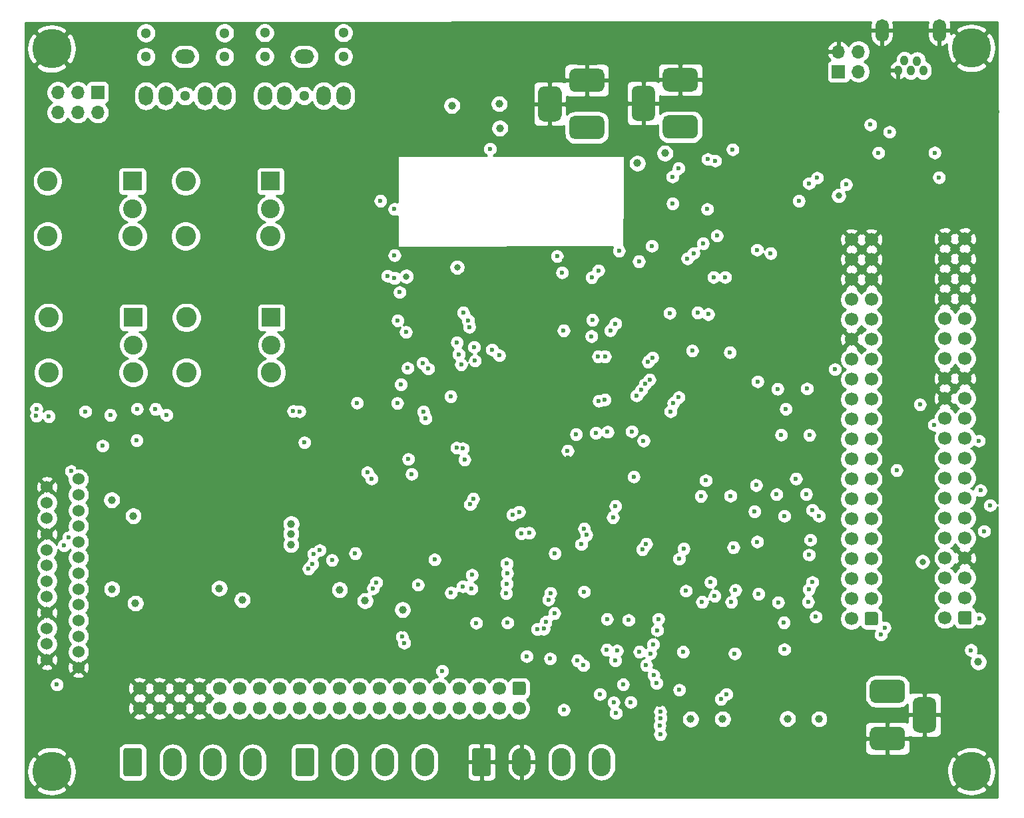
<source format=gbr>
G04 #@! TF.GenerationSoftware,KiCad,Pcbnew,5.1.7-a382d34a88~90~ubuntu20.04.1*
G04 #@! TF.CreationDate,2022-01-24T09:39:31-06:00*
G04 #@! TF.ProjectId,open-dash-daughterboard,6f70656e-2d64-4617-9368-2d6461756768,rev?*
G04 #@! TF.SameCoordinates,Original*
G04 #@! TF.FileFunction,Copper,L2,Inr*
G04 #@! TF.FilePolarity,Positive*
%FSLAX46Y46*%
G04 Gerber Fmt 4.6, Leading zero omitted, Abs format (unit mm)*
G04 Created by KiCad (PCBNEW 5.1.7-a382d34a88~90~ubuntu20.04.1) date 2022-01-24 09:39:31*
%MOMM*%
%LPD*%
G01*
G04 APERTURE LIST*
G04 #@! TA.AperFunction,ComponentPad*
%ADD10O,2.400000X3.600000*%
G04 #@! TD*
G04 #@! TA.AperFunction,ComponentPad*
%ADD11O,1.700000X1.700000*%
G04 #@! TD*
G04 #@! TA.AperFunction,ComponentPad*
%ADD12R,1.700000X1.700000*%
G04 #@! TD*
G04 #@! TA.AperFunction,ComponentPad*
%ADD13C,1.300000*%
G04 #@! TD*
G04 #@! TA.AperFunction,ComponentPad*
%ADD14O,2.500000X1.800000*%
G04 #@! TD*
G04 #@! TA.AperFunction,ComponentPad*
%ADD15O,1.800000X2.500000*%
G04 #@! TD*
G04 #@! TA.AperFunction,ComponentPad*
%ADD16O,1.000000X1.300000*%
G04 #@! TD*
G04 #@! TA.AperFunction,ComponentPad*
%ADD17O,1.700000X2.900000*%
G04 #@! TD*
G04 #@! TA.AperFunction,ComponentPad*
%ADD18C,2.400000*%
G04 #@! TD*
G04 #@! TA.AperFunction,ComponentPad*
%ADD19C,2.600000*%
G04 #@! TD*
G04 #@! TA.AperFunction,ComponentPad*
%ADD20R,2.400000X2.400000*%
G04 #@! TD*
G04 #@! TA.AperFunction,ComponentPad*
%ADD21C,1.524000*%
G04 #@! TD*
G04 #@! TA.AperFunction,ComponentPad*
%ADD22C,1.700000*%
G04 #@! TD*
G04 #@! TA.AperFunction,ComponentPad*
%ADD23C,5.000000*%
G04 #@! TD*
G04 #@! TA.AperFunction,ViaPad*
%ADD24C,1.000000*%
G04 #@! TD*
G04 #@! TA.AperFunction,ViaPad*
%ADD25C,0.600000*%
G04 #@! TD*
G04 #@! TA.AperFunction,ViaPad*
%ADD26C,1.500000*%
G04 #@! TD*
G04 #@! TA.AperFunction,ViaPad*
%ADD27C,0.800000*%
G04 #@! TD*
G04 #@! TA.AperFunction,Conductor*
%ADD28C,0.254000*%
G04 #@! TD*
G04 #@! TA.AperFunction,Conductor*
%ADD29C,0.100000*%
G04 #@! TD*
G04 APERTURE END LIST*
D10*
X139625000Y-135700000D03*
X134545000Y-135700000D03*
X129465000Y-135700000D03*
G04 #@! TA.AperFunction,ComponentPad*
G36*
G01*
X123185000Y-137166400D02*
X123185000Y-134233600D01*
G75*
G02*
X123518600Y-133900000I333600J0D01*
G01*
X125251400Y-133900000D01*
G75*
G02*
X125585000Y-134233600I0J-333600D01*
G01*
X125585000Y-137166400D01*
G75*
G02*
X125251400Y-137500000I-333600J0D01*
G01*
X123518600Y-137500000D01*
G75*
G02*
X123185000Y-137166400I0J333600D01*
G01*
G37*
G04 #@! TD.AperFunction*
X117740000Y-135715000D03*
X112660000Y-135715000D03*
X107580000Y-135715000D03*
G04 #@! TA.AperFunction,ComponentPad*
G36*
G01*
X101300000Y-137181400D02*
X101300000Y-134248600D01*
G75*
G02*
X101633600Y-133915000I333600J0D01*
G01*
X103366400Y-133915000D01*
G75*
G02*
X103700000Y-134248600I0J-333600D01*
G01*
X103700000Y-137181400D01*
G75*
G02*
X103366400Y-137515000I-333600J0D01*
G01*
X101633600Y-137515000D01*
G75*
G02*
X101300000Y-137181400I0J333600D01*
G01*
G37*
G04 #@! TD.AperFunction*
X162105000Y-135700000D03*
X157025000Y-135700000D03*
X151945000Y-135700000D03*
G04 #@! TA.AperFunction,ComponentPad*
G36*
G01*
X145665000Y-137166400D02*
X145665000Y-134233600D01*
G75*
G02*
X145998600Y-133900000I333600J0D01*
G01*
X147731400Y-133900000D01*
G75*
G02*
X148065000Y-134233600I0J-333600D01*
G01*
X148065000Y-137166400D01*
G75*
G02*
X147731400Y-137500000I-333600J0D01*
G01*
X145998600Y-137500000D01*
G75*
G02*
X145665000Y-137166400I0J333600D01*
G01*
G37*
G04 #@! TD.AperFunction*
D11*
X194790000Y-45260000D03*
X194790000Y-47800000D03*
X192250000Y-45260000D03*
D12*
X192250000Y-47800000D03*
D13*
X129303800Y-42861300D03*
X119296200Y-42861300D03*
X119296200Y-45871200D03*
X129303800Y-45871200D03*
D14*
X124300000Y-45871200D03*
D13*
X124300000Y-50875000D03*
D15*
X129303800Y-50875000D03*
X119296200Y-50875000D03*
X121798100Y-50875000D03*
X126801900Y-50875000D03*
D11*
X92975000Y-52990000D03*
X92975000Y-50450000D03*
X95515000Y-52990000D03*
X95515000Y-50450000D03*
X98055000Y-52990000D03*
D12*
X98055000Y-50450000D03*
D16*
X199832400Y-47629600D03*
X203032800Y-47629600D03*
X202245400Y-46435800D03*
X200619800Y-46410400D03*
X201432600Y-47629600D03*
D17*
X197775000Y-42575000D03*
X205064800Y-42575000D03*
D13*
X114178800Y-42886300D03*
X104171200Y-42886300D03*
X104171200Y-45896200D03*
X114178800Y-45896200D03*
D14*
X109175000Y-45896200D03*
D13*
X109175000Y-50900000D03*
D15*
X114178800Y-50900000D03*
X104171200Y-50900000D03*
X106673100Y-50900000D03*
X111676900Y-50900000D03*
D18*
X102475001Y-65255001D03*
D19*
X102475001Y-68755001D03*
D20*
X102475001Y-61755001D03*
D19*
X91675001Y-68755001D03*
X91675001Y-61755001D03*
D21*
X91599500Y-116669600D03*
X91599500Y-114675700D03*
X91599500Y-106674700D03*
X91599500Y-120670100D03*
X91599500Y-110675200D03*
X91599500Y-118676200D03*
X91599500Y-108668600D03*
X91599500Y-112669100D03*
X91599500Y-100667600D03*
X91599500Y-122676700D03*
X91599500Y-102674200D03*
X91599500Y-104668100D03*
X95600000Y-105671400D03*
X95600000Y-103677500D03*
X95600000Y-99677000D03*
X95600000Y-101670900D03*
X95600000Y-107678000D03*
X95600000Y-113672400D03*
X95600000Y-111678500D03*
X95600000Y-109671900D03*
X95600000Y-115679000D03*
X95600000Y-117672900D03*
X95600000Y-119679500D03*
X95600000Y-121673400D03*
X95600000Y-123680000D03*
D18*
X102575001Y-82605001D03*
D19*
X102575001Y-86105001D03*
D20*
X102575001Y-79105001D03*
D19*
X91775001Y-86105001D03*
X91775001Y-79105001D03*
D22*
X205805000Y-69075000D03*
X205805000Y-71615000D03*
X205805000Y-74155000D03*
X205805000Y-76695000D03*
X205805000Y-79235000D03*
X205805000Y-81775000D03*
X205805000Y-84315000D03*
X205805000Y-86855000D03*
X205805000Y-89395000D03*
X205805000Y-91935000D03*
X205805000Y-94475000D03*
X205805000Y-97015000D03*
X205805000Y-99555000D03*
X205805000Y-102095000D03*
X205805000Y-104635000D03*
X205805000Y-107175000D03*
X205805000Y-109715000D03*
X205805000Y-112255000D03*
X205805000Y-114795000D03*
X205805000Y-117335000D03*
X208345000Y-69075000D03*
X208345000Y-71615000D03*
X208345000Y-74155000D03*
X208345000Y-76695000D03*
X208345000Y-79235000D03*
X208345000Y-81775000D03*
X208345000Y-84315000D03*
X208345000Y-86855000D03*
X208345000Y-89395000D03*
X208345000Y-91935000D03*
X208345000Y-94475000D03*
X208345000Y-97015000D03*
X208345000Y-99555000D03*
X208345000Y-102095000D03*
X208345000Y-104635000D03*
X208345000Y-107175000D03*
X208345000Y-109715000D03*
X208345000Y-112255000D03*
X208345000Y-114795000D03*
G04 #@! TA.AperFunction,ComponentPad*
G36*
G01*
X209195000Y-116735000D02*
X209195000Y-117935000D01*
G75*
G02*
X208945000Y-118185000I-250000J0D01*
G01*
X207745000Y-118185000D01*
G75*
G02*
X207495000Y-117935000I0J250000D01*
G01*
X207495000Y-116735000D01*
G75*
G02*
X207745000Y-116485000I250000J0D01*
G01*
X208945000Y-116485000D01*
G75*
G02*
X209195000Y-116735000I0J-250000D01*
G01*
G37*
G04 #@! TD.AperFunction*
X193900000Y-69205000D03*
X193900000Y-71745000D03*
X193900000Y-74285000D03*
X193900000Y-76825000D03*
X193900000Y-79365000D03*
X193900000Y-81905000D03*
X193900000Y-84445000D03*
X193900000Y-86985000D03*
X193900000Y-89525000D03*
X193900000Y-92065000D03*
X193900000Y-94605000D03*
X193900000Y-97145000D03*
X193900000Y-99685000D03*
X193900000Y-102225000D03*
X193900000Y-104765000D03*
X193900000Y-107305000D03*
X193900000Y-109845000D03*
X193900000Y-112385000D03*
X193900000Y-114925000D03*
X193900000Y-117465000D03*
X196440000Y-69205000D03*
X196440000Y-71745000D03*
X196440000Y-74285000D03*
X196440000Y-76825000D03*
X196440000Y-79365000D03*
X196440000Y-81905000D03*
X196440000Y-84445000D03*
X196440000Y-86985000D03*
X196440000Y-89525000D03*
X196440000Y-92065000D03*
X196440000Y-94605000D03*
X196440000Y-97145000D03*
X196440000Y-99685000D03*
X196440000Y-102225000D03*
X196440000Y-104765000D03*
X196440000Y-107305000D03*
X196440000Y-109845000D03*
X196440000Y-112385000D03*
X196440000Y-114925000D03*
G04 #@! TA.AperFunction,ComponentPad*
G36*
G01*
X197290000Y-116865000D02*
X197290000Y-118065000D01*
G75*
G02*
X197040000Y-118315000I-250000J0D01*
G01*
X195840000Y-118315000D01*
G75*
G02*
X195590000Y-118065000I0J250000D01*
G01*
X195590000Y-116865000D01*
G75*
G02*
X195840000Y-116615000I250000J0D01*
G01*
X197040000Y-116615000D01*
G75*
G02*
X197290000Y-116865000I0J-250000D01*
G01*
G37*
G04 #@! TD.AperFunction*
G04 #@! TA.AperFunction,ComponentPad*
G36*
G01*
X170640000Y-53340000D02*
X173640000Y-53340000D01*
G75*
G02*
X174390000Y-54090000I0J-750000D01*
G01*
X174390000Y-55590000D01*
G75*
G02*
X173640000Y-56340000I-750000J0D01*
G01*
X170640000Y-56340000D01*
G75*
G02*
X169890000Y-55590000I0J750000D01*
G01*
X169890000Y-54090000D01*
G75*
G02*
X170640000Y-53340000I750000J0D01*
G01*
G37*
G04 #@! TD.AperFunction*
G04 #@! TA.AperFunction,ComponentPad*
G36*
G01*
X170640000Y-47340000D02*
X173640000Y-47340000D01*
G75*
G02*
X174390000Y-48090000I0J-750000D01*
G01*
X174390000Y-49590000D01*
G75*
G02*
X173640000Y-50340000I-750000J0D01*
G01*
X170640000Y-50340000D01*
G75*
G02*
X169890000Y-49590000I0J750000D01*
G01*
X169890000Y-48090000D01*
G75*
G02*
X170640000Y-47340000I750000J0D01*
G01*
G37*
G04 #@! TD.AperFunction*
G04 #@! TA.AperFunction,ComponentPad*
G36*
G01*
X166690000Y-49590000D02*
X168190000Y-49590000D01*
G75*
G02*
X168940000Y-50340000I0J-750000D01*
G01*
X168940000Y-53340000D01*
G75*
G02*
X168190000Y-54090000I-750000J0D01*
G01*
X166690000Y-54090000D01*
G75*
G02*
X165940000Y-53340000I0J750000D01*
G01*
X165940000Y-50340000D01*
G75*
G02*
X166690000Y-49590000I750000J0D01*
G01*
G37*
G04 #@! TD.AperFunction*
X103375000Y-128865000D03*
X105915000Y-128865000D03*
X108455000Y-128865000D03*
X110995000Y-128865000D03*
X113535000Y-128865000D03*
X116075000Y-128865000D03*
X118615000Y-128865000D03*
X121155000Y-128865000D03*
X123695000Y-128865000D03*
X126235000Y-128865000D03*
X128775000Y-128865000D03*
X131315000Y-128865000D03*
X133855000Y-128865000D03*
X136395000Y-128865000D03*
X138935000Y-128865000D03*
X141475000Y-128865000D03*
X144015000Y-128865000D03*
X146555000Y-128865000D03*
X149095000Y-128865000D03*
X151635000Y-128865000D03*
X103375000Y-126325000D03*
X105915000Y-126325000D03*
X108455000Y-126325000D03*
X110995000Y-126325000D03*
X113535000Y-126325000D03*
X116075000Y-126325000D03*
X118615000Y-126325000D03*
X121155000Y-126325000D03*
X123695000Y-126325000D03*
X126235000Y-126325000D03*
X128775000Y-126325000D03*
X131315000Y-126325000D03*
X133855000Y-126325000D03*
X136395000Y-126325000D03*
X138935000Y-126325000D03*
X141475000Y-126325000D03*
X144015000Y-126325000D03*
X146555000Y-126325000D03*
X149095000Y-126325000D03*
G04 #@! TA.AperFunction,ComponentPad*
G36*
G01*
X151035000Y-125475000D02*
X152235000Y-125475000D01*
G75*
G02*
X152485000Y-125725000I0J-250000D01*
G01*
X152485000Y-126925000D01*
G75*
G02*
X152235000Y-127175000I-250000J0D01*
G01*
X151035000Y-127175000D01*
G75*
G02*
X150785000Y-126925000I0J250000D01*
G01*
X150785000Y-125725000D01*
G75*
G02*
X151035000Y-125475000I250000J0D01*
G01*
G37*
G04 #@! TD.AperFunction*
D23*
X209160000Y-44800000D03*
X209160000Y-136900000D03*
X92200000Y-44880000D03*
X92200000Y-136880000D03*
D19*
X109225001Y-61755001D03*
X109225001Y-68755001D03*
D20*
X120025001Y-61755001D03*
D19*
X120025001Y-68755001D03*
D18*
X120025001Y-65255001D03*
G04 #@! TA.AperFunction,ComponentPad*
G36*
G01*
X158750000Y-53410000D02*
X161750000Y-53410000D01*
G75*
G02*
X162500000Y-54160000I0J-750000D01*
G01*
X162500000Y-55660000D01*
G75*
G02*
X161750000Y-56410000I-750000J0D01*
G01*
X158750000Y-56410000D01*
G75*
G02*
X158000000Y-55660000I0J750000D01*
G01*
X158000000Y-54160000D01*
G75*
G02*
X158750000Y-53410000I750000J0D01*
G01*
G37*
G04 #@! TD.AperFunction*
G04 #@! TA.AperFunction,ComponentPad*
G36*
G01*
X158750000Y-47410000D02*
X161750000Y-47410000D01*
G75*
G02*
X162500000Y-48160000I0J-750000D01*
G01*
X162500000Y-49660000D01*
G75*
G02*
X161750000Y-50410000I-750000J0D01*
G01*
X158750000Y-50410000D01*
G75*
G02*
X158000000Y-49660000I0J750000D01*
G01*
X158000000Y-48160000D01*
G75*
G02*
X158750000Y-47410000I750000J0D01*
G01*
G37*
G04 #@! TD.AperFunction*
G04 #@! TA.AperFunction,ComponentPad*
G36*
G01*
X154800000Y-49660000D02*
X156300000Y-49660000D01*
G75*
G02*
X157050000Y-50410000I0J-750000D01*
G01*
X157050000Y-53410000D01*
G75*
G02*
X156300000Y-54160000I-750000J0D01*
G01*
X154800000Y-54160000D01*
G75*
G02*
X154050000Y-53410000I0J750000D01*
G01*
X154050000Y-50410000D01*
G75*
G02*
X154800000Y-49660000I750000J0D01*
G01*
G37*
G04 #@! TD.AperFunction*
G04 #@! TA.AperFunction,ComponentPad*
G36*
G01*
X199985000Y-128200000D02*
X196985000Y-128200000D01*
G75*
G02*
X196235000Y-127450000I0J750000D01*
G01*
X196235000Y-125950000D01*
G75*
G02*
X196985000Y-125200000I750000J0D01*
G01*
X199985000Y-125200000D01*
G75*
G02*
X200735000Y-125950000I0J-750000D01*
G01*
X200735000Y-127450000D01*
G75*
G02*
X199985000Y-128200000I-750000J0D01*
G01*
G37*
G04 #@! TD.AperFunction*
G04 #@! TA.AperFunction,ComponentPad*
G36*
G01*
X199985000Y-134200000D02*
X196985000Y-134200000D01*
G75*
G02*
X196235000Y-133450000I0J750000D01*
G01*
X196235000Y-131950000D01*
G75*
G02*
X196985000Y-131200000I750000J0D01*
G01*
X199985000Y-131200000D01*
G75*
G02*
X200735000Y-131950000I0J-750000D01*
G01*
X200735000Y-133450000D01*
G75*
G02*
X199985000Y-134200000I-750000J0D01*
G01*
G37*
G04 #@! TD.AperFunction*
G04 #@! TA.AperFunction,ComponentPad*
G36*
G01*
X203935000Y-131950000D02*
X202435000Y-131950000D01*
G75*
G02*
X201685000Y-131200000I0J750000D01*
G01*
X201685000Y-128200000D01*
G75*
G02*
X202435000Y-127450000I750000J0D01*
G01*
X203935000Y-127450000D01*
G75*
G02*
X204685000Y-128200000I0J-750000D01*
G01*
X204685000Y-131200000D01*
G75*
G02*
X203935000Y-131950000I-750000J0D01*
G01*
G37*
G04 #@! TD.AperFunction*
D19*
X109325001Y-79105001D03*
X109325001Y-86105001D03*
D20*
X120125001Y-79105001D03*
D19*
X120125001Y-86105001D03*
D18*
X120125001Y-82605001D03*
D24*
X99860000Y-113670000D03*
X113510000Y-113580000D03*
X99840000Y-102330000D03*
X102570000Y-104360000D03*
X102838536Y-115481464D03*
X116430000Y-115050000D03*
D25*
X94680000Y-98670000D03*
X92870000Y-125840000D03*
D24*
X173460000Y-130240000D03*
X177510000Y-130210000D03*
X185780000Y-130180000D03*
X189780000Y-130210000D03*
X210040000Y-122950000D03*
X166680000Y-59470000D03*
X122660000Y-105380000D03*
X122630000Y-106650000D03*
X122630000Y-108020000D03*
D25*
X174910000Y-115320000D03*
X178630000Y-115330000D03*
X172490000Y-121670000D03*
X179060000Y-121890000D03*
X185360000Y-121350000D03*
X184570000Y-115370000D03*
X188380000Y-115310000D03*
X184390000Y-101630000D03*
X188150000Y-101590000D03*
X178510000Y-101810000D03*
X174760000Y-101840000D03*
X172570000Y-108540000D03*
X178890000Y-108370000D03*
X188250000Y-88160000D03*
X184500000Y-88200000D03*
X173650000Y-83320000D03*
D24*
X143090000Y-52120000D03*
X149120000Y-51900000D03*
X149190000Y-55010000D03*
D25*
X184960000Y-94040000D03*
X188550000Y-94080000D03*
X124335010Y-95010813D03*
X181910000Y-107650000D03*
X188680000Y-107420000D03*
D24*
X170201304Y-58190010D03*
X121450000Y-113710000D03*
X107840000Y-102460000D03*
X107840000Y-106280000D03*
D26*
X114700000Y-103600000D03*
X114720000Y-101510000D03*
X114810000Y-105420000D03*
X116690000Y-101690000D03*
X116840000Y-103720000D03*
X116780000Y-105620000D03*
X118760000Y-103780000D03*
X118760000Y-101610000D03*
X118670000Y-105590000D03*
X138970000Y-51990000D03*
X139060000Y-50180000D03*
X139060000Y-48010000D03*
X137140000Y-50120000D03*
X135000000Y-50000000D03*
X137080000Y-52020000D03*
X135020000Y-47910000D03*
X136990000Y-48090000D03*
X135110000Y-51820000D03*
X184190000Y-46830000D03*
X182050000Y-46710000D03*
X186020000Y-48700000D03*
X184130000Y-48730000D03*
X182160000Y-48530000D03*
X182070000Y-44620000D03*
X184040000Y-44800000D03*
X186110000Y-44720000D03*
X186110000Y-46890000D03*
D24*
X98848846Y-56215010D03*
D25*
X95580000Y-98180000D03*
X98120000Y-98240000D03*
D24*
X104729394Y-115900606D03*
X118570000Y-115110000D03*
D25*
X129980000Y-109930000D03*
X132560000Y-110020000D03*
X93661119Y-132004979D03*
X93970000Y-125870000D03*
X125980000Y-63320000D03*
X131130000Y-63340000D03*
D27*
X126670000Y-82360000D03*
X136220000Y-82390000D03*
X143820000Y-71390000D03*
X149590000Y-75770000D03*
X152740000Y-78930000D03*
X149560000Y-82100000D03*
D24*
X177500000Y-138310000D03*
X173400000Y-138210000D03*
X185870000Y-138190000D03*
X189880000Y-138190000D03*
D25*
X206300000Y-123180000D03*
D24*
X210010000Y-128450000D03*
D25*
X212440000Y-52950000D03*
X208180000Y-56790000D03*
X206340000Y-50680000D03*
X210490000Y-48010000D03*
X203732810Y-51610000D03*
X192120000Y-55610000D03*
X194610000Y-53170000D03*
X188200000Y-59440000D03*
D24*
X182910000Y-61090000D03*
X183920000Y-59130000D03*
D25*
X171880000Y-62020000D03*
X176760000Y-81360000D03*
X169530000Y-128430000D03*
X165900000Y-123480000D03*
X149970000Y-115510000D03*
X164290000Y-117660000D03*
X162444990Y-123320000D03*
X138990000Y-103490000D03*
X144950000Y-116670000D03*
X140950000Y-116540000D03*
X144470000Y-110900000D03*
X118030000Y-97110000D03*
X142790000Y-92990000D03*
X142830000Y-98060000D03*
X149260000Y-98060000D03*
X149300000Y-93020000D03*
X157830000Y-96950000D03*
X156720000Y-99050000D03*
X163220000Y-96570000D03*
X168280000Y-96820000D03*
D24*
X149230000Y-50370000D03*
X151120000Y-51440000D03*
X143040000Y-50370000D03*
X151990000Y-57880000D03*
D25*
X152040000Y-42430000D03*
X143520000Y-43530000D03*
X181870000Y-69200000D03*
X162160000Y-111760000D03*
X175040000Y-118850000D03*
X178910000Y-118810000D03*
X188440000Y-123700000D03*
X184600000Y-123700000D03*
X184610000Y-119020000D03*
X188320000Y-119010000D03*
X188290000Y-110280000D03*
X184590000Y-110290000D03*
X184450000Y-105420000D03*
X174730000Y-105540000D03*
X178610000Y-105560000D03*
X178820000Y-110420000D03*
X174990000Y-110430000D03*
X184360000Y-96560000D03*
X184470000Y-91740000D03*
X188280000Y-91760000D03*
X173670000Y-87780000D03*
X173650000Y-94180000D03*
X178700000Y-94180000D03*
X126130000Y-71670000D03*
X131550000Y-71650000D03*
X126260000Y-65340000D03*
X160850000Y-71950000D03*
X157380000Y-71840000D03*
X168360000Y-64240000D03*
X183910000Y-73550000D03*
X189900000Y-66130000D03*
X180760000Y-64190000D03*
X187310000Y-82120000D03*
X176210000Y-70480000D03*
D24*
X130910000Y-104210000D03*
X133210000Y-104740000D03*
D25*
X120880000Y-92500000D03*
X90075042Y-93779406D03*
D27*
X137222790Y-71721178D03*
D24*
X129303371Y-103963371D03*
D25*
X126280762Y-113343165D03*
D27*
X145215010Y-87192243D03*
D24*
X136819990Y-118646186D03*
D25*
X188280000Y-96530000D03*
X163860000Y-106680000D03*
X162563988Y-129590090D03*
X167782470Y-106553808D03*
X156115010Y-119307645D03*
X156043939Y-118000536D03*
X166818939Y-123409768D03*
X179510000Y-124864990D03*
X189160000Y-106410000D03*
X175612034Y-123274990D03*
X183785154Y-67134846D03*
D27*
X146650010Y-78890909D03*
X126238000Y-78994000D03*
X131318000Y-78994000D03*
D25*
X154178000Y-92456000D03*
X198730000Y-55480000D03*
X204490000Y-58120000D03*
X175570000Y-65310000D03*
X176780000Y-68690000D03*
X189540000Y-61330000D03*
X181890000Y-70490000D03*
X171160000Y-64600000D03*
X171150000Y-61180000D03*
X161710000Y-73110000D03*
X157110000Y-73390000D03*
X145300000Y-80320000D03*
X136610000Y-87620000D03*
D27*
X143770000Y-72710000D03*
D25*
X166220000Y-99380000D03*
X167460000Y-94780000D03*
X163951976Y-129479416D03*
X169520000Y-131050000D03*
X164870000Y-125820000D03*
X157310000Y-129060000D03*
X127850000Y-109990000D03*
D24*
X132060000Y-115170000D03*
D25*
X149990000Y-114230000D03*
X142990000Y-114150000D03*
X156130000Y-116760000D03*
X162794257Y-121401732D03*
X162810000Y-117490000D03*
X165550000Y-117630000D03*
X130800000Y-109130000D03*
X136200000Y-79490000D03*
X147950000Y-57640000D03*
X134010000Y-64250000D03*
X165960000Y-93610000D03*
X168590000Y-84210000D03*
X168050000Y-84750000D03*
X176570000Y-59140000D03*
X173840000Y-70910000D03*
X166870000Y-71960000D03*
X205040000Y-61270000D03*
X178800000Y-57700000D03*
X131030000Y-89980000D03*
X136140000Y-90010000D03*
D27*
X137288317Y-73871418D03*
D25*
X135795354Y-71184722D03*
X137967521Y-99039575D03*
X138770000Y-113140000D03*
D24*
X128810000Y-113775021D03*
X136819990Y-116300000D03*
D25*
X166946150Y-121661676D03*
X161911949Y-127068051D03*
X169117978Y-125654377D03*
X158880000Y-93980000D03*
X157810000Y-96080000D03*
D27*
X192280000Y-63590000D03*
D25*
X98670000Y-95430000D03*
X94330000Y-107120000D03*
X178450000Y-83550000D03*
X191800000Y-85690000D03*
X167800000Y-123360000D03*
X168690000Y-120710000D03*
X169350000Y-117480000D03*
X198120000Y-118590000D03*
X168758051Y-124641949D03*
X210770036Y-106307516D03*
X211534969Y-103012481D03*
X168320000Y-121890000D03*
X169200000Y-118920000D03*
X210145026Y-117440000D03*
X159900000Y-114010000D03*
X210305010Y-101118286D03*
X163570000Y-104550000D03*
X163890000Y-103120000D03*
X175380000Y-99850044D03*
X202614990Y-90176729D03*
X134890000Y-73810000D03*
X168240000Y-87010000D03*
X175690000Y-78690000D03*
X183630000Y-70930000D03*
X193210000Y-62170000D03*
X144526000Y-78486000D03*
X185560000Y-90750000D03*
X199644000Y-98552000D03*
X171990000Y-109830000D03*
X188500000Y-109320000D03*
X166570000Y-89050000D03*
X170900000Y-91070000D03*
X181970000Y-87250000D03*
D27*
X202940000Y-110200000D03*
D25*
X152610000Y-122240000D03*
X169580000Y-132160000D03*
X155583051Y-122526949D03*
X177290000Y-127690053D03*
X197653926Y-119489972D03*
X160960000Y-79420000D03*
X160870000Y-74010000D03*
X161390000Y-93800000D03*
X162890000Y-93670000D03*
X146180000Y-117990000D03*
X150160000Y-117970000D03*
X163660000Y-128110000D03*
X165830000Y-128080000D03*
X161696433Y-84074926D03*
X161758008Y-89725891D03*
X162555307Y-84074926D03*
X162540000Y-89550000D03*
X185370000Y-104370000D03*
X189770000Y-104370000D03*
X181780000Y-100450000D03*
X186849722Y-99627033D03*
X176510000Y-114540000D03*
X188930000Y-112800000D03*
X185320000Y-117930000D03*
X189370000Y-117200000D03*
X210110000Y-94790000D03*
X204405021Y-92761412D03*
X181570000Y-103800000D03*
X188930000Y-103620000D03*
X182090000Y-114300000D03*
X188490000Y-113720000D03*
X149120000Y-83930000D03*
X157300000Y-80760000D03*
X163880000Y-79880000D03*
X170790000Y-78530000D03*
X174340000Y-78480000D03*
X143728140Y-82270010D03*
X188510000Y-62020000D03*
X175020000Y-69670000D03*
X168520000Y-70000000D03*
X187210000Y-64260000D03*
X164342560Y-70607476D03*
X139730000Y-91970000D03*
X139380000Y-84910000D03*
X144264990Y-85078071D03*
X143684319Y-95696870D03*
X171920000Y-60100000D03*
X156470000Y-71300000D03*
X135784604Y-65309768D03*
X145910000Y-82870000D03*
X175620000Y-58960000D03*
X173050000Y-71590000D03*
X163240000Y-80750000D03*
X160840000Y-81490000D03*
X125480000Y-109190000D03*
X132330000Y-98830000D03*
X148190000Y-83190000D03*
X146037104Y-84604990D03*
X103010000Y-94740000D03*
X106800000Y-91510000D03*
X137240000Y-80960000D03*
X145151010Y-79472257D03*
X155060000Y-117860000D03*
X177997098Y-127065043D03*
X169580000Y-129260000D03*
X154777735Y-118738521D03*
X169640000Y-130090000D03*
X153940389Y-118785073D03*
X156170000Y-109130000D03*
X172010000Y-126500000D03*
X159550000Y-107970000D03*
X167310000Y-108620000D03*
X172850000Y-113910000D03*
X179145348Y-113799990D03*
X159916418Y-105984990D03*
X175990000Y-112810000D03*
X160199988Y-106774079D03*
X167800028Y-107935010D03*
X145640000Y-111880000D03*
X150060000Y-110430000D03*
X144470000Y-113330000D03*
X150130000Y-111660000D03*
X150070000Y-112990000D03*
X145611949Y-113651949D03*
X176370000Y-73960000D03*
X177830000Y-73970000D03*
X167190000Y-88330000D03*
X171241715Y-90004441D03*
X167660000Y-87580000D03*
X171940000Y-89270000D03*
X136450000Y-75894990D03*
X135795354Y-74080132D03*
X122910000Y-91030000D03*
X124860000Y-111100000D03*
X133080000Y-113590000D03*
X159823405Y-123385001D03*
X163860968Y-122770011D03*
X137019990Y-120535120D03*
X123710000Y-91070000D03*
X125370000Y-110480000D03*
X133470000Y-112820000D03*
X136740000Y-119740000D03*
X159070000Y-122760000D03*
X164090000Y-121520000D03*
X99660000Y-91520000D03*
X103060000Y-90740000D03*
X105400000Y-90760000D03*
X96470000Y-91070000D03*
X90250000Y-90730000D03*
X91840000Y-91695010D03*
X90245932Y-91617966D03*
X93760000Y-108110000D03*
X142940000Y-89150000D03*
X145416144Y-102891908D03*
X144704990Y-97191949D03*
X150801728Y-104209552D03*
X155370000Y-115030000D03*
X151910000Y-106600000D03*
X143970000Y-83790000D03*
X144480000Y-95780000D03*
X145800000Y-102190000D03*
X152900000Y-106530000D03*
X155620000Y-114180000D03*
X151631315Y-103842991D03*
X140890000Y-109930000D03*
X141860000Y-124120000D03*
X209100000Y-121450000D03*
X196310000Y-54560000D03*
X197340000Y-58130000D03*
X137460000Y-85540000D03*
X137550000Y-97130000D03*
X126270000Y-108740000D03*
X132880000Y-99630000D03*
X139460000Y-91080000D03*
X140080000Y-85620000D03*
D28*
X212450000Y-102820004D02*
X212434037Y-102739752D01*
X212363555Y-102569592D01*
X212261231Y-102416453D01*
X212130997Y-102286219D01*
X211977858Y-102183895D01*
X211807698Y-102113413D01*
X211627058Y-102077481D01*
X211442880Y-102077481D01*
X211262240Y-102113413D01*
X211092080Y-102183895D01*
X210938941Y-102286219D01*
X210808707Y-102416453D01*
X210706383Y-102569592D01*
X210635901Y-102739752D01*
X210599969Y-102920392D01*
X210599969Y-103104570D01*
X210635901Y-103285210D01*
X210706383Y-103455370D01*
X210808707Y-103608509D01*
X210938941Y-103738743D01*
X211092080Y-103841067D01*
X211262240Y-103911549D01*
X211442880Y-103947481D01*
X211627058Y-103947481D01*
X211807698Y-103911549D01*
X211977858Y-103841067D01*
X212130997Y-103738743D01*
X212261231Y-103608509D01*
X212363555Y-103455370D01*
X212434037Y-103285210D01*
X212450000Y-103204958D01*
X212450000Y-140190171D01*
X88860000Y-140219830D01*
X88860000Y-139083148D01*
X90176457Y-139083148D01*
X90452627Y-139501118D01*
X90997557Y-139791649D01*
X91588696Y-139970287D01*
X92203328Y-140030168D01*
X92817831Y-139968990D01*
X93408592Y-139789103D01*
X93947373Y-139501118D01*
X94210328Y-139103148D01*
X207136457Y-139103148D01*
X207412627Y-139521118D01*
X207957557Y-139811649D01*
X208548696Y-139990287D01*
X209163328Y-140050168D01*
X209777831Y-139988990D01*
X210368592Y-139809103D01*
X210907373Y-139521118D01*
X211183543Y-139103148D01*
X209160000Y-137079605D01*
X207136457Y-139103148D01*
X94210328Y-139103148D01*
X94223543Y-139083148D01*
X92200000Y-137059605D01*
X90176457Y-139083148D01*
X88860000Y-139083148D01*
X88860000Y-136883328D01*
X89049832Y-136883328D01*
X89111010Y-137497831D01*
X89290897Y-138088592D01*
X89578882Y-138627373D01*
X89996852Y-138903543D01*
X92020395Y-136880000D01*
X92379605Y-136880000D01*
X94403148Y-138903543D01*
X94821118Y-138627373D01*
X95111649Y-138082443D01*
X95290287Y-137491304D01*
X95350168Y-136876672D01*
X95288990Y-136262169D01*
X95109103Y-135671408D01*
X94821118Y-135132627D01*
X94403148Y-134856457D01*
X92379605Y-136880000D01*
X92020395Y-136880000D01*
X89996852Y-134856457D01*
X89578882Y-135132627D01*
X89288351Y-135677557D01*
X89109713Y-136268696D01*
X89049832Y-136883328D01*
X88860000Y-136883328D01*
X88860000Y-134676852D01*
X90176457Y-134676852D01*
X92200000Y-136700395D01*
X94223543Y-134676852D01*
X93947373Y-134258882D01*
X93928088Y-134248600D01*
X100661928Y-134248600D01*
X100661928Y-137181400D01*
X100680598Y-137370964D01*
X100735892Y-137553243D01*
X100825684Y-137721232D01*
X100946524Y-137868476D01*
X101093768Y-137989316D01*
X101261757Y-138079108D01*
X101444036Y-138134402D01*
X101633600Y-138153072D01*
X103366400Y-138153072D01*
X103555964Y-138134402D01*
X103738243Y-138079108D01*
X103906232Y-137989316D01*
X104053476Y-137868476D01*
X104174316Y-137721232D01*
X104264108Y-137553243D01*
X104319402Y-137370964D01*
X104338072Y-137181400D01*
X104338072Y-135024862D01*
X105745000Y-135024862D01*
X105745000Y-136405139D01*
X105771552Y-136674723D01*
X105876480Y-137020622D01*
X106046872Y-137339404D01*
X106276182Y-137618819D01*
X106555597Y-137848129D01*
X106874379Y-138018521D01*
X107220278Y-138123448D01*
X107580000Y-138158878D01*
X107939723Y-138123448D01*
X108285622Y-138018521D01*
X108604404Y-137848129D01*
X108883819Y-137618819D01*
X109113129Y-137339404D01*
X109283521Y-137020622D01*
X109388448Y-136674723D01*
X109415000Y-136405139D01*
X109415000Y-135024862D01*
X110825000Y-135024862D01*
X110825000Y-136405139D01*
X110851552Y-136674723D01*
X110956480Y-137020622D01*
X111126872Y-137339404D01*
X111356182Y-137618819D01*
X111635597Y-137848129D01*
X111954379Y-138018521D01*
X112300278Y-138123448D01*
X112660000Y-138158878D01*
X113019723Y-138123448D01*
X113365622Y-138018521D01*
X113684404Y-137848129D01*
X113963819Y-137618819D01*
X114193129Y-137339404D01*
X114363521Y-137020622D01*
X114468448Y-136674723D01*
X114495000Y-136405139D01*
X114495000Y-135024862D01*
X115905000Y-135024862D01*
X115905000Y-136405139D01*
X115931552Y-136674723D01*
X116036480Y-137020622D01*
X116206872Y-137339404D01*
X116436182Y-137618819D01*
X116715597Y-137848129D01*
X117034379Y-138018521D01*
X117380278Y-138123448D01*
X117740000Y-138158878D01*
X118099723Y-138123448D01*
X118445622Y-138018521D01*
X118764404Y-137848129D01*
X119043819Y-137618819D01*
X119273129Y-137339404D01*
X119443521Y-137020622D01*
X119548448Y-136674723D01*
X119575000Y-136405139D01*
X119575000Y-135024861D01*
X119548448Y-134755277D01*
X119443521Y-134409378D01*
X119349566Y-134233600D01*
X122546928Y-134233600D01*
X122546928Y-137166400D01*
X122565598Y-137355964D01*
X122620892Y-137538243D01*
X122710684Y-137706232D01*
X122831524Y-137853476D01*
X122978768Y-137974316D01*
X123146757Y-138064108D01*
X123329036Y-138119402D01*
X123518600Y-138138072D01*
X125251400Y-138138072D01*
X125440964Y-138119402D01*
X125623243Y-138064108D01*
X125791232Y-137974316D01*
X125938476Y-137853476D01*
X126059316Y-137706232D01*
X126149108Y-137538243D01*
X126204402Y-137355964D01*
X126223072Y-137166400D01*
X126223072Y-135009862D01*
X127630000Y-135009862D01*
X127630000Y-136390139D01*
X127656552Y-136659723D01*
X127761480Y-137005622D01*
X127931872Y-137324404D01*
X128161182Y-137603819D01*
X128440597Y-137833129D01*
X128759379Y-138003521D01*
X129105278Y-138108448D01*
X129465000Y-138143878D01*
X129824723Y-138108448D01*
X130170622Y-138003521D01*
X130489404Y-137833129D01*
X130768819Y-137603819D01*
X130998129Y-137324404D01*
X131168521Y-137005622D01*
X131273448Y-136659723D01*
X131300000Y-136390139D01*
X131300000Y-135009862D01*
X132710000Y-135009862D01*
X132710000Y-136390139D01*
X132736552Y-136659723D01*
X132841480Y-137005622D01*
X133011872Y-137324404D01*
X133241182Y-137603819D01*
X133520597Y-137833129D01*
X133839379Y-138003521D01*
X134185278Y-138108448D01*
X134545000Y-138143878D01*
X134904723Y-138108448D01*
X135250622Y-138003521D01*
X135569404Y-137833129D01*
X135848819Y-137603819D01*
X136078129Y-137324404D01*
X136248521Y-137005622D01*
X136353448Y-136659723D01*
X136380000Y-136390139D01*
X136380000Y-135009862D01*
X137790000Y-135009862D01*
X137790000Y-136390139D01*
X137816552Y-136659723D01*
X137921480Y-137005622D01*
X138091872Y-137324404D01*
X138321182Y-137603819D01*
X138600597Y-137833129D01*
X138919379Y-138003521D01*
X139265278Y-138108448D01*
X139625000Y-138143878D01*
X139984723Y-138108448D01*
X140330622Y-138003521D01*
X140649404Y-137833129D01*
X140928819Y-137603819D01*
X141014021Y-137500000D01*
X145026928Y-137500000D01*
X145039188Y-137624482D01*
X145075498Y-137744180D01*
X145134463Y-137854494D01*
X145213815Y-137951185D01*
X145310506Y-138030537D01*
X145420820Y-138089502D01*
X145540518Y-138125812D01*
X145665000Y-138138072D01*
X146579250Y-138135000D01*
X146738000Y-137976250D01*
X146738000Y-135827000D01*
X146992000Y-135827000D01*
X146992000Y-137976250D01*
X147150750Y-138135000D01*
X148065000Y-138138072D01*
X148189482Y-138125812D01*
X148309180Y-138089502D01*
X148419494Y-138030537D01*
X148516185Y-137951185D01*
X148595537Y-137854494D01*
X148654502Y-137744180D01*
X148690812Y-137624482D01*
X148703072Y-137500000D01*
X148700000Y-135985750D01*
X148541250Y-135827000D01*
X150110000Y-135827000D01*
X150110000Y-136427000D01*
X150170035Y-136782550D01*
X150298281Y-137119556D01*
X150489810Y-137425067D01*
X150737261Y-137687343D01*
X151031125Y-137896304D01*
X151360108Y-138043920D01*
X151533195Y-138088195D01*
X151818000Y-137971432D01*
X151818000Y-135827000D01*
X152072000Y-135827000D01*
X152072000Y-137971432D01*
X152356805Y-138088195D01*
X152529892Y-138043920D01*
X152858875Y-137896304D01*
X153152739Y-137687343D01*
X153400190Y-137425067D01*
X153591719Y-137119556D01*
X153719965Y-136782550D01*
X153780000Y-136427000D01*
X153780000Y-135827000D01*
X152072000Y-135827000D01*
X151818000Y-135827000D01*
X150110000Y-135827000D01*
X148541250Y-135827000D01*
X146992000Y-135827000D01*
X146738000Y-135827000D01*
X145188750Y-135827000D01*
X145030000Y-135985750D01*
X145026928Y-137500000D01*
X141014021Y-137500000D01*
X141158129Y-137324404D01*
X141328521Y-137005622D01*
X141433448Y-136659723D01*
X141460000Y-136390139D01*
X141460000Y-135009861D01*
X141433448Y-134740277D01*
X141328521Y-134394378D01*
X141158129Y-134075596D01*
X141014022Y-133900000D01*
X145026928Y-133900000D01*
X145030000Y-135414250D01*
X145188750Y-135573000D01*
X146738000Y-135573000D01*
X146738000Y-133423750D01*
X146992000Y-133423750D01*
X146992000Y-135573000D01*
X148541250Y-135573000D01*
X148700000Y-135414250D01*
X148700895Y-134973000D01*
X150110000Y-134973000D01*
X150110000Y-135573000D01*
X151818000Y-135573000D01*
X151818000Y-133428568D01*
X152072000Y-133428568D01*
X152072000Y-135573000D01*
X153780000Y-135573000D01*
X153780000Y-135009862D01*
X155190000Y-135009862D01*
X155190000Y-136390139D01*
X155216552Y-136659723D01*
X155321480Y-137005622D01*
X155491872Y-137324404D01*
X155721182Y-137603819D01*
X156000597Y-137833129D01*
X156319379Y-138003521D01*
X156665278Y-138108448D01*
X157025000Y-138143878D01*
X157384723Y-138108448D01*
X157730622Y-138003521D01*
X158049404Y-137833129D01*
X158328819Y-137603819D01*
X158558129Y-137324404D01*
X158728521Y-137005622D01*
X158833448Y-136659723D01*
X158860000Y-136390139D01*
X158860000Y-135009862D01*
X160270000Y-135009862D01*
X160270000Y-136390139D01*
X160296552Y-136659723D01*
X160401480Y-137005622D01*
X160571872Y-137324404D01*
X160801182Y-137603819D01*
X161080597Y-137833129D01*
X161399379Y-138003521D01*
X161745278Y-138108448D01*
X162105000Y-138143878D01*
X162464723Y-138108448D01*
X162810622Y-138003521D01*
X163129404Y-137833129D01*
X163408819Y-137603819D01*
X163638129Y-137324404D01*
X163808521Y-137005622D01*
X163839551Y-136903328D01*
X206009832Y-136903328D01*
X206071010Y-137517831D01*
X206250897Y-138108592D01*
X206538882Y-138647373D01*
X206956852Y-138923543D01*
X208980395Y-136900000D01*
X209339605Y-136900000D01*
X211363148Y-138923543D01*
X211781118Y-138647373D01*
X212071649Y-138102443D01*
X212250287Y-137511304D01*
X212310168Y-136896672D01*
X212248990Y-136282169D01*
X212069103Y-135691408D01*
X211781118Y-135152627D01*
X211363148Y-134876457D01*
X209339605Y-136900000D01*
X208980395Y-136900000D01*
X206956852Y-134876457D01*
X206538882Y-135152627D01*
X206248351Y-135697557D01*
X206069713Y-136288696D01*
X206009832Y-136903328D01*
X163839551Y-136903328D01*
X163913448Y-136659723D01*
X163940000Y-136390139D01*
X163940000Y-135009861D01*
X163913448Y-134740277D01*
X163808521Y-134394378D01*
X163704625Y-134200000D01*
X195596928Y-134200000D01*
X195609188Y-134324482D01*
X195645498Y-134444180D01*
X195704463Y-134554494D01*
X195783815Y-134651185D01*
X195880506Y-134730537D01*
X195990820Y-134789502D01*
X196110518Y-134825812D01*
X196235000Y-134838072D01*
X198199250Y-134835000D01*
X198358000Y-134676250D01*
X198358000Y-132827000D01*
X198612000Y-132827000D01*
X198612000Y-134676250D01*
X198770750Y-134835000D01*
X200735000Y-134838072D01*
X200859482Y-134825812D01*
X200979180Y-134789502D01*
X201089494Y-134730537D01*
X201130539Y-134696852D01*
X207136457Y-134696852D01*
X209160000Y-136720395D01*
X211183543Y-134696852D01*
X210907373Y-134278882D01*
X210362443Y-133988351D01*
X209771304Y-133809713D01*
X209156672Y-133749832D01*
X208542169Y-133811010D01*
X207951408Y-133990897D01*
X207412627Y-134278882D01*
X207136457Y-134696852D01*
X201130539Y-134696852D01*
X201186185Y-134651185D01*
X201265537Y-134554494D01*
X201324502Y-134444180D01*
X201360812Y-134324482D01*
X201373072Y-134200000D01*
X201370000Y-132985750D01*
X201211250Y-132827000D01*
X198612000Y-132827000D01*
X198358000Y-132827000D01*
X195758750Y-132827000D01*
X195600000Y-132985750D01*
X195596928Y-134200000D01*
X163704625Y-134200000D01*
X163638129Y-134075596D01*
X163408819Y-133796181D01*
X163129403Y-133566871D01*
X162810621Y-133396479D01*
X162464722Y-133291552D01*
X162105000Y-133256122D01*
X161745277Y-133291552D01*
X161399378Y-133396479D01*
X161080596Y-133566871D01*
X160801181Y-133796181D01*
X160571871Y-134075597D01*
X160401479Y-134394379D01*
X160296552Y-134740278D01*
X160270000Y-135009862D01*
X158860000Y-135009862D01*
X158860000Y-135009861D01*
X158833448Y-134740277D01*
X158728521Y-134394378D01*
X158558129Y-134075596D01*
X158328819Y-133796181D01*
X158049403Y-133566871D01*
X157730621Y-133396479D01*
X157384722Y-133291552D01*
X157025000Y-133256122D01*
X156665277Y-133291552D01*
X156319378Y-133396479D01*
X156000596Y-133566871D01*
X155721181Y-133796181D01*
X155491871Y-134075597D01*
X155321479Y-134394379D01*
X155216552Y-134740278D01*
X155190000Y-135009862D01*
X153780000Y-135009862D01*
X153780000Y-134973000D01*
X153719965Y-134617450D01*
X153591719Y-134280444D01*
X153400190Y-133974933D01*
X153152739Y-133712657D01*
X152858875Y-133503696D01*
X152529892Y-133356080D01*
X152356805Y-133311805D01*
X152072000Y-133428568D01*
X151818000Y-133428568D01*
X151533195Y-133311805D01*
X151360108Y-133356080D01*
X151031125Y-133503696D01*
X150737261Y-133712657D01*
X150489810Y-133974933D01*
X150298281Y-134280444D01*
X150170035Y-134617450D01*
X150110000Y-134973000D01*
X148700895Y-134973000D01*
X148703072Y-133900000D01*
X148690812Y-133775518D01*
X148654502Y-133655820D01*
X148595537Y-133545506D01*
X148516185Y-133448815D01*
X148419494Y-133369463D01*
X148309180Y-133310498D01*
X148189482Y-133274188D01*
X148065000Y-133261928D01*
X147150750Y-133265000D01*
X146992000Y-133423750D01*
X146738000Y-133423750D01*
X146579250Y-133265000D01*
X145665000Y-133261928D01*
X145540518Y-133274188D01*
X145420820Y-133310498D01*
X145310506Y-133369463D01*
X145213815Y-133448815D01*
X145134463Y-133545506D01*
X145075498Y-133655820D01*
X145039188Y-133775518D01*
X145026928Y-133900000D01*
X141014022Y-133900000D01*
X140928819Y-133796181D01*
X140649403Y-133566871D01*
X140330621Y-133396479D01*
X139984722Y-133291552D01*
X139625000Y-133256122D01*
X139265277Y-133291552D01*
X138919378Y-133396479D01*
X138600596Y-133566871D01*
X138321181Y-133796181D01*
X138091871Y-134075597D01*
X137921479Y-134394379D01*
X137816552Y-134740278D01*
X137790000Y-135009862D01*
X136380000Y-135009862D01*
X136380000Y-135009861D01*
X136353448Y-134740277D01*
X136248521Y-134394378D01*
X136078129Y-134075596D01*
X135848819Y-133796181D01*
X135569403Y-133566871D01*
X135250621Y-133396479D01*
X134904722Y-133291552D01*
X134545000Y-133256122D01*
X134185277Y-133291552D01*
X133839378Y-133396479D01*
X133520596Y-133566871D01*
X133241181Y-133796181D01*
X133011871Y-134075597D01*
X132841479Y-134394379D01*
X132736552Y-134740278D01*
X132710000Y-135009862D01*
X131300000Y-135009862D01*
X131300000Y-135009861D01*
X131273448Y-134740277D01*
X131168521Y-134394378D01*
X130998129Y-134075596D01*
X130768819Y-133796181D01*
X130489403Y-133566871D01*
X130170621Y-133396479D01*
X129824722Y-133291552D01*
X129465000Y-133256122D01*
X129105277Y-133291552D01*
X128759378Y-133396479D01*
X128440596Y-133566871D01*
X128161181Y-133796181D01*
X127931871Y-134075597D01*
X127761479Y-134394379D01*
X127656552Y-134740278D01*
X127630000Y-135009862D01*
X126223072Y-135009862D01*
X126223072Y-134233600D01*
X126204402Y-134044036D01*
X126149108Y-133861757D01*
X126059316Y-133693768D01*
X125938476Y-133546524D01*
X125791232Y-133425684D01*
X125623243Y-133335892D01*
X125440964Y-133280598D01*
X125251400Y-133261928D01*
X123518600Y-133261928D01*
X123329036Y-133280598D01*
X123146757Y-133335892D01*
X122978768Y-133425684D01*
X122831524Y-133546524D01*
X122710684Y-133693768D01*
X122620892Y-133861757D01*
X122565598Y-134044036D01*
X122546928Y-134233600D01*
X119349566Y-134233600D01*
X119273129Y-134090596D01*
X119043819Y-133811181D01*
X118764403Y-133581871D01*
X118445621Y-133411479D01*
X118099722Y-133306552D01*
X117740000Y-133271122D01*
X117380277Y-133306552D01*
X117034378Y-133411479D01*
X116715596Y-133581871D01*
X116436181Y-133811181D01*
X116206871Y-134090597D01*
X116036479Y-134409379D01*
X115931552Y-134755278D01*
X115905000Y-135024862D01*
X114495000Y-135024862D01*
X114495000Y-135024861D01*
X114468448Y-134755277D01*
X114363521Y-134409378D01*
X114193129Y-134090596D01*
X113963819Y-133811181D01*
X113684403Y-133581871D01*
X113365621Y-133411479D01*
X113019722Y-133306552D01*
X112660000Y-133271122D01*
X112300277Y-133306552D01*
X111954378Y-133411479D01*
X111635596Y-133581871D01*
X111356181Y-133811181D01*
X111126871Y-134090597D01*
X110956479Y-134409379D01*
X110851552Y-134755278D01*
X110825000Y-135024862D01*
X109415000Y-135024862D01*
X109415000Y-135024861D01*
X109388448Y-134755277D01*
X109283521Y-134409378D01*
X109113129Y-134090596D01*
X108883819Y-133811181D01*
X108604403Y-133581871D01*
X108285621Y-133411479D01*
X107939722Y-133306552D01*
X107580000Y-133271122D01*
X107220277Y-133306552D01*
X106874378Y-133411479D01*
X106555596Y-133581871D01*
X106276181Y-133811181D01*
X106046871Y-134090597D01*
X105876479Y-134409379D01*
X105771552Y-134755278D01*
X105745000Y-135024862D01*
X104338072Y-135024862D01*
X104338072Y-134248600D01*
X104319402Y-134059036D01*
X104264108Y-133876757D01*
X104174316Y-133708768D01*
X104053476Y-133561524D01*
X103906232Y-133440684D01*
X103738243Y-133350892D01*
X103555964Y-133295598D01*
X103366400Y-133276928D01*
X101633600Y-133276928D01*
X101444036Y-133295598D01*
X101261757Y-133350892D01*
X101093768Y-133440684D01*
X100946524Y-133561524D01*
X100825684Y-133708768D01*
X100735892Y-133876757D01*
X100680598Y-134059036D01*
X100661928Y-134248600D01*
X93928088Y-134248600D01*
X93402443Y-133968351D01*
X92811304Y-133789713D01*
X92196672Y-133729832D01*
X91582169Y-133791010D01*
X90991408Y-133970897D01*
X90452627Y-134258882D01*
X90176457Y-134676852D01*
X88860000Y-134676852D01*
X88860000Y-130957911D01*
X168585000Y-130957911D01*
X168585000Y-131142089D01*
X168620932Y-131322729D01*
X168691414Y-131492889D01*
X168793738Y-131646028D01*
X168796838Y-131649128D01*
X168751414Y-131717111D01*
X168680932Y-131887271D01*
X168645000Y-132067911D01*
X168645000Y-132252089D01*
X168680932Y-132432729D01*
X168751414Y-132602889D01*
X168853738Y-132756028D01*
X168983972Y-132886262D01*
X169137111Y-132988586D01*
X169307271Y-133059068D01*
X169487911Y-133095000D01*
X169672089Y-133095000D01*
X169852729Y-133059068D01*
X170022889Y-132988586D01*
X170176028Y-132886262D01*
X170306262Y-132756028D01*
X170408586Y-132602889D01*
X170479068Y-132432729D01*
X170515000Y-132252089D01*
X170515000Y-132067911D01*
X170479068Y-131887271D01*
X170408586Y-131717111D01*
X170306262Y-131563972D01*
X170303162Y-131560872D01*
X170348586Y-131492889D01*
X170419068Y-131322729D01*
X170455000Y-131142089D01*
X170455000Y-130957911D01*
X170419068Y-130777271D01*
X170375529Y-130672158D01*
X170468586Y-130532889D01*
X170539068Y-130362729D01*
X170575000Y-130182089D01*
X170575000Y-130128212D01*
X172325000Y-130128212D01*
X172325000Y-130351788D01*
X172368617Y-130571067D01*
X172454176Y-130777624D01*
X172578388Y-130963520D01*
X172736480Y-131121612D01*
X172922376Y-131245824D01*
X173128933Y-131331383D01*
X173348212Y-131375000D01*
X173571788Y-131375000D01*
X173791067Y-131331383D01*
X173997624Y-131245824D01*
X174183520Y-131121612D01*
X174341612Y-130963520D01*
X174465824Y-130777624D01*
X174551383Y-130571067D01*
X174595000Y-130351788D01*
X174595000Y-130128212D01*
X174589033Y-130098212D01*
X176375000Y-130098212D01*
X176375000Y-130321788D01*
X176418617Y-130541067D01*
X176504176Y-130747624D01*
X176628388Y-130933520D01*
X176786480Y-131091612D01*
X176972376Y-131215824D01*
X177178933Y-131301383D01*
X177398212Y-131345000D01*
X177621788Y-131345000D01*
X177841067Y-131301383D01*
X178047624Y-131215824D01*
X178233520Y-131091612D01*
X178391612Y-130933520D01*
X178515824Y-130747624D01*
X178601383Y-130541067D01*
X178645000Y-130321788D01*
X178645000Y-130098212D01*
X178639033Y-130068212D01*
X184645000Y-130068212D01*
X184645000Y-130291788D01*
X184688617Y-130511067D01*
X184774176Y-130717624D01*
X184898388Y-130903520D01*
X185056480Y-131061612D01*
X185242376Y-131185824D01*
X185448933Y-131271383D01*
X185668212Y-131315000D01*
X185891788Y-131315000D01*
X186111067Y-131271383D01*
X186317624Y-131185824D01*
X186503520Y-131061612D01*
X186661612Y-130903520D01*
X186785824Y-130717624D01*
X186871383Y-130511067D01*
X186915000Y-130291788D01*
X186915000Y-130098212D01*
X188645000Y-130098212D01*
X188645000Y-130321788D01*
X188688617Y-130541067D01*
X188774176Y-130747624D01*
X188898388Y-130933520D01*
X189056480Y-131091612D01*
X189242376Y-131215824D01*
X189448933Y-131301383D01*
X189668212Y-131345000D01*
X189891788Y-131345000D01*
X190111067Y-131301383D01*
X190317624Y-131215824D01*
X190341306Y-131200000D01*
X195596928Y-131200000D01*
X195600000Y-132414250D01*
X195758750Y-132573000D01*
X198358000Y-132573000D01*
X198358000Y-130723750D01*
X198612000Y-130723750D01*
X198612000Y-132573000D01*
X201211250Y-132573000D01*
X201315790Y-132468460D01*
X201330506Y-132480537D01*
X201440820Y-132539502D01*
X201560518Y-132575812D01*
X201685000Y-132588072D01*
X202899250Y-132585000D01*
X203058000Y-132426250D01*
X203058000Y-129827000D01*
X203312000Y-129827000D01*
X203312000Y-132426250D01*
X203470750Y-132585000D01*
X204685000Y-132588072D01*
X204809482Y-132575812D01*
X204929180Y-132539502D01*
X205039494Y-132480537D01*
X205136185Y-132401185D01*
X205215537Y-132304494D01*
X205274502Y-132194180D01*
X205310812Y-132074482D01*
X205323072Y-131950000D01*
X205320000Y-129985750D01*
X205161250Y-129827000D01*
X203312000Y-129827000D01*
X203058000Y-129827000D01*
X201208750Y-129827000D01*
X201050000Y-129985750D01*
X201048965Y-130647799D01*
X200979180Y-130610498D01*
X200859482Y-130574188D01*
X200735000Y-130561928D01*
X198770750Y-130565000D01*
X198612000Y-130723750D01*
X198358000Y-130723750D01*
X198199250Y-130565000D01*
X196235000Y-130561928D01*
X196110518Y-130574188D01*
X195990820Y-130610498D01*
X195880506Y-130669463D01*
X195783815Y-130748815D01*
X195704463Y-130845506D01*
X195645498Y-130955820D01*
X195609188Y-131075518D01*
X195596928Y-131200000D01*
X190341306Y-131200000D01*
X190503520Y-131091612D01*
X190661612Y-130933520D01*
X190785824Y-130747624D01*
X190871383Y-130541067D01*
X190915000Y-130321788D01*
X190915000Y-130098212D01*
X190871383Y-129878933D01*
X190785824Y-129672376D01*
X190661612Y-129486480D01*
X190503520Y-129328388D01*
X190317624Y-129204176D01*
X190111067Y-129118617D01*
X189891788Y-129075000D01*
X189668212Y-129075000D01*
X189448933Y-129118617D01*
X189242376Y-129204176D01*
X189056480Y-129328388D01*
X188898388Y-129486480D01*
X188774176Y-129672376D01*
X188688617Y-129878933D01*
X188645000Y-130098212D01*
X186915000Y-130098212D01*
X186915000Y-130068212D01*
X186871383Y-129848933D01*
X186785824Y-129642376D01*
X186661612Y-129456480D01*
X186503520Y-129298388D01*
X186317624Y-129174176D01*
X186111067Y-129088617D01*
X185891788Y-129045000D01*
X185668212Y-129045000D01*
X185448933Y-129088617D01*
X185242376Y-129174176D01*
X185056480Y-129298388D01*
X184898388Y-129456480D01*
X184774176Y-129642376D01*
X184688617Y-129848933D01*
X184645000Y-130068212D01*
X178639033Y-130068212D01*
X178601383Y-129878933D01*
X178515824Y-129672376D01*
X178391612Y-129486480D01*
X178233520Y-129328388D01*
X178047624Y-129204176D01*
X177841067Y-129118617D01*
X177621788Y-129075000D01*
X177398212Y-129075000D01*
X177178933Y-129118617D01*
X176972376Y-129204176D01*
X176786480Y-129328388D01*
X176628388Y-129486480D01*
X176504176Y-129672376D01*
X176418617Y-129878933D01*
X176375000Y-130098212D01*
X174589033Y-130098212D01*
X174551383Y-129908933D01*
X174465824Y-129702376D01*
X174341612Y-129516480D01*
X174183520Y-129358388D01*
X173997624Y-129234176D01*
X173791067Y-129148617D01*
X173571788Y-129105000D01*
X173348212Y-129105000D01*
X173128933Y-129148617D01*
X172922376Y-129234176D01*
X172736480Y-129358388D01*
X172578388Y-129516480D01*
X172454176Y-129702376D01*
X172368617Y-129908933D01*
X172325000Y-130128212D01*
X170575000Y-130128212D01*
X170575000Y-129997911D01*
X170539068Y-129817271D01*
X170468586Y-129647111D01*
X170445809Y-129613023D01*
X170479068Y-129532729D01*
X170515000Y-129352089D01*
X170515000Y-129167911D01*
X170479068Y-128987271D01*
X170408586Y-128817111D01*
X170306262Y-128663972D01*
X170176028Y-128533738D01*
X170022889Y-128431414D01*
X169852729Y-128360932D01*
X169672089Y-128325000D01*
X169487911Y-128325000D01*
X169307271Y-128360932D01*
X169137111Y-128431414D01*
X168983972Y-128533738D01*
X168853738Y-128663972D01*
X168751414Y-128817111D01*
X168680932Y-128987271D01*
X168645000Y-129167911D01*
X168645000Y-129352089D01*
X168680932Y-129532729D01*
X168751414Y-129702889D01*
X168774191Y-129736977D01*
X168740932Y-129817271D01*
X168705000Y-129997911D01*
X168705000Y-130182089D01*
X168740932Y-130362729D01*
X168784471Y-130467842D01*
X168691414Y-130607111D01*
X168620932Y-130777271D01*
X168585000Y-130957911D01*
X88860000Y-130957911D01*
X88860000Y-129893397D01*
X102526208Y-129893397D01*
X102603843Y-130142472D01*
X102867883Y-130268371D01*
X103151411Y-130340339D01*
X103443531Y-130355611D01*
X103733019Y-130313599D01*
X104008747Y-130215919D01*
X104146157Y-130142472D01*
X104223792Y-129893397D01*
X105066208Y-129893397D01*
X105143843Y-130142472D01*
X105407883Y-130268371D01*
X105691411Y-130340339D01*
X105983531Y-130355611D01*
X106273019Y-130313599D01*
X106548747Y-130215919D01*
X106686157Y-130142472D01*
X106763792Y-129893397D01*
X107606208Y-129893397D01*
X107683843Y-130142472D01*
X107947883Y-130268371D01*
X108231411Y-130340339D01*
X108523531Y-130355611D01*
X108813019Y-130313599D01*
X109088747Y-130215919D01*
X109226157Y-130142472D01*
X109303792Y-129893397D01*
X110146208Y-129893397D01*
X110223843Y-130142472D01*
X110487883Y-130268371D01*
X110771411Y-130340339D01*
X111063531Y-130355611D01*
X111353019Y-130313599D01*
X111628747Y-130215919D01*
X111766157Y-130142472D01*
X111843792Y-129893397D01*
X110995000Y-129044605D01*
X110146208Y-129893397D01*
X109303792Y-129893397D01*
X108455000Y-129044605D01*
X107606208Y-129893397D01*
X106763792Y-129893397D01*
X105915000Y-129044605D01*
X105066208Y-129893397D01*
X104223792Y-129893397D01*
X103375000Y-129044605D01*
X102526208Y-129893397D01*
X88860000Y-129893397D01*
X88860000Y-128933531D01*
X101884389Y-128933531D01*
X101926401Y-129223019D01*
X102024081Y-129498747D01*
X102097528Y-129636157D01*
X102346603Y-129713792D01*
X103195395Y-128865000D01*
X103554605Y-128865000D01*
X104403397Y-129713792D01*
X104645000Y-129638486D01*
X104886603Y-129713792D01*
X105735395Y-128865000D01*
X106094605Y-128865000D01*
X106943397Y-129713792D01*
X107185000Y-129638486D01*
X107426603Y-129713792D01*
X108275395Y-128865000D01*
X108634605Y-128865000D01*
X109483397Y-129713792D01*
X109725000Y-129638486D01*
X109966603Y-129713792D01*
X110815395Y-128865000D01*
X109966603Y-128016208D01*
X109725000Y-128091514D01*
X109483397Y-128016208D01*
X108634605Y-128865000D01*
X108275395Y-128865000D01*
X107426603Y-128016208D01*
X107185000Y-128091514D01*
X106943397Y-128016208D01*
X106094605Y-128865000D01*
X105735395Y-128865000D01*
X104886603Y-128016208D01*
X104645000Y-128091514D01*
X104403397Y-128016208D01*
X103554605Y-128865000D01*
X103195395Y-128865000D01*
X102346603Y-128016208D01*
X102097528Y-128093843D01*
X101971629Y-128357883D01*
X101899661Y-128641411D01*
X101884389Y-128933531D01*
X88860000Y-128933531D01*
X88860000Y-127353397D01*
X102526208Y-127353397D01*
X102601514Y-127595000D01*
X102526208Y-127836603D01*
X103375000Y-128685395D01*
X104223792Y-127836603D01*
X104148486Y-127595000D01*
X104223792Y-127353397D01*
X105066208Y-127353397D01*
X105141514Y-127595000D01*
X105066208Y-127836603D01*
X105915000Y-128685395D01*
X106763792Y-127836603D01*
X106688486Y-127595000D01*
X106763792Y-127353397D01*
X107606208Y-127353397D01*
X107681514Y-127595000D01*
X107606208Y-127836603D01*
X108455000Y-128685395D01*
X109303792Y-127836603D01*
X109228486Y-127595000D01*
X109303792Y-127353397D01*
X110146208Y-127353397D01*
X110221514Y-127595000D01*
X110146208Y-127836603D01*
X110995000Y-128685395D01*
X111843792Y-127836603D01*
X111768486Y-127595000D01*
X111843792Y-127353397D01*
X110995000Y-126504605D01*
X110146208Y-127353397D01*
X109303792Y-127353397D01*
X108455000Y-126504605D01*
X107606208Y-127353397D01*
X106763792Y-127353397D01*
X105915000Y-126504605D01*
X105066208Y-127353397D01*
X104223792Y-127353397D01*
X103375000Y-126504605D01*
X102526208Y-127353397D01*
X88860000Y-127353397D01*
X88860000Y-125747911D01*
X91935000Y-125747911D01*
X91935000Y-125932089D01*
X91970932Y-126112729D01*
X92041414Y-126282889D01*
X92143738Y-126436028D01*
X92273972Y-126566262D01*
X92427111Y-126668586D01*
X92597271Y-126739068D01*
X92777911Y-126775000D01*
X92962089Y-126775000D01*
X93142729Y-126739068D01*
X93312889Y-126668586D01*
X93466028Y-126566262D01*
X93596262Y-126436028D01*
X93624657Y-126393531D01*
X101884389Y-126393531D01*
X101926401Y-126683019D01*
X102024081Y-126958747D01*
X102097528Y-127096157D01*
X102346603Y-127173792D01*
X103195395Y-126325000D01*
X103554605Y-126325000D01*
X104403397Y-127173792D01*
X104645000Y-127098486D01*
X104886603Y-127173792D01*
X105735395Y-126325000D01*
X106094605Y-126325000D01*
X106943397Y-127173792D01*
X107185000Y-127098486D01*
X107426603Y-127173792D01*
X108275395Y-126325000D01*
X108634605Y-126325000D01*
X109483397Y-127173792D01*
X109725000Y-127098486D01*
X109966603Y-127173792D01*
X110815395Y-126325000D01*
X111174605Y-126325000D01*
X112023397Y-127173792D01*
X112265689Y-127098271D01*
X112381525Y-127271632D01*
X112588368Y-127478475D01*
X112762760Y-127595000D01*
X112588368Y-127711525D01*
X112381525Y-127918368D01*
X112265689Y-128091729D01*
X112023397Y-128016208D01*
X111174605Y-128865000D01*
X112023397Y-129713792D01*
X112265689Y-129638271D01*
X112381525Y-129811632D01*
X112588368Y-130018475D01*
X112831589Y-130180990D01*
X113101842Y-130292932D01*
X113388740Y-130350000D01*
X113681260Y-130350000D01*
X113968158Y-130292932D01*
X114238411Y-130180990D01*
X114481632Y-130018475D01*
X114688475Y-129811632D01*
X114805000Y-129637240D01*
X114921525Y-129811632D01*
X115128368Y-130018475D01*
X115371589Y-130180990D01*
X115641842Y-130292932D01*
X115928740Y-130350000D01*
X116221260Y-130350000D01*
X116508158Y-130292932D01*
X116778411Y-130180990D01*
X117021632Y-130018475D01*
X117228475Y-129811632D01*
X117345000Y-129637240D01*
X117461525Y-129811632D01*
X117668368Y-130018475D01*
X117911589Y-130180990D01*
X118181842Y-130292932D01*
X118468740Y-130350000D01*
X118761260Y-130350000D01*
X119048158Y-130292932D01*
X119318411Y-130180990D01*
X119561632Y-130018475D01*
X119768475Y-129811632D01*
X119885000Y-129637240D01*
X120001525Y-129811632D01*
X120208368Y-130018475D01*
X120451589Y-130180990D01*
X120721842Y-130292932D01*
X121008740Y-130350000D01*
X121301260Y-130350000D01*
X121588158Y-130292932D01*
X121858411Y-130180990D01*
X122101632Y-130018475D01*
X122308475Y-129811632D01*
X122425000Y-129637240D01*
X122541525Y-129811632D01*
X122748368Y-130018475D01*
X122991589Y-130180990D01*
X123261842Y-130292932D01*
X123548740Y-130350000D01*
X123841260Y-130350000D01*
X124128158Y-130292932D01*
X124398411Y-130180990D01*
X124641632Y-130018475D01*
X124848475Y-129811632D01*
X124965000Y-129637240D01*
X125081525Y-129811632D01*
X125288368Y-130018475D01*
X125531589Y-130180990D01*
X125801842Y-130292932D01*
X126088740Y-130350000D01*
X126381260Y-130350000D01*
X126668158Y-130292932D01*
X126938411Y-130180990D01*
X127181632Y-130018475D01*
X127388475Y-129811632D01*
X127505000Y-129637240D01*
X127621525Y-129811632D01*
X127828368Y-130018475D01*
X128071589Y-130180990D01*
X128341842Y-130292932D01*
X128628740Y-130350000D01*
X128921260Y-130350000D01*
X129208158Y-130292932D01*
X129478411Y-130180990D01*
X129721632Y-130018475D01*
X129928475Y-129811632D01*
X130045000Y-129637240D01*
X130161525Y-129811632D01*
X130368368Y-130018475D01*
X130611589Y-130180990D01*
X130881842Y-130292932D01*
X131168740Y-130350000D01*
X131461260Y-130350000D01*
X131748158Y-130292932D01*
X132018411Y-130180990D01*
X132261632Y-130018475D01*
X132468475Y-129811632D01*
X132585000Y-129637240D01*
X132701525Y-129811632D01*
X132908368Y-130018475D01*
X133151589Y-130180990D01*
X133421842Y-130292932D01*
X133708740Y-130350000D01*
X134001260Y-130350000D01*
X134288158Y-130292932D01*
X134558411Y-130180990D01*
X134801632Y-130018475D01*
X135008475Y-129811632D01*
X135125000Y-129637240D01*
X135241525Y-129811632D01*
X135448368Y-130018475D01*
X135691589Y-130180990D01*
X135961842Y-130292932D01*
X136248740Y-130350000D01*
X136541260Y-130350000D01*
X136828158Y-130292932D01*
X137098411Y-130180990D01*
X137341632Y-130018475D01*
X137548475Y-129811632D01*
X137665000Y-129637240D01*
X137781525Y-129811632D01*
X137988368Y-130018475D01*
X138231589Y-130180990D01*
X138501842Y-130292932D01*
X138788740Y-130350000D01*
X139081260Y-130350000D01*
X139368158Y-130292932D01*
X139638411Y-130180990D01*
X139881632Y-130018475D01*
X140088475Y-129811632D01*
X140205000Y-129637240D01*
X140321525Y-129811632D01*
X140528368Y-130018475D01*
X140771589Y-130180990D01*
X141041842Y-130292932D01*
X141328740Y-130350000D01*
X141621260Y-130350000D01*
X141908158Y-130292932D01*
X142178411Y-130180990D01*
X142421632Y-130018475D01*
X142628475Y-129811632D01*
X142745000Y-129637240D01*
X142861525Y-129811632D01*
X143068368Y-130018475D01*
X143311589Y-130180990D01*
X143581842Y-130292932D01*
X143868740Y-130350000D01*
X144161260Y-130350000D01*
X144448158Y-130292932D01*
X144718411Y-130180990D01*
X144961632Y-130018475D01*
X145168475Y-129811632D01*
X145285000Y-129637240D01*
X145401525Y-129811632D01*
X145608368Y-130018475D01*
X145851589Y-130180990D01*
X146121842Y-130292932D01*
X146408740Y-130350000D01*
X146701260Y-130350000D01*
X146988158Y-130292932D01*
X147258411Y-130180990D01*
X147501632Y-130018475D01*
X147708475Y-129811632D01*
X147825000Y-129637240D01*
X147941525Y-129811632D01*
X148148368Y-130018475D01*
X148391589Y-130180990D01*
X148661842Y-130292932D01*
X148948740Y-130350000D01*
X149241260Y-130350000D01*
X149528158Y-130292932D01*
X149798411Y-130180990D01*
X150041632Y-130018475D01*
X150248475Y-129811632D01*
X150365000Y-129637240D01*
X150481525Y-129811632D01*
X150688368Y-130018475D01*
X150931589Y-130180990D01*
X151201842Y-130292932D01*
X151488740Y-130350000D01*
X151781260Y-130350000D01*
X152068158Y-130292932D01*
X152338411Y-130180990D01*
X152581632Y-130018475D01*
X152788475Y-129811632D01*
X152950990Y-129568411D01*
X153062932Y-129298158D01*
X153120000Y-129011260D01*
X153120000Y-128967911D01*
X156375000Y-128967911D01*
X156375000Y-129152089D01*
X156410932Y-129332729D01*
X156481414Y-129502889D01*
X156583738Y-129656028D01*
X156713972Y-129786262D01*
X156867111Y-129888586D01*
X157037271Y-129959068D01*
X157217911Y-129995000D01*
X157402089Y-129995000D01*
X157582729Y-129959068D01*
X157752889Y-129888586D01*
X157906028Y-129786262D01*
X158036262Y-129656028D01*
X158138586Y-129502889D01*
X158209068Y-129332729D01*
X158245000Y-129152089D01*
X158245000Y-128967911D01*
X158209068Y-128787271D01*
X158138586Y-128617111D01*
X158036262Y-128463972D01*
X157906028Y-128333738D01*
X157752889Y-128231414D01*
X157582729Y-128160932D01*
X157402089Y-128125000D01*
X157217911Y-128125000D01*
X157037271Y-128160932D01*
X156867111Y-128231414D01*
X156713972Y-128333738D01*
X156583738Y-128463972D01*
X156481414Y-128617111D01*
X156410932Y-128787271D01*
X156375000Y-128967911D01*
X153120000Y-128967911D01*
X153120000Y-128718740D01*
X153062932Y-128431842D01*
X152950990Y-128161589D01*
X152854988Y-128017911D01*
X162725000Y-128017911D01*
X162725000Y-128202089D01*
X162760932Y-128382729D01*
X162831414Y-128552889D01*
X162933738Y-128706028D01*
X163063972Y-128836262D01*
X163197560Y-128925523D01*
X163123390Y-129036527D01*
X163052908Y-129206687D01*
X163016976Y-129387327D01*
X163016976Y-129571505D01*
X163052908Y-129752145D01*
X163123390Y-129922305D01*
X163225714Y-130075444D01*
X163355948Y-130205678D01*
X163509087Y-130308002D01*
X163679247Y-130378484D01*
X163859887Y-130414416D01*
X164044065Y-130414416D01*
X164224705Y-130378484D01*
X164394865Y-130308002D01*
X164548004Y-130205678D01*
X164678238Y-130075444D01*
X164780562Y-129922305D01*
X164851044Y-129752145D01*
X164886976Y-129571505D01*
X164886976Y-129387327D01*
X164851044Y-129206687D01*
X164780562Y-129036527D01*
X164678238Y-128883388D01*
X164548004Y-128753154D01*
X164414416Y-128663893D01*
X164488586Y-128552889D01*
X164559068Y-128382729D01*
X164595000Y-128202089D01*
X164595000Y-128017911D01*
X164589033Y-127987911D01*
X164895000Y-127987911D01*
X164895000Y-128172089D01*
X164930932Y-128352729D01*
X165001414Y-128522889D01*
X165103738Y-128676028D01*
X165233972Y-128806262D01*
X165387111Y-128908586D01*
X165557271Y-128979068D01*
X165737911Y-129015000D01*
X165922089Y-129015000D01*
X166102729Y-128979068D01*
X166272889Y-128908586D01*
X166426028Y-128806262D01*
X166556262Y-128676028D01*
X166658586Y-128522889D01*
X166729068Y-128352729D01*
X166765000Y-128172089D01*
X166765000Y-127987911D01*
X166729068Y-127807271D01*
X166658586Y-127637111D01*
X166632429Y-127597964D01*
X176355000Y-127597964D01*
X176355000Y-127782142D01*
X176390932Y-127962782D01*
X176461414Y-128132942D01*
X176563738Y-128286081D01*
X176693972Y-128416315D01*
X176847111Y-128518639D01*
X177017271Y-128589121D01*
X177197911Y-128625053D01*
X177382089Y-128625053D01*
X177562729Y-128589121D01*
X177732889Y-128518639D01*
X177886028Y-128416315D01*
X178016262Y-128286081D01*
X178118586Y-128132942D01*
X178181217Y-127981737D01*
X178269827Y-127964111D01*
X178439987Y-127893629D01*
X178593126Y-127791305D01*
X178723360Y-127661071D01*
X178825684Y-127507932D01*
X178896166Y-127337772D01*
X178932098Y-127157132D01*
X178932098Y-126972954D01*
X178896166Y-126792314D01*
X178825684Y-126622154D01*
X178723360Y-126469015D01*
X178593126Y-126338781D01*
X178439987Y-126236457D01*
X178269827Y-126165975D01*
X178089187Y-126130043D01*
X177905009Y-126130043D01*
X177724369Y-126165975D01*
X177554209Y-126236457D01*
X177401070Y-126338781D01*
X177270836Y-126469015D01*
X177168512Y-126622154D01*
X177105881Y-126773359D01*
X177017271Y-126790985D01*
X176847111Y-126861467D01*
X176693972Y-126963791D01*
X176563738Y-127094025D01*
X176461414Y-127247164D01*
X176390932Y-127417324D01*
X176355000Y-127597964D01*
X166632429Y-127597964D01*
X166556262Y-127483972D01*
X166426028Y-127353738D01*
X166272889Y-127251414D01*
X166102729Y-127180932D01*
X165922089Y-127145000D01*
X165737911Y-127145000D01*
X165557271Y-127180932D01*
X165387111Y-127251414D01*
X165233972Y-127353738D01*
X165103738Y-127483972D01*
X165001414Y-127637111D01*
X164930932Y-127807271D01*
X164895000Y-127987911D01*
X164589033Y-127987911D01*
X164559068Y-127837271D01*
X164488586Y-127667111D01*
X164386262Y-127513972D01*
X164256028Y-127383738D01*
X164102889Y-127281414D01*
X163932729Y-127210932D01*
X163752089Y-127175000D01*
X163567911Y-127175000D01*
X163387271Y-127210932D01*
X163217111Y-127281414D01*
X163063972Y-127383738D01*
X162933738Y-127513972D01*
X162831414Y-127667111D01*
X162760932Y-127837271D01*
X162725000Y-128017911D01*
X152854988Y-128017911D01*
X152788475Y-127918368D01*
X152601392Y-127731285D01*
X152728386Y-127663405D01*
X152862962Y-127552962D01*
X152973405Y-127418386D01*
X153055472Y-127264850D01*
X153106008Y-127098254D01*
X153118052Y-126975962D01*
X160976949Y-126975962D01*
X160976949Y-127160140D01*
X161012881Y-127340780D01*
X161083363Y-127510940D01*
X161185687Y-127664079D01*
X161315921Y-127794313D01*
X161469060Y-127896637D01*
X161639220Y-127967119D01*
X161819860Y-128003051D01*
X162004038Y-128003051D01*
X162184678Y-127967119D01*
X162354838Y-127896637D01*
X162507977Y-127794313D01*
X162638211Y-127664079D01*
X162740535Y-127510940D01*
X162811017Y-127340780D01*
X162846949Y-127160140D01*
X162846949Y-126975962D01*
X162811017Y-126795322D01*
X162740535Y-126625162D01*
X162638211Y-126472023D01*
X162507977Y-126341789D01*
X162354838Y-126239465D01*
X162184678Y-126168983D01*
X162004038Y-126133051D01*
X161819860Y-126133051D01*
X161639220Y-126168983D01*
X161469060Y-126239465D01*
X161315921Y-126341789D01*
X161185687Y-126472023D01*
X161083363Y-126625162D01*
X161012881Y-126795322D01*
X160976949Y-126975962D01*
X153118052Y-126975962D01*
X153123072Y-126925000D01*
X153123072Y-125727911D01*
X163935000Y-125727911D01*
X163935000Y-125912089D01*
X163970932Y-126092729D01*
X164041414Y-126262889D01*
X164143738Y-126416028D01*
X164273972Y-126546262D01*
X164427111Y-126648586D01*
X164597271Y-126719068D01*
X164777911Y-126755000D01*
X164962089Y-126755000D01*
X165142729Y-126719068D01*
X165312889Y-126648586D01*
X165466028Y-126546262D01*
X165596262Y-126416028D01*
X165698586Y-126262889D01*
X165769068Y-126092729D01*
X165805000Y-125912089D01*
X165805000Y-125727911D01*
X165769068Y-125547271D01*
X165698586Y-125377111D01*
X165596262Y-125223972D01*
X165466028Y-125093738D01*
X165312889Y-124991414D01*
X165142729Y-124920932D01*
X164962089Y-124885000D01*
X164777911Y-124885000D01*
X164597271Y-124920932D01*
X164427111Y-124991414D01*
X164273972Y-125093738D01*
X164143738Y-125223972D01*
X164041414Y-125377111D01*
X163970932Y-125547271D01*
X163935000Y-125727911D01*
X153123072Y-125727911D01*
X153123072Y-125725000D01*
X153106008Y-125551746D01*
X153055472Y-125385150D01*
X152973405Y-125231614D01*
X152862962Y-125097038D01*
X152728386Y-124986595D01*
X152574850Y-124904528D01*
X152408254Y-124853992D01*
X152235000Y-124836928D01*
X151035000Y-124836928D01*
X150861746Y-124853992D01*
X150695150Y-124904528D01*
X150541614Y-124986595D01*
X150407038Y-125097038D01*
X150296595Y-125231614D01*
X150228715Y-125358608D01*
X150041632Y-125171525D01*
X149798411Y-125009010D01*
X149528158Y-124897068D01*
X149241260Y-124840000D01*
X148948740Y-124840000D01*
X148661842Y-124897068D01*
X148391589Y-125009010D01*
X148148368Y-125171525D01*
X147941525Y-125378368D01*
X147825000Y-125552760D01*
X147708475Y-125378368D01*
X147501632Y-125171525D01*
X147258411Y-125009010D01*
X146988158Y-124897068D01*
X146701260Y-124840000D01*
X146408740Y-124840000D01*
X146121842Y-124897068D01*
X145851589Y-125009010D01*
X145608368Y-125171525D01*
X145401525Y-125378368D01*
X145285000Y-125552760D01*
X145168475Y-125378368D01*
X144961632Y-125171525D01*
X144718411Y-125009010D01*
X144448158Y-124897068D01*
X144161260Y-124840000D01*
X143868740Y-124840000D01*
X143581842Y-124897068D01*
X143311589Y-125009010D01*
X143068368Y-125171525D01*
X142861525Y-125378368D01*
X142745000Y-125552760D01*
X142628475Y-125378368D01*
X142421632Y-125171525D01*
X142178411Y-125009010D01*
X142167711Y-125004578D01*
X142302889Y-124948586D01*
X142456028Y-124846262D01*
X142586262Y-124716028D01*
X142688586Y-124562889D01*
X142759068Y-124392729D01*
X142795000Y-124212089D01*
X142795000Y-124027911D01*
X142759068Y-123847271D01*
X142688586Y-123677111D01*
X142586262Y-123523972D01*
X142456028Y-123393738D01*
X142302889Y-123291414D01*
X142132729Y-123220932D01*
X141952089Y-123185000D01*
X141767911Y-123185000D01*
X141587271Y-123220932D01*
X141417111Y-123291414D01*
X141263972Y-123393738D01*
X141133738Y-123523972D01*
X141031414Y-123677111D01*
X140960932Y-123847271D01*
X140925000Y-124027911D01*
X140925000Y-124212089D01*
X140960932Y-124392729D01*
X141031414Y-124562889D01*
X141133738Y-124716028D01*
X141263972Y-124846262D01*
X141271608Y-124851364D01*
X141041842Y-124897068D01*
X140771589Y-125009010D01*
X140528368Y-125171525D01*
X140321525Y-125378368D01*
X140205000Y-125552760D01*
X140088475Y-125378368D01*
X139881632Y-125171525D01*
X139638411Y-125009010D01*
X139368158Y-124897068D01*
X139081260Y-124840000D01*
X138788740Y-124840000D01*
X138501842Y-124897068D01*
X138231589Y-125009010D01*
X137988368Y-125171525D01*
X137781525Y-125378368D01*
X137665000Y-125552760D01*
X137548475Y-125378368D01*
X137341632Y-125171525D01*
X137098411Y-125009010D01*
X136828158Y-124897068D01*
X136541260Y-124840000D01*
X136248740Y-124840000D01*
X135961842Y-124897068D01*
X135691589Y-125009010D01*
X135448368Y-125171525D01*
X135241525Y-125378368D01*
X135125000Y-125552760D01*
X135008475Y-125378368D01*
X134801632Y-125171525D01*
X134558411Y-125009010D01*
X134288158Y-124897068D01*
X134001260Y-124840000D01*
X133708740Y-124840000D01*
X133421842Y-124897068D01*
X133151589Y-125009010D01*
X132908368Y-125171525D01*
X132701525Y-125378368D01*
X132585000Y-125552760D01*
X132468475Y-125378368D01*
X132261632Y-125171525D01*
X132018411Y-125009010D01*
X131748158Y-124897068D01*
X131461260Y-124840000D01*
X131168740Y-124840000D01*
X130881842Y-124897068D01*
X130611589Y-125009010D01*
X130368368Y-125171525D01*
X130161525Y-125378368D01*
X130045000Y-125552760D01*
X129928475Y-125378368D01*
X129721632Y-125171525D01*
X129478411Y-125009010D01*
X129208158Y-124897068D01*
X128921260Y-124840000D01*
X128628740Y-124840000D01*
X128341842Y-124897068D01*
X128071589Y-125009010D01*
X127828368Y-125171525D01*
X127621525Y-125378368D01*
X127505000Y-125552760D01*
X127388475Y-125378368D01*
X127181632Y-125171525D01*
X126938411Y-125009010D01*
X126668158Y-124897068D01*
X126381260Y-124840000D01*
X126088740Y-124840000D01*
X125801842Y-124897068D01*
X125531589Y-125009010D01*
X125288368Y-125171525D01*
X125081525Y-125378368D01*
X124965000Y-125552760D01*
X124848475Y-125378368D01*
X124641632Y-125171525D01*
X124398411Y-125009010D01*
X124128158Y-124897068D01*
X123841260Y-124840000D01*
X123548740Y-124840000D01*
X123261842Y-124897068D01*
X122991589Y-125009010D01*
X122748368Y-125171525D01*
X122541525Y-125378368D01*
X122425000Y-125552760D01*
X122308475Y-125378368D01*
X122101632Y-125171525D01*
X121858411Y-125009010D01*
X121588158Y-124897068D01*
X121301260Y-124840000D01*
X121008740Y-124840000D01*
X120721842Y-124897068D01*
X120451589Y-125009010D01*
X120208368Y-125171525D01*
X120001525Y-125378368D01*
X119885000Y-125552760D01*
X119768475Y-125378368D01*
X119561632Y-125171525D01*
X119318411Y-125009010D01*
X119048158Y-124897068D01*
X118761260Y-124840000D01*
X118468740Y-124840000D01*
X118181842Y-124897068D01*
X117911589Y-125009010D01*
X117668368Y-125171525D01*
X117461525Y-125378368D01*
X117345000Y-125552760D01*
X117228475Y-125378368D01*
X117021632Y-125171525D01*
X116778411Y-125009010D01*
X116508158Y-124897068D01*
X116221260Y-124840000D01*
X115928740Y-124840000D01*
X115641842Y-124897068D01*
X115371589Y-125009010D01*
X115128368Y-125171525D01*
X114921525Y-125378368D01*
X114805000Y-125552760D01*
X114688475Y-125378368D01*
X114481632Y-125171525D01*
X114238411Y-125009010D01*
X113968158Y-124897068D01*
X113681260Y-124840000D01*
X113388740Y-124840000D01*
X113101842Y-124897068D01*
X112831589Y-125009010D01*
X112588368Y-125171525D01*
X112381525Y-125378368D01*
X112265689Y-125551729D01*
X112023397Y-125476208D01*
X111174605Y-126325000D01*
X110815395Y-126325000D01*
X109966603Y-125476208D01*
X109725000Y-125551514D01*
X109483397Y-125476208D01*
X108634605Y-126325000D01*
X108275395Y-126325000D01*
X107426603Y-125476208D01*
X107185000Y-125551514D01*
X106943397Y-125476208D01*
X106094605Y-126325000D01*
X105735395Y-126325000D01*
X104886603Y-125476208D01*
X104645000Y-125551514D01*
X104403397Y-125476208D01*
X103554605Y-126325000D01*
X103195395Y-126325000D01*
X102346603Y-125476208D01*
X102097528Y-125553843D01*
X101971629Y-125817883D01*
X101899661Y-126101411D01*
X101884389Y-126393531D01*
X93624657Y-126393531D01*
X93698586Y-126282889D01*
X93769068Y-126112729D01*
X93805000Y-125932089D01*
X93805000Y-125747911D01*
X93769068Y-125567271D01*
X93698586Y-125397111D01*
X93631429Y-125296603D01*
X102526208Y-125296603D01*
X103375000Y-126145395D01*
X104223792Y-125296603D01*
X105066208Y-125296603D01*
X105915000Y-126145395D01*
X106763792Y-125296603D01*
X107606208Y-125296603D01*
X108455000Y-126145395D01*
X109303792Y-125296603D01*
X110146208Y-125296603D01*
X110995000Y-126145395D01*
X111843792Y-125296603D01*
X111766157Y-125047528D01*
X111502117Y-124921629D01*
X111218589Y-124849661D01*
X110926469Y-124834389D01*
X110636981Y-124876401D01*
X110361253Y-124974081D01*
X110223843Y-125047528D01*
X110146208Y-125296603D01*
X109303792Y-125296603D01*
X109226157Y-125047528D01*
X108962117Y-124921629D01*
X108678589Y-124849661D01*
X108386469Y-124834389D01*
X108096981Y-124876401D01*
X107821253Y-124974081D01*
X107683843Y-125047528D01*
X107606208Y-125296603D01*
X106763792Y-125296603D01*
X106686157Y-125047528D01*
X106422117Y-124921629D01*
X106138589Y-124849661D01*
X105846469Y-124834389D01*
X105556981Y-124876401D01*
X105281253Y-124974081D01*
X105143843Y-125047528D01*
X105066208Y-125296603D01*
X104223792Y-125296603D01*
X104146157Y-125047528D01*
X103882117Y-124921629D01*
X103598589Y-124849661D01*
X103306469Y-124834389D01*
X103016981Y-124876401D01*
X102741253Y-124974081D01*
X102603843Y-125047528D01*
X102526208Y-125296603D01*
X93631429Y-125296603D01*
X93596262Y-125243972D01*
X93466028Y-125113738D01*
X93312889Y-125011414D01*
X93142729Y-124940932D01*
X92962089Y-124905000D01*
X92777911Y-124905000D01*
X92597271Y-124940932D01*
X92427111Y-125011414D01*
X92273972Y-125113738D01*
X92143738Y-125243972D01*
X92041414Y-125397111D01*
X91970932Y-125567271D01*
X91935000Y-125747911D01*
X88860000Y-125747911D01*
X88860000Y-124645565D01*
X94814040Y-124645565D01*
X94881020Y-124885656D01*
X95130048Y-125002756D01*
X95397135Y-125069023D01*
X95672017Y-125081910D01*
X95944133Y-125040922D01*
X96203023Y-124947636D01*
X96318980Y-124885656D01*
X96385960Y-124645565D01*
X95600000Y-123859605D01*
X94814040Y-124645565D01*
X88860000Y-124645565D01*
X88860000Y-123642265D01*
X90813540Y-123642265D01*
X90880520Y-123882356D01*
X91129548Y-123999456D01*
X91396635Y-124065723D01*
X91671517Y-124078610D01*
X91943633Y-124037622D01*
X92202523Y-123944336D01*
X92318480Y-123882356D01*
X92354841Y-123752017D01*
X94198090Y-123752017D01*
X94239078Y-124024133D01*
X94332364Y-124283023D01*
X94394344Y-124398980D01*
X94634435Y-124465960D01*
X95420395Y-123680000D01*
X95779605Y-123680000D01*
X96565565Y-124465960D01*
X96805656Y-124398980D01*
X96922756Y-124149952D01*
X96989023Y-123882865D01*
X97001910Y-123607983D01*
X96960922Y-123335867D01*
X96867636Y-123076977D01*
X96805656Y-122961020D01*
X96565565Y-122894040D01*
X95779605Y-123680000D01*
X95420395Y-123680000D01*
X94634435Y-122894040D01*
X94394344Y-122961020D01*
X94277244Y-123210048D01*
X94210977Y-123477135D01*
X94198090Y-123752017D01*
X92354841Y-123752017D01*
X92385460Y-123642265D01*
X91599500Y-122856305D01*
X90813540Y-123642265D01*
X88860000Y-123642265D01*
X88860000Y-122748717D01*
X90197590Y-122748717D01*
X90238578Y-123020833D01*
X90331864Y-123279723D01*
X90393844Y-123395680D01*
X90633935Y-123462660D01*
X91419895Y-122676700D01*
X91779105Y-122676700D01*
X92565065Y-123462660D01*
X92805156Y-123395680D01*
X92922256Y-123146652D01*
X92988523Y-122879565D01*
X93001410Y-122604683D01*
X92960422Y-122332567D01*
X92867136Y-122073677D01*
X92805156Y-121957720D01*
X92565065Y-121890740D01*
X91779105Y-122676700D01*
X91419895Y-122676700D01*
X90633935Y-121890740D01*
X90393844Y-121957720D01*
X90276744Y-122206748D01*
X90210477Y-122473835D01*
X90197590Y-122748717D01*
X88860000Y-122748717D01*
X88860000Y-118538608D01*
X90202500Y-118538608D01*
X90202500Y-118813792D01*
X90256186Y-119083690D01*
X90361495Y-119337927D01*
X90514380Y-119566735D01*
X90620795Y-119673150D01*
X90514380Y-119779565D01*
X90361495Y-120008373D01*
X90256186Y-120262610D01*
X90202500Y-120532508D01*
X90202500Y-120807692D01*
X90256186Y-121077590D01*
X90361495Y-121331827D01*
X90514380Y-121560635D01*
X90708965Y-121755220D01*
X90937773Y-121908105D01*
X91061943Y-121959538D01*
X91599500Y-122497095D01*
X92137057Y-121959538D01*
X92261227Y-121908105D01*
X92490035Y-121755220D01*
X92684620Y-121560635D01*
X92837505Y-121331827D01*
X92942814Y-121077590D01*
X92996500Y-120807692D01*
X92996500Y-120532508D01*
X92942814Y-120262610D01*
X92837505Y-120008373D01*
X92684620Y-119779565D01*
X92578205Y-119673150D01*
X92684620Y-119566735D01*
X92837505Y-119337927D01*
X92942814Y-119083690D01*
X92996500Y-118813792D01*
X92996500Y-118538608D01*
X92942814Y-118268710D01*
X92837505Y-118014473D01*
X92684620Y-117785665D01*
X92490035Y-117591080D01*
X92261227Y-117438195D01*
X92137057Y-117386762D01*
X91599500Y-116849205D01*
X91061943Y-117386762D01*
X90937773Y-117438195D01*
X90708965Y-117591080D01*
X90514380Y-117785665D01*
X90361495Y-118014473D01*
X90256186Y-118268710D01*
X90202500Y-118538608D01*
X88860000Y-118538608D01*
X88860000Y-116741617D01*
X90197590Y-116741617D01*
X90238578Y-117013733D01*
X90331864Y-117272623D01*
X90393844Y-117388580D01*
X90633935Y-117455560D01*
X91419895Y-116669600D01*
X91779105Y-116669600D01*
X92565065Y-117455560D01*
X92805156Y-117388580D01*
X92922256Y-117139552D01*
X92988523Y-116872465D01*
X93001410Y-116597583D01*
X92960422Y-116325467D01*
X92867136Y-116066577D01*
X92805156Y-115950620D01*
X92565065Y-115883640D01*
X91779105Y-116669600D01*
X91419895Y-116669600D01*
X90633935Y-115883640D01*
X90393844Y-115950620D01*
X90276744Y-116199648D01*
X90210477Y-116466735D01*
X90197590Y-116741617D01*
X88860000Y-116741617D01*
X88860000Y-108531008D01*
X90202500Y-108531008D01*
X90202500Y-108806192D01*
X90256186Y-109076090D01*
X90361495Y-109330327D01*
X90514380Y-109559135D01*
X90627145Y-109671900D01*
X90514380Y-109784665D01*
X90361495Y-110013473D01*
X90256186Y-110267710D01*
X90202500Y-110537608D01*
X90202500Y-110812792D01*
X90256186Y-111082690D01*
X90361495Y-111336927D01*
X90514380Y-111565735D01*
X90620795Y-111672150D01*
X90514380Y-111778565D01*
X90361495Y-112007373D01*
X90256186Y-112261610D01*
X90202500Y-112531508D01*
X90202500Y-112806692D01*
X90256186Y-113076590D01*
X90361495Y-113330827D01*
X90514380Y-113559635D01*
X90627145Y-113672400D01*
X90514380Y-113785165D01*
X90361495Y-114013973D01*
X90256186Y-114268210D01*
X90202500Y-114538108D01*
X90202500Y-114813292D01*
X90256186Y-115083190D01*
X90361495Y-115337427D01*
X90514380Y-115566235D01*
X90708965Y-115760820D01*
X90937773Y-115913705D01*
X91083624Y-115974119D01*
X91599500Y-116489995D01*
X92115376Y-115974119D01*
X92261227Y-115913705D01*
X92490035Y-115760820D01*
X92684620Y-115566235D01*
X92837505Y-115337427D01*
X92942814Y-115083190D01*
X92996500Y-114813292D01*
X92996500Y-114538108D01*
X92942814Y-114268210D01*
X92837505Y-114013973D01*
X92684620Y-113785165D01*
X92571855Y-113672400D01*
X92684620Y-113559635D01*
X92837505Y-113330827D01*
X92942814Y-113076590D01*
X92996500Y-112806692D01*
X92996500Y-112531508D01*
X92942814Y-112261610D01*
X92837505Y-112007373D01*
X92684620Y-111778565D01*
X92578205Y-111672150D01*
X92684620Y-111565735D01*
X92837505Y-111336927D01*
X92942814Y-111082690D01*
X92996500Y-110812792D01*
X92996500Y-110537608D01*
X92942814Y-110267710D01*
X92837505Y-110013473D01*
X92684620Y-109784665D01*
X92571855Y-109671900D01*
X92684620Y-109559135D01*
X92837505Y-109330327D01*
X92942814Y-109076090D01*
X92996500Y-108806192D01*
X92996500Y-108650297D01*
X93033738Y-108706028D01*
X93163972Y-108836262D01*
X93317111Y-108938586D01*
X93487271Y-109009068D01*
X93667911Y-109045000D01*
X93852089Y-109045000D01*
X94032729Y-109009068D01*
X94202889Y-108938586D01*
X94356028Y-108836262D01*
X94486262Y-108706028D01*
X94552797Y-108606452D01*
X94621295Y-108674950D01*
X94514880Y-108781365D01*
X94361995Y-109010173D01*
X94256686Y-109264410D01*
X94203000Y-109534308D01*
X94203000Y-109809492D01*
X94256686Y-110079390D01*
X94361995Y-110333627D01*
X94514880Y-110562435D01*
X94627645Y-110675200D01*
X94514880Y-110787965D01*
X94361995Y-111016773D01*
X94256686Y-111271010D01*
X94203000Y-111540908D01*
X94203000Y-111816092D01*
X94256686Y-112085990D01*
X94361995Y-112340227D01*
X94514880Y-112569035D01*
X94621295Y-112675450D01*
X94514880Y-112781865D01*
X94361995Y-113010673D01*
X94256686Y-113264910D01*
X94203000Y-113534808D01*
X94203000Y-113809992D01*
X94256686Y-114079890D01*
X94361995Y-114334127D01*
X94514880Y-114562935D01*
X94627645Y-114675700D01*
X94514880Y-114788465D01*
X94361995Y-115017273D01*
X94256686Y-115271510D01*
X94203000Y-115541408D01*
X94203000Y-115816592D01*
X94256686Y-116086490D01*
X94361995Y-116340727D01*
X94514880Y-116569535D01*
X94621295Y-116675950D01*
X94514880Y-116782365D01*
X94361995Y-117011173D01*
X94256686Y-117265410D01*
X94203000Y-117535308D01*
X94203000Y-117810492D01*
X94256686Y-118080390D01*
X94361995Y-118334627D01*
X94514880Y-118563435D01*
X94627645Y-118676200D01*
X94514880Y-118788965D01*
X94361995Y-119017773D01*
X94256686Y-119272010D01*
X94203000Y-119541908D01*
X94203000Y-119817092D01*
X94256686Y-120086990D01*
X94361995Y-120341227D01*
X94514880Y-120570035D01*
X94621295Y-120676450D01*
X94514880Y-120782865D01*
X94361995Y-121011673D01*
X94256686Y-121265910D01*
X94203000Y-121535808D01*
X94203000Y-121810992D01*
X94256686Y-122080890D01*
X94361995Y-122335127D01*
X94514880Y-122563935D01*
X94709465Y-122758520D01*
X94938273Y-122911405D01*
X95062443Y-122962838D01*
X95600000Y-123500395D01*
X96137557Y-122962838D01*
X96261727Y-122911405D01*
X96490535Y-122758520D01*
X96685120Y-122563935D01*
X96838005Y-122335127D01*
X96915552Y-122147911D01*
X151675000Y-122147911D01*
X151675000Y-122332089D01*
X151710932Y-122512729D01*
X151781414Y-122682889D01*
X151883738Y-122836028D01*
X152013972Y-122966262D01*
X152167111Y-123068586D01*
X152337271Y-123139068D01*
X152517911Y-123175000D01*
X152702089Y-123175000D01*
X152882729Y-123139068D01*
X153052889Y-123068586D01*
X153206028Y-122966262D01*
X153336262Y-122836028D01*
X153438586Y-122682889D01*
X153509068Y-122512729D01*
X153524557Y-122434860D01*
X154648051Y-122434860D01*
X154648051Y-122619038D01*
X154683983Y-122799678D01*
X154754465Y-122969838D01*
X154856789Y-123122977D01*
X154987023Y-123253211D01*
X155140162Y-123355535D01*
X155310322Y-123426017D01*
X155490962Y-123461949D01*
X155675140Y-123461949D01*
X155855780Y-123426017D01*
X156025940Y-123355535D01*
X156179079Y-123253211D01*
X156309313Y-123122977D01*
X156411637Y-122969838D01*
X156482119Y-122799678D01*
X156508329Y-122667911D01*
X158135000Y-122667911D01*
X158135000Y-122852089D01*
X158170932Y-123032729D01*
X158241414Y-123202889D01*
X158343738Y-123356028D01*
X158473972Y-123486262D01*
X158627111Y-123588586D01*
X158797271Y-123659068D01*
X158936350Y-123686733D01*
X158994819Y-123827890D01*
X159097143Y-123981029D01*
X159227377Y-124111263D01*
X159380516Y-124213587D01*
X159550676Y-124284069D01*
X159731316Y-124320001D01*
X159915494Y-124320001D01*
X160096134Y-124284069D01*
X160266294Y-124213587D01*
X160419433Y-124111263D01*
X160549667Y-123981029D01*
X160651991Y-123827890D01*
X160722473Y-123657730D01*
X160758405Y-123477090D01*
X160758405Y-123292912D01*
X160722473Y-123112272D01*
X160651991Y-122942112D01*
X160549667Y-122788973D01*
X160419433Y-122658739D01*
X160266294Y-122556415D01*
X160096134Y-122485933D01*
X159957055Y-122458268D01*
X159898586Y-122317111D01*
X159796262Y-122163972D01*
X159666028Y-122033738D01*
X159512889Y-121931414D01*
X159342729Y-121860932D01*
X159162089Y-121825000D01*
X158977911Y-121825000D01*
X158797271Y-121860932D01*
X158627111Y-121931414D01*
X158473972Y-122033738D01*
X158343738Y-122163972D01*
X158241414Y-122317111D01*
X158170932Y-122487271D01*
X158135000Y-122667911D01*
X156508329Y-122667911D01*
X156518051Y-122619038D01*
X156518051Y-122434860D01*
X156482119Y-122254220D01*
X156411637Y-122084060D01*
X156309313Y-121930921D01*
X156179079Y-121800687D01*
X156025940Y-121698363D01*
X155855780Y-121627881D01*
X155675140Y-121591949D01*
X155490962Y-121591949D01*
X155310322Y-121627881D01*
X155140162Y-121698363D01*
X154987023Y-121800687D01*
X154856789Y-121930921D01*
X154754465Y-122084060D01*
X154683983Y-122254220D01*
X154648051Y-122434860D01*
X153524557Y-122434860D01*
X153545000Y-122332089D01*
X153545000Y-122147911D01*
X153509068Y-121967271D01*
X153438586Y-121797111D01*
X153336262Y-121643972D01*
X153206028Y-121513738D01*
X153052889Y-121411414D01*
X152882729Y-121340932D01*
X152725431Y-121309643D01*
X161859257Y-121309643D01*
X161859257Y-121493821D01*
X161895189Y-121674461D01*
X161965671Y-121844621D01*
X162067995Y-121997760D01*
X162198229Y-122127994D01*
X162351368Y-122230318D01*
X162521528Y-122300800D01*
X162702168Y-122336732D01*
X162886346Y-122336732D01*
X163047361Y-122304704D01*
X163032382Y-122327122D01*
X162961900Y-122497282D01*
X162925968Y-122677922D01*
X162925968Y-122862100D01*
X162961900Y-123042740D01*
X163032382Y-123212900D01*
X163134706Y-123366039D01*
X163264940Y-123496273D01*
X163418079Y-123598597D01*
X163588239Y-123669079D01*
X163768879Y-123705011D01*
X163953057Y-123705011D01*
X164133697Y-123669079D01*
X164303857Y-123598597D01*
X164456996Y-123496273D01*
X164587230Y-123366039D01*
X164689554Y-123212900D01*
X164760036Y-123042740D01*
X164795968Y-122862100D01*
X164795968Y-122677922D01*
X164760036Y-122497282D01*
X164689554Y-122327122D01*
X164651113Y-122269591D01*
X164686028Y-122246262D01*
X164816262Y-122116028D01*
X164918586Y-121962889D01*
X164989068Y-121792729D01*
X165025000Y-121612089D01*
X165025000Y-121569587D01*
X166011150Y-121569587D01*
X166011150Y-121753765D01*
X166047082Y-121934405D01*
X166117564Y-122104565D01*
X166219888Y-122257704D01*
X166350122Y-122387938D01*
X166503261Y-122490262D01*
X166673421Y-122560744D01*
X166854061Y-122596676D01*
X167038239Y-122596676D01*
X167218879Y-122560744D01*
X167389039Y-122490262D01*
X167532512Y-122394397D01*
X167571139Y-122452206D01*
X167527271Y-122460932D01*
X167357111Y-122531414D01*
X167203972Y-122633738D01*
X167073738Y-122763972D01*
X166971414Y-122917111D01*
X166900932Y-123087271D01*
X166865000Y-123267911D01*
X166865000Y-123452089D01*
X166900932Y-123632729D01*
X166971414Y-123802889D01*
X167073738Y-123956028D01*
X167203972Y-124086262D01*
X167357111Y-124188586D01*
X167527271Y-124259068D01*
X167707911Y-124295000D01*
X167889726Y-124295000D01*
X167858983Y-124369220D01*
X167823051Y-124549860D01*
X167823051Y-124734038D01*
X167858983Y-124914678D01*
X167929465Y-125084838D01*
X168031789Y-125237977D01*
X168162023Y-125368211D01*
X168214595Y-125403339D01*
X168182978Y-125562288D01*
X168182978Y-125746466D01*
X168218910Y-125927106D01*
X168289392Y-126097266D01*
X168391716Y-126250405D01*
X168521950Y-126380639D01*
X168675089Y-126482963D01*
X168845249Y-126553445D01*
X169025889Y-126589377D01*
X169210067Y-126589377D01*
X169390707Y-126553445D01*
X169560867Y-126482963D01*
X169673190Y-126407911D01*
X171075000Y-126407911D01*
X171075000Y-126592089D01*
X171110932Y-126772729D01*
X171181414Y-126942889D01*
X171283738Y-127096028D01*
X171413972Y-127226262D01*
X171567111Y-127328586D01*
X171737271Y-127399068D01*
X171917911Y-127435000D01*
X172102089Y-127435000D01*
X172282729Y-127399068D01*
X172452889Y-127328586D01*
X172606028Y-127226262D01*
X172736262Y-127096028D01*
X172838586Y-126942889D01*
X172909068Y-126772729D01*
X172945000Y-126592089D01*
X172945000Y-126407911D01*
X172909068Y-126227271D01*
X172838586Y-126057111D01*
X172767017Y-125950000D01*
X195596928Y-125950000D01*
X195596928Y-127450000D01*
X195623599Y-127720799D01*
X195702589Y-127981192D01*
X195830860Y-128221171D01*
X196003485Y-128431515D01*
X196213829Y-128604140D01*
X196453808Y-128732411D01*
X196714201Y-128811401D01*
X196985000Y-128838072D01*
X199985000Y-128838072D01*
X200255799Y-128811401D01*
X200516192Y-128732411D01*
X200756171Y-128604140D01*
X200966515Y-128431515D01*
X201048307Y-128331851D01*
X201050000Y-129414250D01*
X201208750Y-129573000D01*
X203058000Y-129573000D01*
X203058000Y-126973750D01*
X203312000Y-126973750D01*
X203312000Y-129573000D01*
X205161250Y-129573000D01*
X205320000Y-129414250D01*
X205323072Y-127450000D01*
X205310812Y-127325518D01*
X205274502Y-127205820D01*
X205215537Y-127095506D01*
X205136185Y-126998815D01*
X205039494Y-126919463D01*
X204929180Y-126860498D01*
X204809482Y-126824188D01*
X204685000Y-126811928D01*
X203470750Y-126815000D01*
X203312000Y-126973750D01*
X203058000Y-126973750D01*
X202899250Y-126815000D01*
X201685000Y-126811928D01*
X201560518Y-126824188D01*
X201440820Y-126860498D01*
X201373072Y-126896711D01*
X201373072Y-125950000D01*
X201346401Y-125679201D01*
X201267411Y-125418808D01*
X201139140Y-125178829D01*
X200966515Y-124968485D01*
X200756171Y-124795860D01*
X200516192Y-124667589D01*
X200255799Y-124588599D01*
X199985000Y-124561928D01*
X196985000Y-124561928D01*
X196714201Y-124588599D01*
X196453808Y-124667589D01*
X196213829Y-124795860D01*
X196003485Y-124968485D01*
X195830860Y-125178829D01*
X195702589Y-125418808D01*
X195623599Y-125679201D01*
X195596928Y-125950000D01*
X172767017Y-125950000D01*
X172736262Y-125903972D01*
X172606028Y-125773738D01*
X172452889Y-125671414D01*
X172282729Y-125600932D01*
X172102089Y-125565000D01*
X171917911Y-125565000D01*
X171737271Y-125600932D01*
X171567111Y-125671414D01*
X171413972Y-125773738D01*
X171283738Y-125903972D01*
X171181414Y-126057111D01*
X171110932Y-126227271D01*
X171075000Y-126407911D01*
X169673190Y-126407911D01*
X169714006Y-126380639D01*
X169844240Y-126250405D01*
X169946564Y-126097266D01*
X170017046Y-125927106D01*
X170052978Y-125746466D01*
X170052978Y-125562288D01*
X170017046Y-125381648D01*
X169946564Y-125211488D01*
X169844240Y-125058349D01*
X169714006Y-124928115D01*
X169661434Y-124892987D01*
X169693051Y-124734038D01*
X169693051Y-124549860D01*
X169657119Y-124369220D01*
X169586637Y-124199060D01*
X169484313Y-124045921D01*
X169354079Y-123915687D01*
X169200940Y-123813363D01*
X169030780Y-123742881D01*
X168850140Y-123706949D01*
X168668325Y-123706949D01*
X168699068Y-123632729D01*
X168735000Y-123452089D01*
X168735000Y-123267911D01*
X168699068Y-123087271D01*
X168628586Y-122917111D01*
X168548861Y-122797794D01*
X168592729Y-122789068D01*
X168762889Y-122718586D01*
X168916028Y-122616262D01*
X169046262Y-122486028D01*
X169148586Y-122332889D01*
X169219068Y-122162729D01*
X169255000Y-121982089D01*
X169255000Y-121797911D01*
X169219068Y-121617271D01*
X169202765Y-121577911D01*
X171555000Y-121577911D01*
X171555000Y-121762089D01*
X171590932Y-121942729D01*
X171661414Y-122112889D01*
X171763738Y-122266028D01*
X171893972Y-122396262D01*
X172047111Y-122498586D01*
X172217271Y-122569068D01*
X172397911Y-122605000D01*
X172582089Y-122605000D01*
X172762729Y-122569068D01*
X172932889Y-122498586D01*
X173086028Y-122396262D01*
X173216262Y-122266028D01*
X173318586Y-122112889D01*
X173389068Y-121942729D01*
X173417874Y-121797911D01*
X178125000Y-121797911D01*
X178125000Y-121982089D01*
X178160932Y-122162729D01*
X178231414Y-122332889D01*
X178333738Y-122486028D01*
X178463972Y-122616262D01*
X178617111Y-122718586D01*
X178787271Y-122789068D01*
X178967911Y-122825000D01*
X179152089Y-122825000D01*
X179332729Y-122789068D01*
X179502889Y-122718586D01*
X179656028Y-122616262D01*
X179786262Y-122486028D01*
X179888586Y-122332889D01*
X179959068Y-122162729D01*
X179995000Y-121982089D01*
X179995000Y-121797911D01*
X179959068Y-121617271D01*
X179888586Y-121447111D01*
X179786262Y-121293972D01*
X179750201Y-121257911D01*
X184425000Y-121257911D01*
X184425000Y-121442089D01*
X184460932Y-121622729D01*
X184531414Y-121792889D01*
X184633738Y-121946028D01*
X184763972Y-122076262D01*
X184917111Y-122178586D01*
X185087271Y-122249068D01*
X185267911Y-122285000D01*
X185452089Y-122285000D01*
X185632729Y-122249068D01*
X185802889Y-122178586D01*
X185956028Y-122076262D01*
X186086262Y-121946028D01*
X186188586Y-121792889D01*
X186259068Y-121622729D01*
X186295000Y-121442089D01*
X186295000Y-121357911D01*
X208165000Y-121357911D01*
X208165000Y-121542089D01*
X208200932Y-121722729D01*
X208271414Y-121892889D01*
X208373738Y-122046028D01*
X208503972Y-122176262D01*
X208657111Y-122278586D01*
X208827271Y-122349068D01*
X209007911Y-122385000D01*
X209052468Y-122385000D01*
X209034176Y-122412376D01*
X208948617Y-122618933D01*
X208905000Y-122838212D01*
X208905000Y-123061788D01*
X208948617Y-123281067D01*
X209034176Y-123487624D01*
X209158388Y-123673520D01*
X209316480Y-123831612D01*
X209502376Y-123955824D01*
X209708933Y-124041383D01*
X209928212Y-124085000D01*
X210151788Y-124085000D01*
X210371067Y-124041383D01*
X210577624Y-123955824D01*
X210763520Y-123831612D01*
X210921612Y-123673520D01*
X211045824Y-123487624D01*
X211131383Y-123281067D01*
X211175000Y-123061788D01*
X211175000Y-122838212D01*
X211131383Y-122618933D01*
X211045824Y-122412376D01*
X210921612Y-122226480D01*
X210763520Y-122068388D01*
X210577624Y-121944176D01*
X210371067Y-121858617D01*
X210151788Y-121815000D01*
X209960848Y-121815000D01*
X209999068Y-121722729D01*
X210035000Y-121542089D01*
X210035000Y-121357911D01*
X209999068Y-121177271D01*
X209928586Y-121007111D01*
X209826262Y-120853972D01*
X209696028Y-120723738D01*
X209542889Y-120621414D01*
X209372729Y-120550932D01*
X209192089Y-120515000D01*
X209007911Y-120515000D01*
X208827271Y-120550932D01*
X208657111Y-120621414D01*
X208503972Y-120723738D01*
X208373738Y-120853972D01*
X208271414Y-121007111D01*
X208200932Y-121177271D01*
X208165000Y-121357911D01*
X186295000Y-121357911D01*
X186295000Y-121257911D01*
X186259068Y-121077271D01*
X186188586Y-120907111D01*
X186086262Y-120753972D01*
X185956028Y-120623738D01*
X185802889Y-120521414D01*
X185632729Y-120450932D01*
X185452089Y-120415000D01*
X185267911Y-120415000D01*
X185087271Y-120450932D01*
X184917111Y-120521414D01*
X184763972Y-120623738D01*
X184633738Y-120753972D01*
X184531414Y-120907111D01*
X184460932Y-121077271D01*
X184425000Y-121257911D01*
X179750201Y-121257911D01*
X179656028Y-121163738D01*
X179502889Y-121061414D01*
X179332729Y-120990932D01*
X179152089Y-120955000D01*
X178967911Y-120955000D01*
X178787271Y-120990932D01*
X178617111Y-121061414D01*
X178463972Y-121163738D01*
X178333738Y-121293972D01*
X178231414Y-121447111D01*
X178160932Y-121617271D01*
X178125000Y-121797911D01*
X173417874Y-121797911D01*
X173425000Y-121762089D01*
X173425000Y-121577911D01*
X173389068Y-121397271D01*
X173318586Y-121227111D01*
X173216262Y-121073972D01*
X173086028Y-120943738D01*
X172932889Y-120841414D01*
X172762729Y-120770932D01*
X172582089Y-120735000D01*
X172397911Y-120735000D01*
X172217271Y-120770932D01*
X172047111Y-120841414D01*
X171893972Y-120943738D01*
X171763738Y-121073972D01*
X171661414Y-121227111D01*
X171590932Y-121397271D01*
X171555000Y-121577911D01*
X169202765Y-121577911D01*
X169174860Y-121510542D01*
X169286028Y-121436262D01*
X169416262Y-121306028D01*
X169518586Y-121152889D01*
X169589068Y-120982729D01*
X169625000Y-120802089D01*
X169625000Y-120617911D01*
X169589068Y-120437271D01*
X169518586Y-120267111D01*
X169416262Y-120113972D01*
X169286028Y-119983738D01*
X169132889Y-119881414D01*
X169033279Y-119840155D01*
X169107911Y-119855000D01*
X169292089Y-119855000D01*
X169472729Y-119819068D01*
X169642889Y-119748586D01*
X169796028Y-119646262D01*
X169926262Y-119516028D01*
X170028586Y-119362889D01*
X170099068Y-119192729D01*
X170135000Y-119012089D01*
X170135000Y-118827911D01*
X170099068Y-118647271D01*
X170028586Y-118477111D01*
X169926262Y-118323972D01*
X169863617Y-118261327D01*
X169946028Y-118206262D01*
X170076262Y-118076028D01*
X170178586Y-117922889D01*
X170213784Y-117837911D01*
X184385000Y-117837911D01*
X184385000Y-118022089D01*
X184420932Y-118202729D01*
X184491414Y-118372889D01*
X184593738Y-118526028D01*
X184723972Y-118656262D01*
X184877111Y-118758586D01*
X185047271Y-118829068D01*
X185227911Y-118865000D01*
X185412089Y-118865000D01*
X185592729Y-118829068D01*
X185762889Y-118758586D01*
X185916028Y-118656262D01*
X186046262Y-118526028D01*
X186148586Y-118372889D01*
X186219068Y-118202729D01*
X186255000Y-118022089D01*
X186255000Y-117837911D01*
X186219068Y-117657271D01*
X186148586Y-117487111D01*
X186046262Y-117333972D01*
X185916028Y-117203738D01*
X185772613Y-117107911D01*
X188435000Y-117107911D01*
X188435000Y-117292089D01*
X188470932Y-117472729D01*
X188541414Y-117642889D01*
X188643738Y-117796028D01*
X188773972Y-117926262D01*
X188927111Y-118028586D01*
X189097271Y-118099068D01*
X189277911Y-118135000D01*
X189462089Y-118135000D01*
X189642729Y-118099068D01*
X189812889Y-118028586D01*
X189966028Y-117926262D01*
X190096262Y-117796028D01*
X190198586Y-117642889D01*
X190269068Y-117472729D01*
X190305000Y-117292089D01*
X190305000Y-117107911D01*
X190269068Y-116927271D01*
X190198586Y-116757111D01*
X190096262Y-116603972D01*
X189966028Y-116473738D01*
X189812889Y-116371414D01*
X189642729Y-116300932D01*
X189462089Y-116265000D01*
X189277911Y-116265000D01*
X189097271Y-116300932D01*
X188927111Y-116371414D01*
X188773972Y-116473738D01*
X188643738Y-116603972D01*
X188541414Y-116757111D01*
X188470932Y-116927271D01*
X188435000Y-117107911D01*
X185772613Y-117107911D01*
X185762889Y-117101414D01*
X185592729Y-117030932D01*
X185412089Y-116995000D01*
X185227911Y-116995000D01*
X185047271Y-117030932D01*
X184877111Y-117101414D01*
X184723972Y-117203738D01*
X184593738Y-117333972D01*
X184491414Y-117487111D01*
X184420932Y-117657271D01*
X184385000Y-117837911D01*
X170213784Y-117837911D01*
X170249068Y-117752729D01*
X170285000Y-117572089D01*
X170285000Y-117387911D01*
X170249068Y-117207271D01*
X170178586Y-117037111D01*
X170076262Y-116883972D01*
X169946028Y-116753738D01*
X169792889Y-116651414D01*
X169622729Y-116580932D01*
X169442089Y-116545000D01*
X169257911Y-116545000D01*
X169077271Y-116580932D01*
X168907111Y-116651414D01*
X168753972Y-116753738D01*
X168623738Y-116883972D01*
X168521414Y-117037111D01*
X168450932Y-117207271D01*
X168415000Y-117387911D01*
X168415000Y-117572089D01*
X168450932Y-117752729D01*
X168521414Y-117922889D01*
X168623738Y-118076028D01*
X168686383Y-118138673D01*
X168603972Y-118193738D01*
X168473738Y-118323972D01*
X168371414Y-118477111D01*
X168300932Y-118647271D01*
X168265000Y-118827911D01*
X168265000Y-119012089D01*
X168300932Y-119192729D01*
X168371414Y-119362889D01*
X168473738Y-119516028D01*
X168603972Y-119646262D01*
X168757111Y-119748586D01*
X168856721Y-119789845D01*
X168782089Y-119775000D01*
X168597911Y-119775000D01*
X168417271Y-119810932D01*
X168247111Y-119881414D01*
X168093972Y-119983738D01*
X167963738Y-120113972D01*
X167861414Y-120267111D01*
X167790932Y-120437271D01*
X167755000Y-120617911D01*
X167755000Y-120802089D01*
X167790932Y-120982729D01*
X167835140Y-121089458D01*
X167733638Y-121157279D01*
X167672412Y-121065648D01*
X167542178Y-120935414D01*
X167389039Y-120833090D01*
X167218879Y-120762608D01*
X167038239Y-120726676D01*
X166854061Y-120726676D01*
X166673421Y-120762608D01*
X166503261Y-120833090D01*
X166350122Y-120935414D01*
X166219888Y-121065648D01*
X166117564Y-121218787D01*
X166047082Y-121388947D01*
X166011150Y-121569587D01*
X165025000Y-121569587D01*
X165025000Y-121427911D01*
X164989068Y-121247271D01*
X164918586Y-121077111D01*
X164816262Y-120923972D01*
X164686028Y-120793738D01*
X164532889Y-120691414D01*
X164362729Y-120620932D01*
X164182089Y-120585000D01*
X163997911Y-120585000D01*
X163817271Y-120620932D01*
X163647111Y-120691414D01*
X163502713Y-120787898D01*
X163390285Y-120675470D01*
X163237146Y-120573146D01*
X163066986Y-120502664D01*
X162886346Y-120466732D01*
X162702168Y-120466732D01*
X162521528Y-120502664D01*
X162351368Y-120573146D01*
X162198229Y-120675470D01*
X162067995Y-120805704D01*
X161965671Y-120958843D01*
X161895189Y-121129003D01*
X161859257Y-121309643D01*
X152725431Y-121309643D01*
X152702089Y-121305000D01*
X152517911Y-121305000D01*
X152337271Y-121340932D01*
X152167111Y-121411414D01*
X152013972Y-121513738D01*
X151883738Y-121643972D01*
X151781414Y-121797111D01*
X151710932Y-121967271D01*
X151675000Y-122147911D01*
X96915552Y-122147911D01*
X96943314Y-122080890D01*
X96997000Y-121810992D01*
X96997000Y-121535808D01*
X96943314Y-121265910D01*
X96838005Y-121011673D01*
X96685120Y-120782865D01*
X96578705Y-120676450D01*
X96685120Y-120570035D01*
X96838005Y-120341227D01*
X96943314Y-120086990D01*
X96997000Y-119817092D01*
X96997000Y-119647911D01*
X135805000Y-119647911D01*
X135805000Y-119832089D01*
X135840932Y-120012729D01*
X135911414Y-120182889D01*
X136013738Y-120336028D01*
X136090922Y-120413212D01*
X136084990Y-120443031D01*
X136084990Y-120627209D01*
X136120922Y-120807849D01*
X136191404Y-120978009D01*
X136293728Y-121131148D01*
X136423962Y-121261382D01*
X136577101Y-121363706D01*
X136747261Y-121434188D01*
X136927901Y-121470120D01*
X137112079Y-121470120D01*
X137292719Y-121434188D01*
X137462879Y-121363706D01*
X137616018Y-121261382D01*
X137746252Y-121131148D01*
X137848576Y-120978009D01*
X137919058Y-120807849D01*
X137954990Y-120627209D01*
X137954990Y-120443031D01*
X137919058Y-120262391D01*
X137848576Y-120092231D01*
X137746252Y-119939092D01*
X137669068Y-119861908D01*
X137675000Y-119832089D01*
X137675000Y-119647911D01*
X137639068Y-119467271D01*
X137568586Y-119297111D01*
X137466262Y-119143972D01*
X137336028Y-119013738D01*
X137182889Y-118911414D01*
X137012729Y-118840932D01*
X136832089Y-118805000D01*
X136647911Y-118805000D01*
X136467271Y-118840932D01*
X136297111Y-118911414D01*
X136143972Y-119013738D01*
X136013738Y-119143972D01*
X135911414Y-119297111D01*
X135840932Y-119467271D01*
X135805000Y-119647911D01*
X96997000Y-119647911D01*
X96997000Y-119541908D01*
X96943314Y-119272010D01*
X96838005Y-119017773D01*
X96685120Y-118788965D01*
X96572355Y-118676200D01*
X96685120Y-118563435D01*
X96838005Y-118334627D01*
X96943314Y-118080390D01*
X96979611Y-117897911D01*
X145245000Y-117897911D01*
X145245000Y-118082089D01*
X145280932Y-118262729D01*
X145351414Y-118432889D01*
X145453738Y-118586028D01*
X145583972Y-118716262D01*
X145737111Y-118818586D01*
X145907271Y-118889068D01*
X146087911Y-118925000D01*
X146272089Y-118925000D01*
X146452729Y-118889068D01*
X146622889Y-118818586D01*
X146776028Y-118716262D01*
X146906262Y-118586028D01*
X147008586Y-118432889D01*
X147079068Y-118262729D01*
X147115000Y-118082089D01*
X147115000Y-117897911D01*
X147111022Y-117877911D01*
X149225000Y-117877911D01*
X149225000Y-118062089D01*
X149260932Y-118242729D01*
X149331414Y-118412889D01*
X149433738Y-118566028D01*
X149563972Y-118696262D01*
X149717111Y-118798586D01*
X149887271Y-118869068D01*
X150067911Y-118905000D01*
X150252089Y-118905000D01*
X150432729Y-118869068D01*
X150602889Y-118798586D01*
X150756028Y-118696262D01*
X150759306Y-118692984D01*
X153005389Y-118692984D01*
X153005389Y-118877162D01*
X153041321Y-119057802D01*
X153111803Y-119227962D01*
X153214127Y-119381101D01*
X153344361Y-119511335D01*
X153497500Y-119613659D01*
X153667660Y-119684141D01*
X153848300Y-119720073D01*
X154032478Y-119720073D01*
X154213118Y-119684141D01*
X154383278Y-119613659D01*
X154407753Y-119597306D01*
X154505006Y-119637589D01*
X154685646Y-119673521D01*
X154869824Y-119673521D01*
X155050464Y-119637589D01*
X155220624Y-119567107D01*
X155373763Y-119464783D01*
X155503997Y-119334549D01*
X155606321Y-119181410D01*
X155676803Y-119011250D01*
X155712735Y-118830610D01*
X155712735Y-118646432D01*
X155693344Y-118548946D01*
X155786262Y-118456028D01*
X155888586Y-118302889D01*
X155959068Y-118132729D01*
X155995000Y-117952089D01*
X155995000Y-117767911D01*
X155978132Y-117683109D01*
X156037911Y-117695000D01*
X156222089Y-117695000D01*
X156402729Y-117659068D01*
X156572889Y-117588586D01*
X156726028Y-117486262D01*
X156814379Y-117397911D01*
X161875000Y-117397911D01*
X161875000Y-117582089D01*
X161910932Y-117762729D01*
X161981414Y-117932889D01*
X162083738Y-118086028D01*
X162213972Y-118216262D01*
X162367111Y-118318586D01*
X162537271Y-118389068D01*
X162717911Y-118425000D01*
X162902089Y-118425000D01*
X163082729Y-118389068D01*
X163252889Y-118318586D01*
X163406028Y-118216262D01*
X163536262Y-118086028D01*
X163638586Y-117932889D01*
X163709068Y-117762729D01*
X163745000Y-117582089D01*
X163745000Y-117537911D01*
X164615000Y-117537911D01*
X164615000Y-117722089D01*
X164650932Y-117902729D01*
X164721414Y-118072889D01*
X164823738Y-118226028D01*
X164953972Y-118356262D01*
X165107111Y-118458586D01*
X165277271Y-118529068D01*
X165457911Y-118565000D01*
X165642089Y-118565000D01*
X165822729Y-118529068D01*
X165992889Y-118458586D01*
X166146028Y-118356262D01*
X166276262Y-118226028D01*
X166378586Y-118072889D01*
X166449068Y-117902729D01*
X166485000Y-117722089D01*
X166485000Y-117537911D01*
X166449068Y-117357271D01*
X166378586Y-117187111D01*
X166276262Y-117033972D01*
X166146028Y-116903738D01*
X165992889Y-116801414D01*
X165822729Y-116730932D01*
X165642089Y-116695000D01*
X165457911Y-116695000D01*
X165277271Y-116730932D01*
X165107111Y-116801414D01*
X164953972Y-116903738D01*
X164823738Y-117033972D01*
X164721414Y-117187111D01*
X164650932Y-117357271D01*
X164615000Y-117537911D01*
X163745000Y-117537911D01*
X163745000Y-117397911D01*
X163709068Y-117217271D01*
X163638586Y-117047111D01*
X163536262Y-116893972D01*
X163406028Y-116763738D01*
X163252889Y-116661414D01*
X163082729Y-116590932D01*
X162902089Y-116555000D01*
X162717911Y-116555000D01*
X162537271Y-116590932D01*
X162367111Y-116661414D01*
X162213972Y-116763738D01*
X162083738Y-116893972D01*
X161981414Y-117047111D01*
X161910932Y-117217271D01*
X161875000Y-117397911D01*
X156814379Y-117397911D01*
X156856262Y-117356028D01*
X156958586Y-117202889D01*
X157029068Y-117032729D01*
X157065000Y-116852089D01*
X157065000Y-116667911D01*
X157029068Y-116487271D01*
X156958586Y-116317111D01*
X156856262Y-116163972D01*
X156726028Y-116033738D01*
X156572889Y-115931414D01*
X156402729Y-115860932D01*
X156222089Y-115825000D01*
X156037911Y-115825000D01*
X155857271Y-115860932D01*
X155687111Y-115931414D01*
X155533972Y-116033738D01*
X155403738Y-116163972D01*
X155301414Y-116317111D01*
X155230932Y-116487271D01*
X155195000Y-116667911D01*
X155195000Y-116852089D01*
X155211868Y-116936891D01*
X155152089Y-116925000D01*
X154967911Y-116925000D01*
X154787271Y-116960932D01*
X154617111Y-117031414D01*
X154463972Y-117133738D01*
X154333738Y-117263972D01*
X154231414Y-117417111D01*
X154160932Y-117587271D01*
X154125000Y-117767911D01*
X154125000Y-117868477D01*
X154032478Y-117850073D01*
X153848300Y-117850073D01*
X153667660Y-117886005D01*
X153497500Y-117956487D01*
X153344361Y-118058811D01*
X153214127Y-118189045D01*
X153111803Y-118342184D01*
X153041321Y-118512344D01*
X153005389Y-118692984D01*
X150759306Y-118692984D01*
X150886262Y-118566028D01*
X150988586Y-118412889D01*
X151059068Y-118242729D01*
X151095000Y-118062089D01*
X151095000Y-117877911D01*
X151059068Y-117697271D01*
X150988586Y-117527111D01*
X150886262Y-117373972D01*
X150756028Y-117243738D01*
X150602889Y-117141414D01*
X150432729Y-117070932D01*
X150252089Y-117035000D01*
X150067911Y-117035000D01*
X149887271Y-117070932D01*
X149717111Y-117141414D01*
X149563972Y-117243738D01*
X149433738Y-117373972D01*
X149331414Y-117527111D01*
X149260932Y-117697271D01*
X149225000Y-117877911D01*
X147111022Y-117877911D01*
X147079068Y-117717271D01*
X147008586Y-117547111D01*
X146906262Y-117393972D01*
X146776028Y-117263738D01*
X146622889Y-117161414D01*
X146452729Y-117090932D01*
X146272089Y-117055000D01*
X146087911Y-117055000D01*
X145907271Y-117090932D01*
X145737111Y-117161414D01*
X145583972Y-117263738D01*
X145453738Y-117393972D01*
X145351414Y-117547111D01*
X145280932Y-117717271D01*
X145245000Y-117897911D01*
X96979611Y-117897911D01*
X96997000Y-117810492D01*
X96997000Y-117535308D01*
X96943314Y-117265410D01*
X96838005Y-117011173D01*
X96685120Y-116782365D01*
X96578705Y-116675950D01*
X96685120Y-116569535D01*
X96838005Y-116340727D01*
X96943314Y-116086490D01*
X96997000Y-115816592D01*
X96997000Y-115541408D01*
X96962841Y-115369676D01*
X101703536Y-115369676D01*
X101703536Y-115593252D01*
X101747153Y-115812531D01*
X101832712Y-116019088D01*
X101956924Y-116204984D01*
X102115016Y-116363076D01*
X102300912Y-116487288D01*
X102507469Y-116572847D01*
X102726748Y-116616464D01*
X102950324Y-116616464D01*
X103169603Y-116572847D01*
X103376160Y-116487288D01*
X103562056Y-116363076D01*
X103720148Y-116204984D01*
X103844360Y-116019088D01*
X103929919Y-115812531D01*
X103973536Y-115593252D01*
X103973536Y-115369676D01*
X103929919Y-115150397D01*
X103844360Y-114943840D01*
X103840600Y-114938212D01*
X115295000Y-114938212D01*
X115295000Y-115161788D01*
X115338617Y-115381067D01*
X115424176Y-115587624D01*
X115548388Y-115773520D01*
X115706480Y-115931612D01*
X115892376Y-116055824D01*
X116098933Y-116141383D01*
X116318212Y-116185000D01*
X116541788Y-116185000D01*
X116761067Y-116141383D01*
X116967624Y-116055824D01*
X117153520Y-115931612D01*
X117311612Y-115773520D01*
X117435824Y-115587624D01*
X117521383Y-115381067D01*
X117565000Y-115161788D01*
X117565000Y-115058212D01*
X130925000Y-115058212D01*
X130925000Y-115281788D01*
X130968617Y-115501067D01*
X131054176Y-115707624D01*
X131178388Y-115893520D01*
X131336480Y-116051612D01*
X131522376Y-116175824D01*
X131728933Y-116261383D01*
X131948212Y-116305000D01*
X132171788Y-116305000D01*
X132391067Y-116261383D01*
X132567716Y-116188212D01*
X135684990Y-116188212D01*
X135684990Y-116411788D01*
X135728607Y-116631067D01*
X135814166Y-116837624D01*
X135938378Y-117023520D01*
X136096470Y-117181612D01*
X136282366Y-117305824D01*
X136488923Y-117391383D01*
X136708202Y-117435000D01*
X136931778Y-117435000D01*
X137151057Y-117391383D01*
X137357614Y-117305824D01*
X137543510Y-117181612D01*
X137701602Y-117023520D01*
X137825814Y-116837624D01*
X137911373Y-116631067D01*
X137954990Y-116411788D01*
X137954990Y-116188212D01*
X137911373Y-115968933D01*
X137825814Y-115762376D01*
X137701602Y-115576480D01*
X137543510Y-115418388D01*
X137357614Y-115294176D01*
X137151057Y-115208617D01*
X136931778Y-115165000D01*
X136708202Y-115165000D01*
X136488923Y-115208617D01*
X136282366Y-115294176D01*
X136096470Y-115418388D01*
X135938378Y-115576480D01*
X135814166Y-115762376D01*
X135728607Y-115968933D01*
X135684990Y-116188212D01*
X132567716Y-116188212D01*
X132597624Y-116175824D01*
X132783520Y-116051612D01*
X132941612Y-115893520D01*
X133065824Y-115707624D01*
X133151383Y-115501067D01*
X133195000Y-115281788D01*
X133195000Y-115058212D01*
X133151383Y-114838933D01*
X133065824Y-114632376D01*
X132994077Y-114525000D01*
X133172089Y-114525000D01*
X133352729Y-114489068D01*
X133522889Y-114418586D01*
X133676028Y-114316262D01*
X133806262Y-114186028D01*
X133908586Y-114032889D01*
X133979068Y-113862729D01*
X134015000Y-113682089D01*
X134015000Y-113580358D01*
X134066028Y-113546262D01*
X134196262Y-113416028D01*
X134298586Y-113262889D01*
X134369068Y-113092729D01*
X134377982Y-113047911D01*
X137835000Y-113047911D01*
X137835000Y-113232089D01*
X137870932Y-113412729D01*
X137941414Y-113582889D01*
X138043738Y-113736028D01*
X138173972Y-113866262D01*
X138327111Y-113968586D01*
X138497271Y-114039068D01*
X138677911Y-114075000D01*
X138862089Y-114075000D01*
X138948000Y-114057911D01*
X142055000Y-114057911D01*
X142055000Y-114242089D01*
X142090932Y-114422729D01*
X142161414Y-114592889D01*
X142263738Y-114746028D01*
X142393972Y-114876262D01*
X142547111Y-114978586D01*
X142717271Y-115049068D01*
X142897911Y-115085000D01*
X143082089Y-115085000D01*
X143262729Y-115049068D01*
X143432889Y-114978586D01*
X143586028Y-114876262D01*
X143716262Y-114746028D01*
X143818586Y-114592889D01*
X143889068Y-114422729D01*
X143925000Y-114242089D01*
X143925000Y-114090358D01*
X144027111Y-114158586D01*
X144197271Y-114229068D01*
X144377911Y-114265000D01*
X144562089Y-114265000D01*
X144742729Y-114229068D01*
X144844802Y-114186788D01*
X144885687Y-114247977D01*
X145015921Y-114378211D01*
X145169060Y-114480535D01*
X145339220Y-114551017D01*
X145519860Y-114586949D01*
X145704038Y-114586949D01*
X145884678Y-114551017D01*
X146054838Y-114480535D01*
X146207977Y-114378211D01*
X146338211Y-114247977D01*
X146411754Y-114137911D01*
X149055000Y-114137911D01*
X149055000Y-114322089D01*
X149090932Y-114502729D01*
X149161414Y-114672889D01*
X149263738Y-114826028D01*
X149393972Y-114956262D01*
X149547111Y-115058586D01*
X149717271Y-115129068D01*
X149897911Y-115165000D01*
X150082089Y-115165000D01*
X150262729Y-115129068D01*
X150432889Y-115058586D01*
X150586028Y-114956262D01*
X150604379Y-114937911D01*
X154435000Y-114937911D01*
X154435000Y-115122089D01*
X154470932Y-115302729D01*
X154541414Y-115472889D01*
X154643738Y-115626028D01*
X154773972Y-115756262D01*
X154927111Y-115858586D01*
X155097271Y-115929068D01*
X155277911Y-115965000D01*
X155462089Y-115965000D01*
X155642729Y-115929068D01*
X155812889Y-115858586D01*
X155966028Y-115756262D01*
X156096262Y-115626028D01*
X156198586Y-115472889D01*
X156269068Y-115302729D01*
X156283950Y-115227911D01*
X173975000Y-115227911D01*
X173975000Y-115412089D01*
X174010932Y-115592729D01*
X174081414Y-115762889D01*
X174183738Y-115916028D01*
X174313972Y-116046262D01*
X174467111Y-116148586D01*
X174637271Y-116219068D01*
X174817911Y-116255000D01*
X175002089Y-116255000D01*
X175182729Y-116219068D01*
X175352889Y-116148586D01*
X175506028Y-116046262D01*
X175636262Y-115916028D01*
X175738586Y-115762889D01*
X175809068Y-115592729D01*
X175845000Y-115412089D01*
X175845000Y-115227911D01*
X175837397Y-115189687D01*
X175913972Y-115266262D01*
X176067111Y-115368586D01*
X176237271Y-115439068D01*
X176417911Y-115475000D01*
X176602089Y-115475000D01*
X176782729Y-115439068D01*
X176952889Y-115368586D01*
X177106028Y-115266262D01*
X177134379Y-115237911D01*
X177695000Y-115237911D01*
X177695000Y-115422089D01*
X177730932Y-115602729D01*
X177801414Y-115772889D01*
X177903738Y-115926028D01*
X178033972Y-116056262D01*
X178187111Y-116158586D01*
X178357271Y-116229068D01*
X178537911Y-116265000D01*
X178722089Y-116265000D01*
X178902729Y-116229068D01*
X179072889Y-116158586D01*
X179226028Y-116056262D01*
X179356262Y-115926028D01*
X179458586Y-115772889D01*
X179529068Y-115602729D01*
X179565000Y-115422089D01*
X179565000Y-115277911D01*
X183635000Y-115277911D01*
X183635000Y-115462089D01*
X183670932Y-115642729D01*
X183741414Y-115812889D01*
X183843738Y-115966028D01*
X183973972Y-116096262D01*
X184127111Y-116198586D01*
X184297271Y-116269068D01*
X184477911Y-116305000D01*
X184662089Y-116305000D01*
X184842729Y-116269068D01*
X185012889Y-116198586D01*
X185166028Y-116096262D01*
X185296262Y-115966028D01*
X185398586Y-115812889D01*
X185469068Y-115642729D01*
X185505000Y-115462089D01*
X185505000Y-115277911D01*
X185493066Y-115217911D01*
X187445000Y-115217911D01*
X187445000Y-115402089D01*
X187480932Y-115582729D01*
X187551414Y-115752889D01*
X187653738Y-115906028D01*
X187783972Y-116036262D01*
X187937111Y-116138586D01*
X188107271Y-116209068D01*
X188287911Y-116245000D01*
X188472089Y-116245000D01*
X188652729Y-116209068D01*
X188822889Y-116138586D01*
X188976028Y-116036262D01*
X189106262Y-115906028D01*
X189208586Y-115752889D01*
X189279068Y-115582729D01*
X189315000Y-115402089D01*
X189315000Y-115217911D01*
X189279068Y-115037271D01*
X189208586Y-114867111D01*
X189106262Y-114713972D01*
X188976028Y-114583738D01*
X188927043Y-114551007D01*
X188932889Y-114548586D01*
X189086028Y-114446262D01*
X189216262Y-114316028D01*
X189318586Y-114162889D01*
X189389068Y-113992729D01*
X189425000Y-113812089D01*
X189425000Y-113627911D01*
X189419005Y-113597772D01*
X189526028Y-113526262D01*
X189656262Y-113396028D01*
X189758586Y-113242889D01*
X189829068Y-113072729D01*
X189865000Y-112892089D01*
X189865000Y-112707911D01*
X189829068Y-112527271D01*
X189758586Y-112357111D01*
X189656262Y-112203972D01*
X189526028Y-112073738D01*
X189372889Y-111971414D01*
X189202729Y-111900932D01*
X189022089Y-111865000D01*
X188837911Y-111865000D01*
X188657271Y-111900932D01*
X188487111Y-111971414D01*
X188333972Y-112073738D01*
X188203738Y-112203972D01*
X188101414Y-112357111D01*
X188030932Y-112527271D01*
X187995000Y-112707911D01*
X187995000Y-112892089D01*
X188000995Y-112922228D01*
X187893972Y-112993738D01*
X187763738Y-113123972D01*
X187661414Y-113277111D01*
X187590932Y-113447271D01*
X187555000Y-113627911D01*
X187555000Y-113812089D01*
X187590932Y-113992729D01*
X187661414Y-114162889D01*
X187763738Y-114316028D01*
X187893972Y-114446262D01*
X187942957Y-114478993D01*
X187937111Y-114481414D01*
X187783972Y-114583738D01*
X187653738Y-114713972D01*
X187551414Y-114867111D01*
X187480932Y-115037271D01*
X187445000Y-115217911D01*
X185493066Y-115217911D01*
X185469068Y-115097271D01*
X185398586Y-114927111D01*
X185296262Y-114773972D01*
X185166028Y-114643738D01*
X185012889Y-114541414D01*
X184842729Y-114470932D01*
X184662089Y-114435000D01*
X184477911Y-114435000D01*
X184297271Y-114470932D01*
X184127111Y-114541414D01*
X183973972Y-114643738D01*
X183843738Y-114773972D01*
X183741414Y-114927111D01*
X183670932Y-115097271D01*
X183635000Y-115277911D01*
X179565000Y-115277911D01*
X179565000Y-115237911D01*
X179529068Y-115057271D01*
X179458586Y-114887111D01*
X179356262Y-114733972D01*
X179337397Y-114715107D01*
X179418077Y-114699058D01*
X179588237Y-114628576D01*
X179741376Y-114526252D01*
X179871610Y-114396018D01*
X179973934Y-114242879D01*
X179988418Y-114207911D01*
X181155000Y-114207911D01*
X181155000Y-114392089D01*
X181190932Y-114572729D01*
X181261414Y-114742889D01*
X181363738Y-114896028D01*
X181493972Y-115026262D01*
X181647111Y-115128586D01*
X181817271Y-115199068D01*
X181997911Y-115235000D01*
X182182089Y-115235000D01*
X182362729Y-115199068D01*
X182532889Y-115128586D01*
X182686028Y-115026262D01*
X182816262Y-114896028D01*
X182918586Y-114742889D01*
X182989068Y-114572729D01*
X183025000Y-114392089D01*
X183025000Y-114207911D01*
X182989068Y-114027271D01*
X182918586Y-113857111D01*
X182816262Y-113703972D01*
X182686028Y-113573738D01*
X182532889Y-113471414D01*
X182362729Y-113400932D01*
X182182089Y-113365000D01*
X181997911Y-113365000D01*
X181817271Y-113400932D01*
X181647111Y-113471414D01*
X181493972Y-113573738D01*
X181363738Y-113703972D01*
X181261414Y-113857111D01*
X181190932Y-114027271D01*
X181155000Y-114207911D01*
X179988418Y-114207911D01*
X180044416Y-114072719D01*
X180080348Y-113892079D01*
X180080348Y-113707901D01*
X180044416Y-113527261D01*
X179973934Y-113357101D01*
X179871610Y-113203962D01*
X179741376Y-113073728D01*
X179588237Y-112971404D01*
X179418077Y-112900922D01*
X179237437Y-112864990D01*
X179053259Y-112864990D01*
X178872619Y-112900922D01*
X178702459Y-112971404D01*
X178549320Y-113073728D01*
X178419086Y-113203962D01*
X178316762Y-113357101D01*
X178246280Y-113527261D01*
X178210348Y-113707901D01*
X178210348Y-113892079D01*
X178246280Y-114072719D01*
X178316762Y-114242879D01*
X178419086Y-114396018D01*
X178437951Y-114414883D01*
X178357271Y-114430932D01*
X178187111Y-114501414D01*
X178033972Y-114603738D01*
X177903738Y-114733972D01*
X177801414Y-114887111D01*
X177730932Y-115057271D01*
X177695000Y-115237911D01*
X177134379Y-115237911D01*
X177236262Y-115136028D01*
X177338586Y-114982889D01*
X177409068Y-114812729D01*
X177445000Y-114632089D01*
X177445000Y-114447911D01*
X177409068Y-114267271D01*
X177338586Y-114097111D01*
X177236262Y-113943972D01*
X177106028Y-113813738D01*
X176952889Y-113711414D01*
X176782729Y-113640932D01*
X176602089Y-113605000D01*
X176483154Y-113605000D01*
X176586028Y-113536262D01*
X176716262Y-113406028D01*
X176818586Y-113252889D01*
X176889068Y-113082729D01*
X176925000Y-112902089D01*
X176925000Y-112717911D01*
X176889068Y-112537271D01*
X176818586Y-112367111D01*
X176716262Y-112213972D01*
X176586028Y-112083738D01*
X176432889Y-111981414D01*
X176262729Y-111910932D01*
X176082089Y-111875000D01*
X175897911Y-111875000D01*
X175717271Y-111910932D01*
X175547111Y-111981414D01*
X175393972Y-112083738D01*
X175263738Y-112213972D01*
X175161414Y-112367111D01*
X175090932Y-112537271D01*
X175055000Y-112717911D01*
X175055000Y-112902089D01*
X175090932Y-113082729D01*
X175161414Y-113252889D01*
X175263738Y-113406028D01*
X175393972Y-113536262D01*
X175547111Y-113638586D01*
X175717271Y-113709068D01*
X175897911Y-113745000D01*
X176016846Y-113745000D01*
X175913972Y-113813738D01*
X175783738Y-113943972D01*
X175681414Y-114097111D01*
X175610932Y-114267271D01*
X175575000Y-114447911D01*
X175575000Y-114632089D01*
X175582603Y-114670313D01*
X175506028Y-114593738D01*
X175352889Y-114491414D01*
X175182729Y-114420932D01*
X175002089Y-114385000D01*
X174817911Y-114385000D01*
X174637271Y-114420932D01*
X174467111Y-114491414D01*
X174313972Y-114593738D01*
X174183738Y-114723972D01*
X174081414Y-114877111D01*
X174010932Y-115047271D01*
X173975000Y-115227911D01*
X156283950Y-115227911D01*
X156305000Y-115122089D01*
X156305000Y-114937911D01*
X156284987Y-114837303D01*
X156346262Y-114776028D01*
X156448586Y-114622889D01*
X156519068Y-114452729D01*
X156555000Y-114272089D01*
X156555000Y-114087911D01*
X156521185Y-113917911D01*
X158965000Y-113917911D01*
X158965000Y-114102089D01*
X159000932Y-114282729D01*
X159071414Y-114452889D01*
X159173738Y-114606028D01*
X159303972Y-114736262D01*
X159457111Y-114838586D01*
X159627271Y-114909068D01*
X159807911Y-114945000D01*
X159992089Y-114945000D01*
X160172729Y-114909068D01*
X160342889Y-114838586D01*
X160496028Y-114736262D01*
X160626262Y-114606028D01*
X160728586Y-114452889D01*
X160799068Y-114282729D01*
X160835000Y-114102089D01*
X160835000Y-113917911D01*
X160815109Y-113817911D01*
X171915000Y-113817911D01*
X171915000Y-114002089D01*
X171950932Y-114182729D01*
X172021414Y-114352889D01*
X172123738Y-114506028D01*
X172253972Y-114636262D01*
X172407111Y-114738586D01*
X172577271Y-114809068D01*
X172757911Y-114845000D01*
X172942089Y-114845000D01*
X173122729Y-114809068D01*
X173292889Y-114738586D01*
X173446028Y-114636262D01*
X173576262Y-114506028D01*
X173678586Y-114352889D01*
X173749068Y-114182729D01*
X173785000Y-114002089D01*
X173785000Y-113817911D01*
X173749068Y-113637271D01*
X173678586Y-113467111D01*
X173576262Y-113313972D01*
X173446028Y-113183738D01*
X173292889Y-113081414D01*
X173122729Y-113010932D01*
X172942089Y-112975000D01*
X172757911Y-112975000D01*
X172577271Y-113010932D01*
X172407111Y-113081414D01*
X172253972Y-113183738D01*
X172123738Y-113313972D01*
X172021414Y-113467111D01*
X171950932Y-113637271D01*
X171915000Y-113817911D01*
X160815109Y-113817911D01*
X160799068Y-113737271D01*
X160728586Y-113567111D01*
X160626262Y-113413972D01*
X160496028Y-113283738D01*
X160342889Y-113181414D01*
X160172729Y-113110932D01*
X159992089Y-113075000D01*
X159807911Y-113075000D01*
X159627271Y-113110932D01*
X159457111Y-113181414D01*
X159303972Y-113283738D01*
X159173738Y-113413972D01*
X159071414Y-113567111D01*
X159000932Y-113737271D01*
X158965000Y-113917911D01*
X156521185Y-113917911D01*
X156519068Y-113907271D01*
X156448586Y-113737111D01*
X156346262Y-113583972D01*
X156216028Y-113453738D01*
X156062889Y-113351414D01*
X155892729Y-113280932D01*
X155712089Y-113245000D01*
X155527911Y-113245000D01*
X155347271Y-113280932D01*
X155177111Y-113351414D01*
X155023972Y-113453738D01*
X154893738Y-113583972D01*
X154791414Y-113737111D01*
X154720932Y-113907271D01*
X154685000Y-114087911D01*
X154685000Y-114272089D01*
X154705013Y-114372697D01*
X154643738Y-114433972D01*
X154541414Y-114587111D01*
X154470932Y-114757271D01*
X154435000Y-114937911D01*
X150604379Y-114937911D01*
X150716262Y-114826028D01*
X150818586Y-114672889D01*
X150889068Y-114502729D01*
X150925000Y-114322089D01*
X150925000Y-114137911D01*
X150889068Y-113957271D01*
X150818586Y-113787111D01*
X150729102Y-113653188D01*
X150796262Y-113586028D01*
X150898586Y-113432889D01*
X150969068Y-113262729D01*
X151005000Y-113082089D01*
X151005000Y-112897911D01*
X150969068Y-112717271D01*
X150898586Y-112547111D01*
X150796262Y-112393972D01*
X150757290Y-112355000D01*
X150856262Y-112256028D01*
X150958586Y-112102889D01*
X151029068Y-111932729D01*
X151065000Y-111752089D01*
X151065000Y-111567911D01*
X151029068Y-111387271D01*
X150958586Y-111217111D01*
X150856262Y-111063972D01*
X150799102Y-111006812D01*
X150888586Y-110872889D01*
X150959068Y-110702729D01*
X150995000Y-110522089D01*
X150995000Y-110337911D01*
X150959068Y-110157271D01*
X150888586Y-109987111D01*
X150786262Y-109833972D01*
X150656028Y-109703738D01*
X150502889Y-109601414D01*
X150332729Y-109530932D01*
X150152089Y-109495000D01*
X149967911Y-109495000D01*
X149787271Y-109530932D01*
X149617111Y-109601414D01*
X149463972Y-109703738D01*
X149333738Y-109833972D01*
X149231414Y-109987111D01*
X149160932Y-110157271D01*
X149125000Y-110337911D01*
X149125000Y-110522089D01*
X149160932Y-110702729D01*
X149231414Y-110872889D01*
X149333738Y-111026028D01*
X149390898Y-111083188D01*
X149301414Y-111217111D01*
X149230932Y-111387271D01*
X149195000Y-111567911D01*
X149195000Y-111752089D01*
X149230932Y-111932729D01*
X149301414Y-112102889D01*
X149403738Y-112256028D01*
X149442710Y-112295000D01*
X149343738Y-112393972D01*
X149241414Y-112547111D01*
X149170932Y-112717271D01*
X149135000Y-112897911D01*
X149135000Y-113082089D01*
X149170932Y-113262729D01*
X149241414Y-113432889D01*
X149330898Y-113566812D01*
X149263738Y-113633972D01*
X149161414Y-113787111D01*
X149090932Y-113957271D01*
X149055000Y-114137911D01*
X146411754Y-114137911D01*
X146440535Y-114094838D01*
X146511017Y-113924678D01*
X146546949Y-113744038D01*
X146546949Y-113559860D01*
X146511017Y-113379220D01*
X146440535Y-113209060D01*
X146338211Y-113055921D01*
X146207977Y-112925687D01*
X146054838Y-112823363D01*
X145930314Y-112771784D01*
X146082889Y-112708586D01*
X146236028Y-112606262D01*
X146366262Y-112476028D01*
X146468586Y-112322889D01*
X146539068Y-112152729D01*
X146575000Y-111972089D01*
X146575000Y-111787911D01*
X146539068Y-111607271D01*
X146468586Y-111437111D01*
X146366262Y-111283972D01*
X146236028Y-111153738D01*
X146082889Y-111051414D01*
X145912729Y-110980932D01*
X145732089Y-110945000D01*
X145547911Y-110945000D01*
X145367271Y-110980932D01*
X145197111Y-111051414D01*
X145043972Y-111153738D01*
X144913738Y-111283972D01*
X144811414Y-111437111D01*
X144740932Y-111607271D01*
X144705000Y-111787911D01*
X144705000Y-111972089D01*
X144740932Y-112152729D01*
X144811414Y-112322889D01*
X144913738Y-112476028D01*
X144991952Y-112554242D01*
X144912889Y-112501414D01*
X144742729Y-112430932D01*
X144562089Y-112395000D01*
X144377911Y-112395000D01*
X144197271Y-112430932D01*
X144027111Y-112501414D01*
X143873972Y-112603738D01*
X143743738Y-112733972D01*
X143641414Y-112887111D01*
X143570932Y-113057271D01*
X143535000Y-113237911D01*
X143535000Y-113389642D01*
X143432889Y-113321414D01*
X143262729Y-113250932D01*
X143082089Y-113215000D01*
X142897911Y-113215000D01*
X142717271Y-113250932D01*
X142547111Y-113321414D01*
X142393972Y-113423738D01*
X142263738Y-113553972D01*
X142161414Y-113707111D01*
X142090932Y-113877271D01*
X142055000Y-114057911D01*
X138948000Y-114057911D01*
X139042729Y-114039068D01*
X139212889Y-113968586D01*
X139366028Y-113866262D01*
X139496262Y-113736028D01*
X139598586Y-113582889D01*
X139669068Y-113412729D01*
X139705000Y-113232089D01*
X139705000Y-113047911D01*
X139669068Y-112867271D01*
X139598586Y-112697111D01*
X139496262Y-112543972D01*
X139366028Y-112413738D01*
X139212889Y-112311414D01*
X139042729Y-112240932D01*
X138862089Y-112205000D01*
X138677911Y-112205000D01*
X138497271Y-112240932D01*
X138327111Y-112311414D01*
X138173972Y-112413738D01*
X138043738Y-112543972D01*
X137941414Y-112697111D01*
X137870932Y-112867271D01*
X137835000Y-113047911D01*
X134377982Y-113047911D01*
X134405000Y-112912089D01*
X134405000Y-112727911D01*
X134369068Y-112547271D01*
X134298586Y-112377111D01*
X134196262Y-112223972D01*
X134066028Y-112093738D01*
X133912889Y-111991414D01*
X133742729Y-111920932D01*
X133562089Y-111885000D01*
X133377911Y-111885000D01*
X133197271Y-111920932D01*
X133027111Y-111991414D01*
X132873972Y-112093738D01*
X132743738Y-112223972D01*
X132641414Y-112377111D01*
X132570932Y-112547271D01*
X132535000Y-112727911D01*
X132535000Y-112829642D01*
X132483972Y-112863738D01*
X132353738Y-112993972D01*
X132251414Y-113147111D01*
X132180932Y-113317271D01*
X132145000Y-113497911D01*
X132145000Y-113682089D01*
X132180932Y-113862729D01*
X132251414Y-114032889D01*
X132265246Y-114053590D01*
X132171788Y-114035000D01*
X131948212Y-114035000D01*
X131728933Y-114078617D01*
X131522376Y-114164176D01*
X131336480Y-114288388D01*
X131178388Y-114446480D01*
X131054176Y-114632376D01*
X130968617Y-114838933D01*
X130925000Y-115058212D01*
X117565000Y-115058212D01*
X117565000Y-114938212D01*
X117521383Y-114718933D01*
X117435824Y-114512376D01*
X117311612Y-114326480D01*
X117153520Y-114168388D01*
X116967624Y-114044176D01*
X116761067Y-113958617D01*
X116541788Y-113915000D01*
X116318212Y-113915000D01*
X116098933Y-113958617D01*
X115892376Y-114044176D01*
X115706480Y-114168388D01*
X115548388Y-114326480D01*
X115424176Y-114512376D01*
X115338617Y-114718933D01*
X115295000Y-114938212D01*
X103840600Y-114938212D01*
X103720148Y-114757944D01*
X103562056Y-114599852D01*
X103376160Y-114475640D01*
X103169603Y-114390081D01*
X102950324Y-114346464D01*
X102726748Y-114346464D01*
X102507469Y-114390081D01*
X102300912Y-114475640D01*
X102115016Y-114599852D01*
X101956924Y-114757944D01*
X101832712Y-114943840D01*
X101747153Y-115150397D01*
X101703536Y-115369676D01*
X96962841Y-115369676D01*
X96943314Y-115271510D01*
X96838005Y-115017273D01*
X96685120Y-114788465D01*
X96572355Y-114675700D01*
X96685120Y-114562935D01*
X96838005Y-114334127D01*
X96943314Y-114079890D01*
X96997000Y-113809992D01*
X96997000Y-113558212D01*
X98725000Y-113558212D01*
X98725000Y-113781788D01*
X98768617Y-114001067D01*
X98854176Y-114207624D01*
X98978388Y-114393520D01*
X99136480Y-114551612D01*
X99322376Y-114675824D01*
X99528933Y-114761383D01*
X99748212Y-114805000D01*
X99971788Y-114805000D01*
X100191067Y-114761383D01*
X100397624Y-114675824D01*
X100583520Y-114551612D01*
X100741612Y-114393520D01*
X100865824Y-114207624D01*
X100951383Y-114001067D01*
X100995000Y-113781788D01*
X100995000Y-113558212D01*
X100977099Y-113468212D01*
X112375000Y-113468212D01*
X112375000Y-113691788D01*
X112418617Y-113911067D01*
X112504176Y-114117624D01*
X112628388Y-114303520D01*
X112786480Y-114461612D01*
X112972376Y-114585824D01*
X113178933Y-114671383D01*
X113398212Y-114715000D01*
X113621788Y-114715000D01*
X113841067Y-114671383D01*
X114047624Y-114585824D01*
X114233520Y-114461612D01*
X114391612Y-114303520D01*
X114515824Y-114117624D01*
X114601383Y-113911067D01*
X114645000Y-113691788D01*
X114645000Y-113663233D01*
X127675000Y-113663233D01*
X127675000Y-113886809D01*
X127718617Y-114106088D01*
X127804176Y-114312645D01*
X127928388Y-114498541D01*
X128086480Y-114656633D01*
X128272376Y-114780845D01*
X128478933Y-114866404D01*
X128698212Y-114910021D01*
X128921788Y-114910021D01*
X129141067Y-114866404D01*
X129347624Y-114780845D01*
X129533520Y-114656633D01*
X129691612Y-114498541D01*
X129815824Y-114312645D01*
X129901383Y-114106088D01*
X129945000Y-113886809D01*
X129945000Y-113663233D01*
X129901383Y-113443954D01*
X129815824Y-113237397D01*
X129691612Y-113051501D01*
X129533520Y-112893409D01*
X129347624Y-112769197D01*
X129141067Y-112683638D01*
X128921788Y-112640021D01*
X128698212Y-112640021D01*
X128478933Y-112683638D01*
X128272376Y-112769197D01*
X128086480Y-112893409D01*
X127928388Y-113051501D01*
X127804176Y-113237397D01*
X127718617Y-113443954D01*
X127675000Y-113663233D01*
X114645000Y-113663233D01*
X114645000Y-113468212D01*
X114601383Y-113248933D01*
X114515824Y-113042376D01*
X114391612Y-112856480D01*
X114233520Y-112698388D01*
X114047624Y-112574176D01*
X113841067Y-112488617D01*
X113621788Y-112445000D01*
X113398212Y-112445000D01*
X113178933Y-112488617D01*
X112972376Y-112574176D01*
X112786480Y-112698388D01*
X112628388Y-112856480D01*
X112504176Y-113042376D01*
X112418617Y-113248933D01*
X112375000Y-113468212D01*
X100977099Y-113468212D01*
X100951383Y-113338933D01*
X100865824Y-113132376D01*
X100741612Y-112946480D01*
X100583520Y-112788388D01*
X100397624Y-112664176D01*
X100191067Y-112578617D01*
X99971788Y-112535000D01*
X99748212Y-112535000D01*
X99528933Y-112578617D01*
X99322376Y-112664176D01*
X99136480Y-112788388D01*
X98978388Y-112946480D01*
X98854176Y-113132376D01*
X98768617Y-113338933D01*
X98725000Y-113558212D01*
X96997000Y-113558212D01*
X96997000Y-113534808D01*
X96943314Y-113264910D01*
X96838005Y-113010673D01*
X96685120Y-112781865D01*
X96578705Y-112675450D01*
X96685120Y-112569035D01*
X96838005Y-112340227D01*
X96943314Y-112085990D01*
X96997000Y-111816092D01*
X96997000Y-111540908D01*
X96943314Y-111271010D01*
X96838005Y-111016773D01*
X96832084Y-111007911D01*
X123925000Y-111007911D01*
X123925000Y-111192089D01*
X123960932Y-111372729D01*
X124031414Y-111542889D01*
X124133738Y-111696028D01*
X124263972Y-111826262D01*
X124417111Y-111928586D01*
X124587271Y-111999068D01*
X124767911Y-112035000D01*
X124952089Y-112035000D01*
X125132729Y-111999068D01*
X125302889Y-111928586D01*
X125456028Y-111826262D01*
X125586262Y-111696028D01*
X125688586Y-111542889D01*
X125759068Y-111372729D01*
X125768140Y-111327121D01*
X125812889Y-111308586D01*
X125966028Y-111206262D01*
X126096262Y-111076028D01*
X126198586Y-110922889D01*
X126269068Y-110752729D01*
X126305000Y-110572089D01*
X126305000Y-110387911D01*
X126269068Y-110207271D01*
X126198586Y-110037111D01*
X126105576Y-109897911D01*
X126915000Y-109897911D01*
X126915000Y-110082089D01*
X126950932Y-110262729D01*
X127021414Y-110432889D01*
X127123738Y-110586028D01*
X127253972Y-110716262D01*
X127407111Y-110818586D01*
X127577271Y-110889068D01*
X127757911Y-110925000D01*
X127942089Y-110925000D01*
X128122729Y-110889068D01*
X128292889Y-110818586D01*
X128446028Y-110716262D01*
X128576262Y-110586028D01*
X128678586Y-110432889D01*
X128749068Y-110262729D01*
X128785000Y-110082089D01*
X128785000Y-109897911D01*
X128749068Y-109717271D01*
X128678586Y-109547111D01*
X128576262Y-109393972D01*
X128446028Y-109263738D01*
X128292889Y-109161414D01*
X128122729Y-109090932D01*
X127942089Y-109055000D01*
X127757911Y-109055000D01*
X127577271Y-109090932D01*
X127407111Y-109161414D01*
X127253972Y-109263738D01*
X127123738Y-109393972D01*
X127021414Y-109547111D01*
X126950932Y-109717271D01*
X126915000Y-109897911D01*
X126105576Y-109897911D01*
X126101091Y-109891199D01*
X126206262Y-109786028D01*
X126280448Y-109675000D01*
X126362089Y-109675000D01*
X126542729Y-109639068D01*
X126712889Y-109568586D01*
X126866028Y-109466262D01*
X126996262Y-109336028D01*
X127098586Y-109182889D01*
X127158637Y-109037911D01*
X129865000Y-109037911D01*
X129865000Y-109222089D01*
X129900932Y-109402729D01*
X129971414Y-109572889D01*
X130073738Y-109726028D01*
X130203972Y-109856262D01*
X130357111Y-109958586D01*
X130527271Y-110029068D01*
X130707911Y-110065000D01*
X130892089Y-110065000D01*
X131072729Y-110029068D01*
X131242889Y-109958586D01*
X131396028Y-109856262D01*
X131414379Y-109837911D01*
X139955000Y-109837911D01*
X139955000Y-110022089D01*
X139990932Y-110202729D01*
X140061414Y-110372889D01*
X140163738Y-110526028D01*
X140293972Y-110656262D01*
X140447111Y-110758586D01*
X140617271Y-110829068D01*
X140797911Y-110865000D01*
X140982089Y-110865000D01*
X141162729Y-110829068D01*
X141332889Y-110758586D01*
X141486028Y-110656262D01*
X141616262Y-110526028D01*
X141718586Y-110372889D01*
X141789068Y-110202729D01*
X141825000Y-110022089D01*
X141825000Y-109837911D01*
X141789068Y-109657271D01*
X141718586Y-109487111D01*
X141616262Y-109333972D01*
X141486028Y-109203738D01*
X141332889Y-109101414D01*
X141179578Y-109037911D01*
X155235000Y-109037911D01*
X155235000Y-109222089D01*
X155270932Y-109402729D01*
X155341414Y-109572889D01*
X155443738Y-109726028D01*
X155573972Y-109856262D01*
X155727111Y-109958586D01*
X155897271Y-110029068D01*
X156077911Y-110065000D01*
X156262089Y-110065000D01*
X156442729Y-110029068D01*
X156612889Y-109958586D01*
X156766028Y-109856262D01*
X156884379Y-109737911D01*
X171055000Y-109737911D01*
X171055000Y-109922089D01*
X171090932Y-110102729D01*
X171161414Y-110272889D01*
X171263738Y-110426028D01*
X171393972Y-110556262D01*
X171547111Y-110658586D01*
X171717271Y-110729068D01*
X171897911Y-110765000D01*
X172082089Y-110765000D01*
X172262729Y-110729068D01*
X172432889Y-110658586D01*
X172586028Y-110556262D01*
X172716262Y-110426028D01*
X172818586Y-110272889D01*
X172889068Y-110102729D01*
X172925000Y-109922089D01*
X172925000Y-109737911D01*
X172889068Y-109557271D01*
X172840307Y-109439550D01*
X172842729Y-109439068D01*
X173012889Y-109368586D01*
X173166028Y-109266262D01*
X173296262Y-109136028D01*
X173398586Y-108982889D01*
X173469068Y-108812729D01*
X173505000Y-108632089D01*
X173505000Y-108447911D01*
X173471185Y-108277911D01*
X177955000Y-108277911D01*
X177955000Y-108462089D01*
X177990932Y-108642729D01*
X178061414Y-108812889D01*
X178163738Y-108966028D01*
X178293972Y-109096262D01*
X178447111Y-109198586D01*
X178617271Y-109269068D01*
X178797911Y-109305000D01*
X178982089Y-109305000D01*
X179162729Y-109269068D01*
X179262091Y-109227911D01*
X187565000Y-109227911D01*
X187565000Y-109412089D01*
X187600932Y-109592729D01*
X187671414Y-109762889D01*
X187773738Y-109916028D01*
X187903972Y-110046262D01*
X188057111Y-110148586D01*
X188227271Y-110219068D01*
X188407911Y-110255000D01*
X188592089Y-110255000D01*
X188772729Y-110219068D01*
X188942889Y-110148586D01*
X189096028Y-110046262D01*
X189226262Y-109916028D01*
X189328586Y-109762889D01*
X189399068Y-109592729D01*
X189435000Y-109412089D01*
X189435000Y-109227911D01*
X189399068Y-109047271D01*
X189328586Y-108877111D01*
X189226262Y-108723972D01*
X189096028Y-108593738D01*
X188942889Y-108491414D01*
X188772729Y-108420932D01*
X188592089Y-108385000D01*
X188407911Y-108385000D01*
X188227271Y-108420932D01*
X188057111Y-108491414D01*
X187903972Y-108593738D01*
X187773738Y-108723972D01*
X187671414Y-108877111D01*
X187600932Y-109047271D01*
X187565000Y-109227911D01*
X179262091Y-109227911D01*
X179332889Y-109198586D01*
X179486028Y-109096262D01*
X179616262Y-108966028D01*
X179718586Y-108812889D01*
X179789068Y-108642729D01*
X179825000Y-108462089D01*
X179825000Y-108277911D01*
X179789068Y-108097271D01*
X179718586Y-107927111D01*
X179616262Y-107773972D01*
X179486028Y-107643738D01*
X179357579Y-107557911D01*
X180975000Y-107557911D01*
X180975000Y-107742089D01*
X181010932Y-107922729D01*
X181081414Y-108092889D01*
X181183738Y-108246028D01*
X181313972Y-108376262D01*
X181467111Y-108478586D01*
X181637271Y-108549068D01*
X181817911Y-108585000D01*
X182002089Y-108585000D01*
X182182729Y-108549068D01*
X182352889Y-108478586D01*
X182506028Y-108376262D01*
X182636262Y-108246028D01*
X182738586Y-108092889D01*
X182809068Y-107922729D01*
X182845000Y-107742089D01*
X182845000Y-107557911D01*
X182809068Y-107377271D01*
X182788623Y-107327911D01*
X187745000Y-107327911D01*
X187745000Y-107512089D01*
X187780932Y-107692729D01*
X187851414Y-107862889D01*
X187953738Y-108016028D01*
X188083972Y-108146262D01*
X188237111Y-108248586D01*
X188407271Y-108319068D01*
X188587911Y-108355000D01*
X188772089Y-108355000D01*
X188952729Y-108319068D01*
X189122889Y-108248586D01*
X189276028Y-108146262D01*
X189406262Y-108016028D01*
X189508586Y-107862889D01*
X189579068Y-107692729D01*
X189615000Y-107512089D01*
X189615000Y-107327911D01*
X189579068Y-107147271D01*
X189508586Y-106977111D01*
X189406262Y-106823972D01*
X189276028Y-106693738D01*
X189122889Y-106591414D01*
X188952729Y-106520932D01*
X188772089Y-106485000D01*
X188587911Y-106485000D01*
X188407271Y-106520932D01*
X188237111Y-106591414D01*
X188083972Y-106693738D01*
X187953738Y-106823972D01*
X187851414Y-106977111D01*
X187780932Y-107147271D01*
X187745000Y-107327911D01*
X182788623Y-107327911D01*
X182738586Y-107207111D01*
X182636262Y-107053972D01*
X182506028Y-106923738D01*
X182352889Y-106821414D01*
X182182729Y-106750932D01*
X182002089Y-106715000D01*
X181817911Y-106715000D01*
X181637271Y-106750932D01*
X181467111Y-106821414D01*
X181313972Y-106923738D01*
X181183738Y-107053972D01*
X181081414Y-107207111D01*
X181010932Y-107377271D01*
X180975000Y-107557911D01*
X179357579Y-107557911D01*
X179332889Y-107541414D01*
X179162729Y-107470932D01*
X178982089Y-107435000D01*
X178797911Y-107435000D01*
X178617271Y-107470932D01*
X178447111Y-107541414D01*
X178293972Y-107643738D01*
X178163738Y-107773972D01*
X178061414Y-107927111D01*
X177990932Y-108097271D01*
X177955000Y-108277911D01*
X173471185Y-108277911D01*
X173469068Y-108267271D01*
X173398586Y-108097111D01*
X173296262Y-107943972D01*
X173166028Y-107813738D01*
X173012889Y-107711414D01*
X172842729Y-107640932D01*
X172662089Y-107605000D01*
X172477911Y-107605000D01*
X172297271Y-107640932D01*
X172127111Y-107711414D01*
X171973972Y-107813738D01*
X171843738Y-107943972D01*
X171741414Y-108097111D01*
X171670932Y-108267271D01*
X171635000Y-108447911D01*
X171635000Y-108632089D01*
X171670932Y-108812729D01*
X171719693Y-108930450D01*
X171717271Y-108930932D01*
X171547111Y-109001414D01*
X171393972Y-109103738D01*
X171263738Y-109233972D01*
X171161414Y-109387111D01*
X171090932Y-109557271D01*
X171055000Y-109737911D01*
X156884379Y-109737911D01*
X156896262Y-109726028D01*
X156998586Y-109572889D01*
X157069068Y-109402729D01*
X157105000Y-109222089D01*
X157105000Y-109037911D01*
X157069068Y-108857271D01*
X156998586Y-108687111D01*
X156896262Y-108533972D01*
X156766028Y-108403738D01*
X156612889Y-108301414D01*
X156442729Y-108230932D01*
X156262089Y-108195000D01*
X156077911Y-108195000D01*
X155897271Y-108230932D01*
X155727111Y-108301414D01*
X155573972Y-108403738D01*
X155443738Y-108533972D01*
X155341414Y-108687111D01*
X155270932Y-108857271D01*
X155235000Y-109037911D01*
X141179578Y-109037911D01*
X141162729Y-109030932D01*
X140982089Y-108995000D01*
X140797911Y-108995000D01*
X140617271Y-109030932D01*
X140447111Y-109101414D01*
X140293972Y-109203738D01*
X140163738Y-109333972D01*
X140061414Y-109487111D01*
X139990932Y-109657271D01*
X139955000Y-109837911D01*
X131414379Y-109837911D01*
X131526262Y-109726028D01*
X131628586Y-109572889D01*
X131699068Y-109402729D01*
X131735000Y-109222089D01*
X131735000Y-109037911D01*
X131699068Y-108857271D01*
X131628586Y-108687111D01*
X131526262Y-108533972D01*
X131396028Y-108403738D01*
X131242889Y-108301414D01*
X131072729Y-108230932D01*
X130892089Y-108195000D01*
X130707911Y-108195000D01*
X130527271Y-108230932D01*
X130357111Y-108301414D01*
X130203972Y-108403738D01*
X130073738Y-108533972D01*
X129971414Y-108687111D01*
X129900932Y-108857271D01*
X129865000Y-109037911D01*
X127158637Y-109037911D01*
X127169068Y-109012729D01*
X127205000Y-108832089D01*
X127205000Y-108647911D01*
X127169068Y-108467271D01*
X127098586Y-108297111D01*
X126996262Y-108143972D01*
X126866028Y-108013738D01*
X126712889Y-107911414D01*
X126632005Y-107877911D01*
X158615000Y-107877911D01*
X158615000Y-108062089D01*
X158650932Y-108242729D01*
X158721414Y-108412889D01*
X158823738Y-108566028D01*
X158953972Y-108696262D01*
X159107111Y-108798586D01*
X159277271Y-108869068D01*
X159457911Y-108905000D01*
X159642089Y-108905000D01*
X159822729Y-108869068D01*
X159992889Y-108798586D01*
X160146028Y-108696262D01*
X160276262Y-108566028D01*
X160301730Y-108527911D01*
X166375000Y-108527911D01*
X166375000Y-108712089D01*
X166410932Y-108892729D01*
X166481414Y-109062889D01*
X166583738Y-109216028D01*
X166713972Y-109346262D01*
X166867111Y-109448586D01*
X167037271Y-109519068D01*
X167217911Y-109555000D01*
X167402089Y-109555000D01*
X167582729Y-109519068D01*
X167752889Y-109448586D01*
X167906028Y-109346262D01*
X168036262Y-109216028D01*
X168138586Y-109062889D01*
X168209068Y-108892729D01*
X168234022Y-108767281D01*
X168242917Y-108763596D01*
X168396056Y-108661272D01*
X168526290Y-108531038D01*
X168628614Y-108377899D01*
X168699096Y-108207739D01*
X168735028Y-108027099D01*
X168735028Y-107842921D01*
X168699096Y-107662281D01*
X168628614Y-107492121D01*
X168526290Y-107338982D01*
X168396056Y-107208748D01*
X168242917Y-107106424D01*
X168072757Y-107035942D01*
X167892117Y-107000010D01*
X167707939Y-107000010D01*
X167527299Y-107035942D01*
X167357139Y-107106424D01*
X167204000Y-107208748D01*
X167073766Y-107338982D01*
X166971442Y-107492121D01*
X166900960Y-107662281D01*
X166876006Y-107787729D01*
X166867111Y-107791414D01*
X166713972Y-107893738D01*
X166583738Y-108023972D01*
X166481414Y-108177111D01*
X166410932Y-108347271D01*
X166375000Y-108527911D01*
X160301730Y-108527911D01*
X160378586Y-108412889D01*
X160449068Y-108242729D01*
X160485000Y-108062089D01*
X160485000Y-107877911D01*
X160449068Y-107697271D01*
X160441636Y-107679329D01*
X160472717Y-107673147D01*
X160642877Y-107602665D01*
X160796016Y-107500341D01*
X160926250Y-107370107D01*
X161028574Y-107216968D01*
X161099056Y-107046808D01*
X161134988Y-106866168D01*
X161134988Y-106681990D01*
X161099056Y-106501350D01*
X161028574Y-106331190D01*
X160926250Y-106178051D01*
X160847081Y-106098882D01*
X160851418Y-106077079D01*
X160851418Y-105892901D01*
X160815486Y-105712261D01*
X160745004Y-105542101D01*
X160642680Y-105388962D01*
X160512446Y-105258728D01*
X160359307Y-105156404D01*
X160189147Y-105085922D01*
X160008507Y-105049990D01*
X159824329Y-105049990D01*
X159643689Y-105085922D01*
X159473529Y-105156404D01*
X159320390Y-105258728D01*
X159190156Y-105388962D01*
X159087832Y-105542101D01*
X159017350Y-105712261D01*
X158981418Y-105892901D01*
X158981418Y-106077079D01*
X159017350Y-106257719D01*
X159087832Y-106427879D01*
X159190156Y-106581018D01*
X159269325Y-106660187D01*
X159264988Y-106681990D01*
X159264988Y-106866168D01*
X159300920Y-107046808D01*
X159308352Y-107064750D01*
X159277271Y-107070932D01*
X159107111Y-107141414D01*
X158953972Y-107243738D01*
X158823738Y-107373972D01*
X158721414Y-107527111D01*
X158650932Y-107697271D01*
X158615000Y-107877911D01*
X126632005Y-107877911D01*
X126542729Y-107840932D01*
X126362089Y-107805000D01*
X126177911Y-107805000D01*
X125997271Y-107840932D01*
X125827111Y-107911414D01*
X125673972Y-108013738D01*
X125543738Y-108143972D01*
X125469552Y-108255000D01*
X125387911Y-108255000D01*
X125207271Y-108290932D01*
X125037111Y-108361414D01*
X124883972Y-108463738D01*
X124753738Y-108593972D01*
X124651414Y-108747111D01*
X124580932Y-108917271D01*
X124545000Y-109097911D01*
X124545000Y-109282089D01*
X124580932Y-109462729D01*
X124651414Y-109632889D01*
X124748909Y-109778801D01*
X124643738Y-109883972D01*
X124541414Y-110037111D01*
X124470932Y-110207271D01*
X124461860Y-110252879D01*
X124417111Y-110271414D01*
X124263972Y-110373738D01*
X124133738Y-110503972D01*
X124031414Y-110657111D01*
X123960932Y-110827271D01*
X123925000Y-111007911D01*
X96832084Y-111007911D01*
X96685120Y-110787965D01*
X96572355Y-110675200D01*
X96685120Y-110562435D01*
X96838005Y-110333627D01*
X96943314Y-110079390D01*
X96997000Y-109809492D01*
X96997000Y-109534308D01*
X96943314Y-109264410D01*
X96838005Y-109010173D01*
X96685120Y-108781365D01*
X96578705Y-108674950D01*
X96685120Y-108568535D01*
X96838005Y-108339727D01*
X96943314Y-108085490D01*
X96997000Y-107815592D01*
X96997000Y-107540408D01*
X96943314Y-107270510D01*
X96838005Y-107016273D01*
X96685120Y-106787465D01*
X96572355Y-106674700D01*
X96685120Y-106561935D01*
X96700971Y-106538212D01*
X121495000Y-106538212D01*
X121495000Y-106761788D01*
X121538617Y-106981067D01*
X121624176Y-107187624D01*
X121722650Y-107335000D01*
X121624176Y-107482376D01*
X121538617Y-107688933D01*
X121495000Y-107908212D01*
X121495000Y-108131788D01*
X121538617Y-108351067D01*
X121624176Y-108557624D01*
X121748388Y-108743520D01*
X121906480Y-108901612D01*
X122092376Y-109025824D01*
X122298933Y-109111383D01*
X122518212Y-109155000D01*
X122741788Y-109155000D01*
X122961067Y-109111383D01*
X123167624Y-109025824D01*
X123353520Y-108901612D01*
X123511612Y-108743520D01*
X123635824Y-108557624D01*
X123721383Y-108351067D01*
X123765000Y-108131788D01*
X123765000Y-107908212D01*
X123721383Y-107688933D01*
X123635824Y-107482376D01*
X123537350Y-107335000D01*
X123635824Y-107187624D01*
X123721383Y-106981067D01*
X123765000Y-106761788D01*
X123765000Y-106538212D01*
X123758973Y-106507911D01*
X150975000Y-106507911D01*
X150975000Y-106692089D01*
X151010932Y-106872729D01*
X151081414Y-107042889D01*
X151183738Y-107196028D01*
X151313972Y-107326262D01*
X151467111Y-107428586D01*
X151637271Y-107499068D01*
X151817911Y-107535000D01*
X152002089Y-107535000D01*
X152182729Y-107499068D01*
X152352889Y-107428586D01*
X152457445Y-107358724D01*
X152627271Y-107429068D01*
X152807911Y-107465000D01*
X152992089Y-107465000D01*
X153172729Y-107429068D01*
X153342889Y-107358586D01*
X153496028Y-107256262D01*
X153626262Y-107126028D01*
X153728586Y-106972889D01*
X153799068Y-106802729D01*
X153835000Y-106622089D01*
X153835000Y-106437911D01*
X153799068Y-106257271D01*
X153728586Y-106087111D01*
X153626262Y-105933972D01*
X153496028Y-105803738D01*
X153342889Y-105701414D01*
X153172729Y-105630932D01*
X152992089Y-105595000D01*
X152807911Y-105595000D01*
X152627271Y-105630932D01*
X152457111Y-105701414D01*
X152352555Y-105771276D01*
X152182729Y-105700932D01*
X152002089Y-105665000D01*
X151817911Y-105665000D01*
X151637271Y-105700932D01*
X151467111Y-105771414D01*
X151313972Y-105873738D01*
X151183738Y-106003972D01*
X151081414Y-106157111D01*
X151010932Y-106327271D01*
X150975000Y-106507911D01*
X123758973Y-106507911D01*
X123721383Y-106318933D01*
X123635824Y-106112376D01*
X123585759Y-106037449D01*
X123665824Y-105917624D01*
X123751383Y-105711067D01*
X123795000Y-105491788D01*
X123795000Y-105268212D01*
X123751383Y-105048933D01*
X123665824Y-104842376D01*
X123541612Y-104656480D01*
X123383520Y-104498388D01*
X123197624Y-104374176D01*
X122991067Y-104288617D01*
X122771788Y-104245000D01*
X122548212Y-104245000D01*
X122328933Y-104288617D01*
X122122376Y-104374176D01*
X121936480Y-104498388D01*
X121778388Y-104656480D01*
X121654176Y-104842376D01*
X121568617Y-105048933D01*
X121525000Y-105268212D01*
X121525000Y-105491788D01*
X121568617Y-105711067D01*
X121654176Y-105917624D01*
X121704241Y-105992551D01*
X121624176Y-106112376D01*
X121538617Y-106318933D01*
X121495000Y-106538212D01*
X96700971Y-106538212D01*
X96838005Y-106333127D01*
X96943314Y-106078890D01*
X96997000Y-105808992D01*
X96997000Y-105533808D01*
X96943314Y-105263910D01*
X96838005Y-105009673D01*
X96685120Y-104780865D01*
X96578705Y-104674450D01*
X96685120Y-104568035D01*
X96838005Y-104339227D01*
X96875704Y-104248212D01*
X101435000Y-104248212D01*
X101435000Y-104471788D01*
X101478617Y-104691067D01*
X101564176Y-104897624D01*
X101688388Y-105083520D01*
X101846480Y-105241612D01*
X102032376Y-105365824D01*
X102238933Y-105451383D01*
X102458212Y-105495000D01*
X102681788Y-105495000D01*
X102901067Y-105451383D01*
X103107624Y-105365824D01*
X103293520Y-105241612D01*
X103451612Y-105083520D01*
X103575824Y-104897624D01*
X103661383Y-104691067D01*
X103705000Y-104471788D01*
X103705000Y-104248212D01*
X103678993Y-104117463D01*
X149866728Y-104117463D01*
X149866728Y-104301641D01*
X149902660Y-104482281D01*
X149973142Y-104652441D01*
X150075466Y-104805580D01*
X150205700Y-104935814D01*
X150358839Y-105038138D01*
X150528999Y-105108620D01*
X150709639Y-105144552D01*
X150893817Y-105144552D01*
X151074457Y-105108620D01*
X151244617Y-105038138D01*
X151397756Y-104935814D01*
X151527990Y-104805580D01*
X151546424Y-104777991D01*
X151723404Y-104777991D01*
X151904044Y-104742059D01*
X152074204Y-104671577D01*
X152227343Y-104569253D01*
X152338685Y-104457911D01*
X162635000Y-104457911D01*
X162635000Y-104642089D01*
X162670932Y-104822729D01*
X162741414Y-104992889D01*
X162843738Y-105146028D01*
X162973972Y-105276262D01*
X163127111Y-105378586D01*
X163297271Y-105449068D01*
X163477911Y-105485000D01*
X163662089Y-105485000D01*
X163842729Y-105449068D01*
X164012889Y-105378586D01*
X164166028Y-105276262D01*
X164296262Y-105146028D01*
X164398586Y-104992889D01*
X164469068Y-104822729D01*
X164505000Y-104642089D01*
X164505000Y-104457911D01*
X164469068Y-104277271D01*
X164398586Y-104107111D01*
X164301383Y-103961636D01*
X164332889Y-103948586D01*
X164486028Y-103846262D01*
X164616262Y-103716028D01*
X164621685Y-103707911D01*
X180635000Y-103707911D01*
X180635000Y-103892089D01*
X180670932Y-104072729D01*
X180741414Y-104242889D01*
X180843738Y-104396028D01*
X180973972Y-104526262D01*
X181127111Y-104628586D01*
X181297271Y-104699068D01*
X181477911Y-104735000D01*
X181662089Y-104735000D01*
X181842729Y-104699068D01*
X182012889Y-104628586D01*
X182166028Y-104526262D01*
X182296262Y-104396028D01*
X182375185Y-104277911D01*
X184435000Y-104277911D01*
X184435000Y-104462089D01*
X184470932Y-104642729D01*
X184541414Y-104812889D01*
X184643738Y-104966028D01*
X184773972Y-105096262D01*
X184927111Y-105198586D01*
X185097271Y-105269068D01*
X185277911Y-105305000D01*
X185462089Y-105305000D01*
X185642729Y-105269068D01*
X185812889Y-105198586D01*
X185966028Y-105096262D01*
X186096262Y-104966028D01*
X186198586Y-104812889D01*
X186269068Y-104642729D01*
X186305000Y-104462089D01*
X186305000Y-104277911D01*
X186269068Y-104097271D01*
X186198586Y-103927111D01*
X186096262Y-103773972D01*
X185966028Y-103643738D01*
X185812889Y-103541414D01*
X185780290Y-103527911D01*
X187995000Y-103527911D01*
X187995000Y-103712089D01*
X188030932Y-103892729D01*
X188101414Y-104062889D01*
X188203738Y-104216028D01*
X188333972Y-104346262D01*
X188487111Y-104448586D01*
X188657271Y-104519068D01*
X188837911Y-104555000D01*
X188853481Y-104555000D01*
X188870932Y-104642729D01*
X188941414Y-104812889D01*
X189043738Y-104966028D01*
X189173972Y-105096262D01*
X189327111Y-105198586D01*
X189497271Y-105269068D01*
X189677911Y-105305000D01*
X189862089Y-105305000D01*
X190042729Y-105269068D01*
X190212889Y-105198586D01*
X190366028Y-105096262D01*
X190496262Y-104966028D01*
X190598586Y-104812889D01*
X190669068Y-104642729D01*
X190705000Y-104462089D01*
X190705000Y-104277911D01*
X190669068Y-104097271D01*
X190598586Y-103927111D01*
X190496262Y-103773972D01*
X190366028Y-103643738D01*
X190212889Y-103541414D01*
X190042729Y-103470932D01*
X189862089Y-103435000D01*
X189846519Y-103435000D01*
X189829068Y-103347271D01*
X189758586Y-103177111D01*
X189656262Y-103023972D01*
X189526028Y-102893738D01*
X189372889Y-102791414D01*
X189202729Y-102720932D01*
X189022089Y-102685000D01*
X188837911Y-102685000D01*
X188657271Y-102720932D01*
X188487111Y-102791414D01*
X188333972Y-102893738D01*
X188203738Y-103023972D01*
X188101414Y-103177111D01*
X188030932Y-103347271D01*
X187995000Y-103527911D01*
X185780290Y-103527911D01*
X185642729Y-103470932D01*
X185462089Y-103435000D01*
X185277911Y-103435000D01*
X185097271Y-103470932D01*
X184927111Y-103541414D01*
X184773972Y-103643738D01*
X184643738Y-103773972D01*
X184541414Y-103927111D01*
X184470932Y-104097271D01*
X184435000Y-104277911D01*
X182375185Y-104277911D01*
X182398586Y-104242889D01*
X182469068Y-104072729D01*
X182505000Y-103892089D01*
X182505000Y-103707911D01*
X182469068Y-103527271D01*
X182398586Y-103357111D01*
X182296262Y-103203972D01*
X182166028Y-103073738D01*
X182012889Y-102971414D01*
X181842729Y-102900932D01*
X181662089Y-102865000D01*
X181477911Y-102865000D01*
X181297271Y-102900932D01*
X181127111Y-102971414D01*
X180973972Y-103073738D01*
X180843738Y-103203972D01*
X180741414Y-103357111D01*
X180670932Y-103527271D01*
X180635000Y-103707911D01*
X164621685Y-103707911D01*
X164718586Y-103562889D01*
X164789068Y-103392729D01*
X164825000Y-103212089D01*
X164825000Y-103027911D01*
X164789068Y-102847271D01*
X164718586Y-102677111D01*
X164616262Y-102523972D01*
X164486028Y-102393738D01*
X164332889Y-102291414D01*
X164162729Y-102220932D01*
X163982089Y-102185000D01*
X163797911Y-102185000D01*
X163617271Y-102220932D01*
X163447111Y-102291414D01*
X163293972Y-102393738D01*
X163163738Y-102523972D01*
X163061414Y-102677111D01*
X162990932Y-102847271D01*
X162955000Y-103027911D01*
X162955000Y-103212089D01*
X162990932Y-103392729D01*
X163061414Y-103562889D01*
X163158617Y-103708364D01*
X163127111Y-103721414D01*
X162973972Y-103823738D01*
X162843738Y-103953972D01*
X162741414Y-104107111D01*
X162670932Y-104277271D01*
X162635000Y-104457911D01*
X152338685Y-104457911D01*
X152357577Y-104439019D01*
X152459901Y-104285880D01*
X152530383Y-104115720D01*
X152566315Y-103935080D01*
X152566315Y-103750902D01*
X152530383Y-103570262D01*
X152459901Y-103400102D01*
X152357577Y-103246963D01*
X152227343Y-103116729D01*
X152074204Y-103014405D01*
X151904044Y-102943923D01*
X151723404Y-102907991D01*
X151539226Y-102907991D01*
X151358586Y-102943923D01*
X151188426Y-103014405D01*
X151035287Y-103116729D01*
X150905053Y-103246963D01*
X150886619Y-103274552D01*
X150709639Y-103274552D01*
X150528999Y-103310484D01*
X150358839Y-103380966D01*
X150205700Y-103483290D01*
X150075466Y-103613524D01*
X149973142Y-103766663D01*
X149902660Y-103936823D01*
X149866728Y-104117463D01*
X103678993Y-104117463D01*
X103661383Y-104028933D01*
X103575824Y-103822376D01*
X103451612Y-103636480D01*
X103293520Y-103478388D01*
X103107624Y-103354176D01*
X102901067Y-103268617D01*
X102681788Y-103225000D01*
X102458212Y-103225000D01*
X102238933Y-103268617D01*
X102032376Y-103354176D01*
X101846480Y-103478388D01*
X101688388Y-103636480D01*
X101564176Y-103822376D01*
X101478617Y-104028933D01*
X101435000Y-104248212D01*
X96875704Y-104248212D01*
X96943314Y-104084990D01*
X96997000Y-103815092D01*
X96997000Y-103539908D01*
X96943314Y-103270010D01*
X96838005Y-103015773D01*
X96685120Y-102786965D01*
X96572355Y-102674200D01*
X96685120Y-102561435D01*
X96838005Y-102332627D01*
X96885397Y-102218212D01*
X98705000Y-102218212D01*
X98705000Y-102441788D01*
X98748617Y-102661067D01*
X98834176Y-102867624D01*
X98958388Y-103053520D01*
X99116480Y-103211612D01*
X99302376Y-103335824D01*
X99508933Y-103421383D01*
X99728212Y-103465000D01*
X99951788Y-103465000D01*
X100171067Y-103421383D01*
X100377624Y-103335824D01*
X100563520Y-103211612D01*
X100721612Y-103053520D01*
X100845824Y-102867624D01*
X100873909Y-102799819D01*
X144481144Y-102799819D01*
X144481144Y-102983997D01*
X144517076Y-103164637D01*
X144587558Y-103334797D01*
X144689882Y-103487936D01*
X144820116Y-103618170D01*
X144973255Y-103720494D01*
X145143415Y-103790976D01*
X145324055Y-103826908D01*
X145508233Y-103826908D01*
X145688873Y-103790976D01*
X145859033Y-103720494D01*
X146012172Y-103618170D01*
X146142406Y-103487936D01*
X146244730Y-103334797D01*
X146315212Y-103164637D01*
X146351144Y-102983997D01*
X146351144Y-102946252D01*
X146396028Y-102916262D01*
X146526262Y-102786028D01*
X146628586Y-102632889D01*
X146699068Y-102462729D01*
X146735000Y-102282089D01*
X146735000Y-102097911D01*
X146699068Y-101917271D01*
X146628918Y-101747911D01*
X173825000Y-101747911D01*
X173825000Y-101932089D01*
X173860932Y-102112729D01*
X173931414Y-102282889D01*
X174033738Y-102436028D01*
X174163972Y-102566262D01*
X174317111Y-102668586D01*
X174487271Y-102739068D01*
X174667911Y-102775000D01*
X174852089Y-102775000D01*
X175032729Y-102739068D01*
X175202889Y-102668586D01*
X175356028Y-102566262D01*
X175486262Y-102436028D01*
X175588586Y-102282889D01*
X175659068Y-102112729D01*
X175695000Y-101932089D01*
X175695000Y-101747911D01*
X175689033Y-101717911D01*
X177575000Y-101717911D01*
X177575000Y-101902089D01*
X177610932Y-102082729D01*
X177681414Y-102252889D01*
X177783738Y-102406028D01*
X177913972Y-102536262D01*
X178067111Y-102638586D01*
X178237271Y-102709068D01*
X178417911Y-102745000D01*
X178602089Y-102745000D01*
X178782729Y-102709068D01*
X178952889Y-102638586D01*
X179106028Y-102536262D01*
X179236262Y-102406028D01*
X179338586Y-102252889D01*
X179409068Y-102082729D01*
X179445000Y-101902089D01*
X179445000Y-101717911D01*
X179409196Y-101537911D01*
X183455000Y-101537911D01*
X183455000Y-101722089D01*
X183490932Y-101902729D01*
X183561414Y-102072889D01*
X183663738Y-102226028D01*
X183793972Y-102356262D01*
X183947111Y-102458586D01*
X184117271Y-102529068D01*
X184297911Y-102565000D01*
X184482089Y-102565000D01*
X184662729Y-102529068D01*
X184832889Y-102458586D01*
X184986028Y-102356262D01*
X185116262Y-102226028D01*
X185218586Y-102072889D01*
X185289068Y-101902729D01*
X185325000Y-101722089D01*
X185325000Y-101537911D01*
X185317044Y-101497911D01*
X187215000Y-101497911D01*
X187215000Y-101682089D01*
X187250932Y-101862729D01*
X187321414Y-102032889D01*
X187423738Y-102186028D01*
X187553972Y-102316262D01*
X187707111Y-102418586D01*
X187877271Y-102489068D01*
X188057911Y-102525000D01*
X188242089Y-102525000D01*
X188422729Y-102489068D01*
X188592889Y-102418586D01*
X188746028Y-102316262D01*
X188876262Y-102186028D01*
X188978586Y-102032889D01*
X189049068Y-101862729D01*
X189085000Y-101682089D01*
X189085000Y-101497911D01*
X189049068Y-101317271D01*
X188978586Y-101147111D01*
X188876262Y-100993972D01*
X188746028Y-100863738D01*
X188592889Y-100761414D01*
X188422729Y-100690932D01*
X188242089Y-100655000D01*
X188057911Y-100655000D01*
X187877271Y-100690932D01*
X187707111Y-100761414D01*
X187553972Y-100863738D01*
X187423738Y-100993972D01*
X187321414Y-101147111D01*
X187250932Y-101317271D01*
X187215000Y-101497911D01*
X185317044Y-101497911D01*
X185289068Y-101357271D01*
X185218586Y-101187111D01*
X185116262Y-101033972D01*
X184986028Y-100903738D01*
X184832889Y-100801414D01*
X184662729Y-100730932D01*
X184482089Y-100695000D01*
X184297911Y-100695000D01*
X184117271Y-100730932D01*
X183947111Y-100801414D01*
X183793972Y-100903738D01*
X183663738Y-101033972D01*
X183561414Y-101187111D01*
X183490932Y-101357271D01*
X183455000Y-101537911D01*
X179409196Y-101537911D01*
X179409068Y-101537271D01*
X179338586Y-101367111D01*
X179236262Y-101213972D01*
X179106028Y-101083738D01*
X178952889Y-100981414D01*
X178782729Y-100910932D01*
X178602089Y-100875000D01*
X178417911Y-100875000D01*
X178237271Y-100910932D01*
X178067111Y-100981414D01*
X177913972Y-101083738D01*
X177783738Y-101213972D01*
X177681414Y-101367111D01*
X177610932Y-101537271D01*
X177575000Y-101717911D01*
X175689033Y-101717911D01*
X175659068Y-101567271D01*
X175588586Y-101397111D01*
X175486262Y-101243972D01*
X175356028Y-101113738D01*
X175202889Y-101011414D01*
X175032729Y-100940932D01*
X174852089Y-100905000D01*
X174667911Y-100905000D01*
X174487271Y-100940932D01*
X174317111Y-101011414D01*
X174163972Y-101113738D01*
X174033738Y-101243972D01*
X173931414Y-101397111D01*
X173860932Y-101567271D01*
X173825000Y-101747911D01*
X146628918Y-101747911D01*
X146628586Y-101747111D01*
X146526262Y-101593972D01*
X146396028Y-101463738D01*
X146242889Y-101361414D01*
X146072729Y-101290932D01*
X145892089Y-101255000D01*
X145707911Y-101255000D01*
X145527271Y-101290932D01*
X145357111Y-101361414D01*
X145203972Y-101463738D01*
X145073738Y-101593972D01*
X144971414Y-101747111D01*
X144900932Y-101917271D01*
X144865000Y-102097911D01*
X144865000Y-102135656D01*
X144820116Y-102165646D01*
X144689882Y-102295880D01*
X144587558Y-102449019D01*
X144517076Y-102619179D01*
X144481144Y-102799819D01*
X100873909Y-102799819D01*
X100931383Y-102661067D01*
X100975000Y-102441788D01*
X100975000Y-102218212D01*
X100931383Y-101998933D01*
X100845824Y-101792376D01*
X100721612Y-101606480D01*
X100563520Y-101448388D01*
X100377624Y-101324176D01*
X100171067Y-101238617D01*
X99951788Y-101195000D01*
X99728212Y-101195000D01*
X99508933Y-101238617D01*
X99302376Y-101324176D01*
X99116480Y-101448388D01*
X98958388Y-101606480D01*
X98834176Y-101792376D01*
X98748617Y-101998933D01*
X98705000Y-102218212D01*
X96885397Y-102218212D01*
X96943314Y-102078390D01*
X96997000Y-101808492D01*
X96997000Y-101533308D01*
X96943314Y-101263410D01*
X96838005Y-101009173D01*
X96685120Y-100780365D01*
X96578705Y-100673950D01*
X96685120Y-100567535D01*
X96838005Y-100338727D01*
X96943314Y-100084490D01*
X96997000Y-99814592D01*
X96997000Y-99539408D01*
X96943314Y-99269510D01*
X96838005Y-99015273D01*
X96685120Y-98786465D01*
X96636566Y-98737911D01*
X131395000Y-98737911D01*
X131395000Y-98922089D01*
X131430932Y-99102729D01*
X131501414Y-99272889D01*
X131603738Y-99426028D01*
X131733972Y-99556262D01*
X131887111Y-99658586D01*
X131945000Y-99682564D01*
X131945000Y-99722089D01*
X131980932Y-99902729D01*
X132051414Y-100072889D01*
X132153738Y-100226028D01*
X132283972Y-100356262D01*
X132437111Y-100458586D01*
X132607271Y-100529068D01*
X132787911Y-100565000D01*
X132972089Y-100565000D01*
X133152729Y-100529068D01*
X133322889Y-100458586D01*
X133476028Y-100356262D01*
X133606262Y-100226028D01*
X133708586Y-100072889D01*
X133779068Y-99902729D01*
X133815000Y-99722089D01*
X133815000Y-99537911D01*
X133779068Y-99357271D01*
X133708586Y-99187111D01*
X133606262Y-99033972D01*
X133519776Y-98947486D01*
X137032521Y-98947486D01*
X137032521Y-99131664D01*
X137068453Y-99312304D01*
X137138935Y-99482464D01*
X137241259Y-99635603D01*
X137371493Y-99765837D01*
X137524632Y-99868161D01*
X137694792Y-99938643D01*
X137875432Y-99974575D01*
X138059610Y-99974575D01*
X138240250Y-99938643D01*
X138410410Y-99868161D01*
X138563549Y-99765837D01*
X138693783Y-99635603D01*
X138796107Y-99482464D01*
X138866589Y-99312304D01*
X138871441Y-99287911D01*
X165285000Y-99287911D01*
X165285000Y-99472089D01*
X165320932Y-99652729D01*
X165391414Y-99822889D01*
X165493738Y-99976028D01*
X165623972Y-100106262D01*
X165777111Y-100208586D01*
X165947271Y-100279068D01*
X166127911Y-100315000D01*
X166312089Y-100315000D01*
X166492729Y-100279068D01*
X166662889Y-100208586D01*
X166816028Y-100106262D01*
X166946262Y-99976028D01*
X167048586Y-99822889D01*
X167075482Y-99757955D01*
X174445000Y-99757955D01*
X174445000Y-99942133D01*
X174480932Y-100122773D01*
X174551414Y-100292933D01*
X174653738Y-100446072D01*
X174783972Y-100576306D01*
X174937111Y-100678630D01*
X175107271Y-100749112D01*
X175287911Y-100785044D01*
X175472089Y-100785044D01*
X175652729Y-100749112D01*
X175822889Y-100678630D01*
X175976028Y-100576306D01*
X176106262Y-100446072D01*
X176165169Y-100357911D01*
X180845000Y-100357911D01*
X180845000Y-100542089D01*
X180880932Y-100722729D01*
X180951414Y-100892889D01*
X181053738Y-101046028D01*
X181183972Y-101176262D01*
X181337111Y-101278586D01*
X181507271Y-101349068D01*
X181687911Y-101385000D01*
X181872089Y-101385000D01*
X182052729Y-101349068D01*
X182222889Y-101278586D01*
X182376028Y-101176262D01*
X182506262Y-101046028D01*
X182608586Y-100892889D01*
X182679068Y-100722729D01*
X182715000Y-100542089D01*
X182715000Y-100357911D01*
X182679068Y-100177271D01*
X182608586Y-100007111D01*
X182506262Y-99853972D01*
X182376028Y-99723738D01*
X182222889Y-99621414D01*
X182052729Y-99550932D01*
X181972353Y-99534944D01*
X185914722Y-99534944D01*
X185914722Y-99719122D01*
X185950654Y-99899762D01*
X186021136Y-100069922D01*
X186123460Y-100223061D01*
X186253694Y-100353295D01*
X186406833Y-100455619D01*
X186576993Y-100526101D01*
X186757633Y-100562033D01*
X186941811Y-100562033D01*
X187122451Y-100526101D01*
X187292611Y-100455619D01*
X187445750Y-100353295D01*
X187575984Y-100223061D01*
X187678308Y-100069922D01*
X187748790Y-99899762D01*
X187784722Y-99719122D01*
X187784722Y-99534944D01*
X187748790Y-99354304D01*
X187678308Y-99184144D01*
X187575984Y-99031005D01*
X187445750Y-98900771D01*
X187292611Y-98798447D01*
X187122451Y-98727965D01*
X186941811Y-98692033D01*
X186757633Y-98692033D01*
X186576993Y-98727965D01*
X186406833Y-98798447D01*
X186253694Y-98900771D01*
X186123460Y-99031005D01*
X186021136Y-99184144D01*
X185950654Y-99354304D01*
X185914722Y-99534944D01*
X181972353Y-99534944D01*
X181872089Y-99515000D01*
X181687911Y-99515000D01*
X181507271Y-99550932D01*
X181337111Y-99621414D01*
X181183972Y-99723738D01*
X181053738Y-99853972D01*
X180951414Y-100007111D01*
X180880932Y-100177271D01*
X180845000Y-100357911D01*
X176165169Y-100357911D01*
X176208586Y-100292933D01*
X176279068Y-100122773D01*
X176315000Y-99942133D01*
X176315000Y-99757955D01*
X176279068Y-99577315D01*
X176208586Y-99407155D01*
X176106262Y-99254016D01*
X175976028Y-99123782D01*
X175822889Y-99021458D01*
X175652729Y-98950976D01*
X175472089Y-98915044D01*
X175287911Y-98915044D01*
X175107271Y-98950976D01*
X174937111Y-99021458D01*
X174783972Y-99123782D01*
X174653738Y-99254016D01*
X174551414Y-99407155D01*
X174480932Y-99577315D01*
X174445000Y-99757955D01*
X167075482Y-99757955D01*
X167119068Y-99652729D01*
X167155000Y-99472089D01*
X167155000Y-99287911D01*
X167119068Y-99107271D01*
X167048586Y-98937111D01*
X166946262Y-98783972D01*
X166816028Y-98653738D01*
X166662889Y-98551414D01*
X166492729Y-98480932D01*
X166312089Y-98445000D01*
X166127911Y-98445000D01*
X165947271Y-98480932D01*
X165777111Y-98551414D01*
X165623972Y-98653738D01*
X165493738Y-98783972D01*
X165391414Y-98937111D01*
X165320932Y-99107271D01*
X165285000Y-99287911D01*
X138871441Y-99287911D01*
X138902521Y-99131664D01*
X138902521Y-98947486D01*
X138866589Y-98766846D01*
X138796107Y-98596686D01*
X138693783Y-98443547D01*
X138563549Y-98313313D01*
X138410410Y-98210989D01*
X138240250Y-98140507D01*
X138059610Y-98104575D01*
X137875432Y-98104575D01*
X137694792Y-98140507D01*
X137524632Y-98210989D01*
X137371493Y-98313313D01*
X137241259Y-98443547D01*
X137138935Y-98596686D01*
X137068453Y-98766846D01*
X137032521Y-98947486D01*
X133519776Y-98947486D01*
X133476028Y-98903738D01*
X133322889Y-98801414D01*
X133265000Y-98777436D01*
X133265000Y-98737911D01*
X133229068Y-98557271D01*
X133158586Y-98387111D01*
X133056262Y-98233972D01*
X132926028Y-98103738D01*
X132772889Y-98001414D01*
X132602729Y-97930932D01*
X132422089Y-97895000D01*
X132237911Y-97895000D01*
X132057271Y-97930932D01*
X131887111Y-98001414D01*
X131733972Y-98103738D01*
X131603738Y-98233972D01*
X131501414Y-98387111D01*
X131430932Y-98557271D01*
X131395000Y-98737911D01*
X96636566Y-98737911D01*
X96490535Y-98591880D01*
X96261727Y-98438995D01*
X96007490Y-98333686D01*
X95737592Y-98280000D01*
X95530493Y-98280000D01*
X95508586Y-98227111D01*
X95406262Y-98073972D01*
X95276028Y-97943738D01*
X95122889Y-97841414D01*
X94952729Y-97770932D01*
X94772089Y-97735000D01*
X94587911Y-97735000D01*
X94407271Y-97770932D01*
X94237111Y-97841414D01*
X94083972Y-97943738D01*
X93953738Y-98073972D01*
X93851414Y-98227111D01*
X93780932Y-98397271D01*
X93745000Y-98577911D01*
X93745000Y-98762089D01*
X93780932Y-98942729D01*
X93851414Y-99112889D01*
X93953738Y-99266028D01*
X94083972Y-99396262D01*
X94214169Y-99483257D01*
X94203000Y-99539408D01*
X94203000Y-99814592D01*
X94256686Y-100084490D01*
X94361995Y-100338727D01*
X94514880Y-100567535D01*
X94621295Y-100673950D01*
X94514880Y-100780365D01*
X94361995Y-101009173D01*
X94256686Y-101263410D01*
X94203000Y-101533308D01*
X94203000Y-101808492D01*
X94256686Y-102078390D01*
X94361995Y-102332627D01*
X94514880Y-102561435D01*
X94627645Y-102674200D01*
X94514880Y-102786965D01*
X94361995Y-103015773D01*
X94256686Y-103270010D01*
X94203000Y-103539908D01*
X94203000Y-103815092D01*
X94256686Y-104084990D01*
X94361995Y-104339227D01*
X94514880Y-104568035D01*
X94621295Y-104674450D01*
X94514880Y-104780865D01*
X94361995Y-105009673D01*
X94256686Y-105263910D01*
X94203000Y-105533808D01*
X94203000Y-105808992D01*
X94256686Y-106078890D01*
X94300638Y-106185000D01*
X94237911Y-106185000D01*
X94057271Y-106220932D01*
X93887111Y-106291414D01*
X93733972Y-106393738D01*
X93603738Y-106523972D01*
X93501414Y-106677111D01*
X93430932Y-106847271D01*
X93395000Y-107027911D01*
X93395000Y-107212089D01*
X93401811Y-107246330D01*
X93317111Y-107281414D01*
X93163972Y-107383738D01*
X93033738Y-107513972D01*
X92931414Y-107667111D01*
X92860932Y-107837271D01*
X92829561Y-107994983D01*
X92684620Y-107778065D01*
X92490035Y-107583480D01*
X92261227Y-107430595D01*
X92115376Y-107370181D01*
X91599500Y-106854305D01*
X91083624Y-107370181D01*
X90937773Y-107430595D01*
X90708965Y-107583480D01*
X90514380Y-107778065D01*
X90361495Y-108006873D01*
X90256186Y-108261110D01*
X90202500Y-108531008D01*
X88860000Y-108531008D01*
X88860000Y-106746717D01*
X90197590Y-106746717D01*
X90238578Y-107018833D01*
X90331864Y-107277723D01*
X90393844Y-107393680D01*
X90633935Y-107460660D01*
X91419895Y-106674700D01*
X91779105Y-106674700D01*
X92565065Y-107460660D01*
X92805156Y-107393680D01*
X92922256Y-107144652D01*
X92988523Y-106877565D01*
X93001410Y-106602683D01*
X92960422Y-106330567D01*
X92867136Y-106071677D01*
X92805156Y-105955720D01*
X92565065Y-105888740D01*
X91779105Y-106674700D01*
X91419895Y-106674700D01*
X90633935Y-105888740D01*
X90393844Y-105955720D01*
X90276744Y-106204748D01*
X90210477Y-106471835D01*
X90197590Y-106746717D01*
X88860000Y-106746717D01*
X88860000Y-102536608D01*
X90202500Y-102536608D01*
X90202500Y-102811792D01*
X90256186Y-103081690D01*
X90361495Y-103335927D01*
X90514380Y-103564735D01*
X90620795Y-103671150D01*
X90514380Y-103777565D01*
X90361495Y-104006373D01*
X90256186Y-104260610D01*
X90202500Y-104530508D01*
X90202500Y-104805692D01*
X90256186Y-105075590D01*
X90361495Y-105329827D01*
X90514380Y-105558635D01*
X90708965Y-105753220D01*
X90937773Y-105906105D01*
X91061943Y-105957538D01*
X91599500Y-106495095D01*
X92137057Y-105957538D01*
X92261227Y-105906105D01*
X92490035Y-105753220D01*
X92684620Y-105558635D01*
X92837505Y-105329827D01*
X92942814Y-105075590D01*
X92996500Y-104805692D01*
X92996500Y-104530508D01*
X92942814Y-104260610D01*
X92837505Y-104006373D01*
X92684620Y-103777565D01*
X92578205Y-103671150D01*
X92684620Y-103564735D01*
X92837505Y-103335927D01*
X92942814Y-103081690D01*
X92996500Y-102811792D01*
X92996500Y-102536608D01*
X92942814Y-102266710D01*
X92837505Y-102012473D01*
X92684620Y-101783665D01*
X92490035Y-101589080D01*
X92261227Y-101436195D01*
X92137057Y-101384762D01*
X91599500Y-100847205D01*
X91061943Y-101384762D01*
X90937773Y-101436195D01*
X90708965Y-101589080D01*
X90514380Y-101783665D01*
X90361495Y-102012473D01*
X90256186Y-102266710D01*
X90202500Y-102536608D01*
X88860000Y-102536608D01*
X88860000Y-100739617D01*
X90197590Y-100739617D01*
X90238578Y-101011733D01*
X90331864Y-101270623D01*
X90393844Y-101386580D01*
X90633935Y-101453560D01*
X91419895Y-100667600D01*
X91779105Y-100667600D01*
X92565065Y-101453560D01*
X92805156Y-101386580D01*
X92922256Y-101137552D01*
X92988523Y-100870465D01*
X93001410Y-100595583D01*
X92960422Y-100323467D01*
X92867136Y-100064577D01*
X92805156Y-99948620D01*
X92565065Y-99881640D01*
X91779105Y-100667600D01*
X91419895Y-100667600D01*
X90633935Y-99881640D01*
X90393844Y-99948620D01*
X90276744Y-100197648D01*
X90210477Y-100464735D01*
X90197590Y-100739617D01*
X88860000Y-100739617D01*
X88860000Y-99702035D01*
X90813540Y-99702035D01*
X91599500Y-100487995D01*
X92385460Y-99702035D01*
X92318480Y-99461944D01*
X92069452Y-99344844D01*
X91802365Y-99278577D01*
X91527483Y-99265690D01*
X91255367Y-99306678D01*
X90996477Y-99399964D01*
X90880520Y-99461944D01*
X90813540Y-99702035D01*
X88860000Y-99702035D01*
X88860000Y-97037911D01*
X136615000Y-97037911D01*
X136615000Y-97222089D01*
X136650932Y-97402729D01*
X136721414Y-97572889D01*
X136823738Y-97726028D01*
X136953972Y-97856262D01*
X137107111Y-97958586D01*
X137277271Y-98029068D01*
X137457911Y-98065000D01*
X137642089Y-98065000D01*
X137822729Y-98029068D01*
X137992889Y-97958586D01*
X138146028Y-97856262D01*
X138276262Y-97726028D01*
X138378586Y-97572889D01*
X138449068Y-97402729D01*
X138485000Y-97222089D01*
X138485000Y-97037911D01*
X138449068Y-96857271D01*
X138378586Y-96687111D01*
X138276262Y-96533972D01*
X138146028Y-96403738D01*
X137992889Y-96301414D01*
X137822729Y-96230932D01*
X137642089Y-96195000D01*
X137457911Y-96195000D01*
X137277271Y-96230932D01*
X137107111Y-96301414D01*
X136953972Y-96403738D01*
X136823738Y-96533972D01*
X136721414Y-96687111D01*
X136650932Y-96857271D01*
X136615000Y-97037911D01*
X88860000Y-97037911D01*
X88860000Y-95337911D01*
X97735000Y-95337911D01*
X97735000Y-95522089D01*
X97770932Y-95702729D01*
X97841414Y-95872889D01*
X97943738Y-96026028D01*
X98073972Y-96156262D01*
X98227111Y-96258586D01*
X98397271Y-96329068D01*
X98577911Y-96365000D01*
X98762089Y-96365000D01*
X98942729Y-96329068D01*
X99112889Y-96258586D01*
X99266028Y-96156262D01*
X99396262Y-96026028D01*
X99498586Y-95872889D01*
X99569068Y-95702729D01*
X99605000Y-95522089D01*
X99605000Y-95337911D01*
X99569068Y-95157271D01*
X99498586Y-94987111D01*
X99396262Y-94833972D01*
X99266028Y-94703738D01*
X99182477Y-94647911D01*
X102075000Y-94647911D01*
X102075000Y-94832089D01*
X102110932Y-95012729D01*
X102181414Y-95182889D01*
X102283738Y-95336028D01*
X102413972Y-95466262D01*
X102567111Y-95568586D01*
X102737271Y-95639068D01*
X102917911Y-95675000D01*
X103102089Y-95675000D01*
X103282729Y-95639068D01*
X103452889Y-95568586D01*
X103606028Y-95466262D01*
X103736262Y-95336028D01*
X103838586Y-95182889D01*
X103909068Y-95012729D01*
X103927767Y-94918724D01*
X123400010Y-94918724D01*
X123400010Y-95102902D01*
X123435942Y-95283542D01*
X123506424Y-95453702D01*
X123608748Y-95606841D01*
X123738982Y-95737075D01*
X123892121Y-95839399D01*
X124062281Y-95909881D01*
X124242921Y-95945813D01*
X124427099Y-95945813D01*
X124607739Y-95909881D01*
X124777899Y-95839399D01*
X124931038Y-95737075D01*
X125061272Y-95606841D01*
X125062648Y-95604781D01*
X142749319Y-95604781D01*
X142749319Y-95788959D01*
X142785251Y-95969599D01*
X142855733Y-96139759D01*
X142958057Y-96292898D01*
X143088291Y-96423132D01*
X143241430Y-96525456D01*
X143411590Y-96595938D01*
X143592230Y-96631870D01*
X143776408Y-96631870D01*
X143957048Y-96595938D01*
X143994029Y-96580620D01*
X143978728Y-96595921D01*
X143876404Y-96749060D01*
X143805922Y-96919220D01*
X143769990Y-97099860D01*
X143769990Y-97284038D01*
X143805922Y-97464678D01*
X143876404Y-97634838D01*
X143978728Y-97787977D01*
X144108962Y-97918211D01*
X144262101Y-98020535D01*
X144432261Y-98091017D01*
X144612901Y-98126949D01*
X144797079Y-98126949D01*
X144977719Y-98091017D01*
X145147879Y-98020535D01*
X145301018Y-97918211D01*
X145431252Y-97787977D01*
X145533576Y-97634838D01*
X145604058Y-97464678D01*
X145639990Y-97284038D01*
X145639990Y-97099860D01*
X145604058Y-96919220D01*
X145533576Y-96749060D01*
X145431252Y-96595921D01*
X145301018Y-96465687D01*
X145190469Y-96391821D01*
X145206262Y-96376028D01*
X145308586Y-96222889D01*
X145379068Y-96052729D01*
X145391961Y-95987911D01*
X156875000Y-95987911D01*
X156875000Y-96172089D01*
X156910932Y-96352729D01*
X156981414Y-96522889D01*
X157083738Y-96676028D01*
X157213972Y-96806262D01*
X157367111Y-96908586D01*
X157537271Y-96979068D01*
X157717911Y-97015000D01*
X157902089Y-97015000D01*
X158082729Y-96979068D01*
X158252889Y-96908586D01*
X158406028Y-96806262D01*
X158536262Y-96676028D01*
X158638586Y-96522889D01*
X158709068Y-96352729D01*
X158745000Y-96172089D01*
X158745000Y-95987911D01*
X158709068Y-95807271D01*
X158638586Y-95637111D01*
X158536262Y-95483972D01*
X158406028Y-95353738D01*
X158252889Y-95251414D01*
X158082729Y-95180932D01*
X157902089Y-95145000D01*
X157717911Y-95145000D01*
X157537271Y-95180932D01*
X157367111Y-95251414D01*
X157213972Y-95353738D01*
X157083738Y-95483972D01*
X156981414Y-95637111D01*
X156910932Y-95807271D01*
X156875000Y-95987911D01*
X145391961Y-95987911D01*
X145415000Y-95872089D01*
X145415000Y-95687911D01*
X145379068Y-95507271D01*
X145308586Y-95337111D01*
X145206262Y-95183972D01*
X145076028Y-95053738D01*
X144922889Y-94951414D01*
X144752729Y-94880932D01*
X144572089Y-94845000D01*
X144387911Y-94845000D01*
X144207271Y-94880932D01*
X144169532Y-94896564D01*
X144127208Y-94868284D01*
X143957048Y-94797802D01*
X143776408Y-94761870D01*
X143592230Y-94761870D01*
X143411590Y-94797802D01*
X143241430Y-94868284D01*
X143088291Y-94970608D01*
X142958057Y-95100842D01*
X142855733Y-95253981D01*
X142785251Y-95424141D01*
X142749319Y-95604781D01*
X125062648Y-95604781D01*
X125163596Y-95453702D01*
X125234078Y-95283542D01*
X125270010Y-95102902D01*
X125270010Y-94918724D01*
X125234078Y-94738084D01*
X125163596Y-94567924D01*
X125061272Y-94414785D01*
X124931038Y-94284551D01*
X124777899Y-94182227D01*
X124607739Y-94111745D01*
X124427099Y-94075813D01*
X124242921Y-94075813D01*
X124062281Y-94111745D01*
X123892121Y-94182227D01*
X123738982Y-94284551D01*
X123608748Y-94414785D01*
X123506424Y-94567924D01*
X123435942Y-94738084D01*
X123400010Y-94918724D01*
X103927767Y-94918724D01*
X103945000Y-94832089D01*
X103945000Y-94647911D01*
X103909068Y-94467271D01*
X103838586Y-94297111D01*
X103736262Y-94143972D01*
X103606028Y-94013738D01*
X103452889Y-93911414D01*
X103396148Y-93887911D01*
X157945000Y-93887911D01*
X157945000Y-94072089D01*
X157980932Y-94252729D01*
X158051414Y-94422889D01*
X158153738Y-94576028D01*
X158283972Y-94706262D01*
X158437111Y-94808586D01*
X158607271Y-94879068D01*
X158787911Y-94915000D01*
X158972089Y-94915000D01*
X159152729Y-94879068D01*
X159322889Y-94808586D01*
X159476028Y-94706262D01*
X159606262Y-94576028D01*
X159708586Y-94422889D01*
X159779068Y-94252729D01*
X159815000Y-94072089D01*
X159815000Y-93887911D01*
X159779196Y-93707911D01*
X160455000Y-93707911D01*
X160455000Y-93892089D01*
X160490932Y-94072729D01*
X160561414Y-94242889D01*
X160663738Y-94396028D01*
X160793972Y-94526262D01*
X160947111Y-94628586D01*
X161117271Y-94699068D01*
X161297911Y-94735000D01*
X161482089Y-94735000D01*
X161662729Y-94699068D01*
X161689664Y-94687911D01*
X166525000Y-94687911D01*
X166525000Y-94872089D01*
X166560932Y-95052729D01*
X166631414Y-95222889D01*
X166733738Y-95376028D01*
X166863972Y-95506262D01*
X167017111Y-95608586D01*
X167187271Y-95679068D01*
X167367911Y-95715000D01*
X167552089Y-95715000D01*
X167732729Y-95679068D01*
X167902889Y-95608586D01*
X168056028Y-95506262D01*
X168186262Y-95376028D01*
X168288586Y-95222889D01*
X168359068Y-95052729D01*
X168395000Y-94872089D01*
X168395000Y-94687911D01*
X168359068Y-94507271D01*
X168288586Y-94337111D01*
X168186262Y-94183972D01*
X168056028Y-94053738D01*
X167902889Y-93951414D01*
X167894432Y-93947911D01*
X184025000Y-93947911D01*
X184025000Y-94132089D01*
X184060932Y-94312729D01*
X184131414Y-94482889D01*
X184233738Y-94636028D01*
X184363972Y-94766262D01*
X184517111Y-94868586D01*
X184687271Y-94939068D01*
X184867911Y-94975000D01*
X185052089Y-94975000D01*
X185232729Y-94939068D01*
X185402889Y-94868586D01*
X185556028Y-94766262D01*
X185686262Y-94636028D01*
X185788586Y-94482889D01*
X185859068Y-94312729D01*
X185895000Y-94132089D01*
X185895000Y-93987911D01*
X187615000Y-93987911D01*
X187615000Y-94172089D01*
X187650932Y-94352729D01*
X187721414Y-94522889D01*
X187823738Y-94676028D01*
X187953972Y-94806262D01*
X188107111Y-94908586D01*
X188277271Y-94979068D01*
X188457911Y-95015000D01*
X188642089Y-95015000D01*
X188822729Y-94979068D01*
X188992889Y-94908586D01*
X189146028Y-94806262D01*
X189276262Y-94676028D01*
X189378586Y-94522889D01*
X189449068Y-94352729D01*
X189485000Y-94172089D01*
X189485000Y-93987911D01*
X189449068Y-93807271D01*
X189378586Y-93637111D01*
X189276262Y-93483972D01*
X189146028Y-93353738D01*
X188992889Y-93251414D01*
X188822729Y-93180932D01*
X188642089Y-93145000D01*
X188457911Y-93145000D01*
X188277271Y-93180932D01*
X188107111Y-93251414D01*
X187953972Y-93353738D01*
X187823738Y-93483972D01*
X187721414Y-93637111D01*
X187650932Y-93807271D01*
X187615000Y-93987911D01*
X185895000Y-93987911D01*
X185895000Y-93947911D01*
X185859068Y-93767271D01*
X185788586Y-93597111D01*
X185686262Y-93443972D01*
X185556028Y-93313738D01*
X185402889Y-93211414D01*
X185232729Y-93140932D01*
X185052089Y-93105000D01*
X184867911Y-93105000D01*
X184687271Y-93140932D01*
X184517111Y-93211414D01*
X184363972Y-93313738D01*
X184233738Y-93443972D01*
X184131414Y-93597111D01*
X184060932Y-93767271D01*
X184025000Y-93947911D01*
X167894432Y-93947911D01*
X167732729Y-93880932D01*
X167552089Y-93845000D01*
X167367911Y-93845000D01*
X167187271Y-93880932D01*
X167017111Y-93951414D01*
X166863972Y-94053738D01*
X166733738Y-94183972D01*
X166631414Y-94337111D01*
X166560932Y-94507271D01*
X166525000Y-94687911D01*
X161689664Y-94687911D01*
X161832889Y-94628586D01*
X161986028Y-94526262D01*
X162116262Y-94396028D01*
X162187349Y-94289639D01*
X162293972Y-94396262D01*
X162447111Y-94498586D01*
X162617271Y-94569068D01*
X162797911Y-94605000D01*
X162982089Y-94605000D01*
X163162729Y-94569068D01*
X163332889Y-94498586D01*
X163486028Y-94396262D01*
X163616262Y-94266028D01*
X163718586Y-94112889D01*
X163789068Y-93942729D01*
X163825000Y-93762089D01*
X163825000Y-93577911D01*
X163813066Y-93517911D01*
X165025000Y-93517911D01*
X165025000Y-93702089D01*
X165060932Y-93882729D01*
X165131414Y-94052889D01*
X165233738Y-94206028D01*
X165363972Y-94336262D01*
X165517111Y-94438586D01*
X165687271Y-94509068D01*
X165867911Y-94545000D01*
X166052089Y-94545000D01*
X166232729Y-94509068D01*
X166402889Y-94438586D01*
X166556028Y-94336262D01*
X166686262Y-94206028D01*
X166788586Y-94052889D01*
X166859068Y-93882729D01*
X166895000Y-93702089D01*
X166895000Y-93517911D01*
X166859068Y-93337271D01*
X166788586Y-93167111D01*
X166686262Y-93013972D01*
X166556028Y-92883738D01*
X166402889Y-92781414D01*
X166232729Y-92710932D01*
X166052089Y-92675000D01*
X165867911Y-92675000D01*
X165687271Y-92710932D01*
X165517111Y-92781414D01*
X165363972Y-92883738D01*
X165233738Y-93013972D01*
X165131414Y-93167111D01*
X165060932Y-93337271D01*
X165025000Y-93517911D01*
X163813066Y-93517911D01*
X163789068Y-93397271D01*
X163718586Y-93227111D01*
X163616262Y-93073972D01*
X163486028Y-92943738D01*
X163332889Y-92841414D01*
X163162729Y-92770932D01*
X162982089Y-92735000D01*
X162797911Y-92735000D01*
X162617271Y-92770932D01*
X162447111Y-92841414D01*
X162293972Y-92943738D01*
X162163738Y-93073972D01*
X162092651Y-93180361D01*
X161986028Y-93073738D01*
X161832889Y-92971414D01*
X161662729Y-92900932D01*
X161482089Y-92865000D01*
X161297911Y-92865000D01*
X161117271Y-92900932D01*
X160947111Y-92971414D01*
X160793972Y-93073738D01*
X160663738Y-93203972D01*
X160561414Y-93357111D01*
X160490932Y-93527271D01*
X160455000Y-93707911D01*
X159779196Y-93707911D01*
X159779068Y-93707271D01*
X159708586Y-93537111D01*
X159606262Y-93383972D01*
X159476028Y-93253738D01*
X159322889Y-93151414D01*
X159152729Y-93080932D01*
X158972089Y-93045000D01*
X158787911Y-93045000D01*
X158607271Y-93080932D01*
X158437111Y-93151414D01*
X158283972Y-93253738D01*
X158153738Y-93383972D01*
X158051414Y-93537111D01*
X157980932Y-93707271D01*
X157945000Y-93887911D01*
X103396148Y-93887911D01*
X103282729Y-93840932D01*
X103102089Y-93805000D01*
X102917911Y-93805000D01*
X102737271Y-93840932D01*
X102567111Y-93911414D01*
X102413972Y-94013738D01*
X102283738Y-94143972D01*
X102181414Y-94297111D01*
X102110932Y-94467271D01*
X102075000Y-94647911D01*
X99182477Y-94647911D01*
X99112889Y-94601414D01*
X98942729Y-94530932D01*
X98762089Y-94495000D01*
X98577911Y-94495000D01*
X98397271Y-94530932D01*
X98227111Y-94601414D01*
X98073972Y-94703738D01*
X97943738Y-94833972D01*
X97841414Y-94987111D01*
X97770932Y-95157271D01*
X97735000Y-95337911D01*
X88860000Y-95337911D01*
X88860000Y-91525877D01*
X89310932Y-91525877D01*
X89310932Y-91710055D01*
X89346864Y-91890695D01*
X89417346Y-92060855D01*
X89519670Y-92213994D01*
X89649904Y-92344228D01*
X89803043Y-92446552D01*
X89973203Y-92517034D01*
X90153843Y-92552966D01*
X90338021Y-92552966D01*
X90518661Y-92517034D01*
X90688821Y-92446552D01*
X90841960Y-92344228D01*
X90972194Y-92213994D01*
X91017226Y-92146598D01*
X91113738Y-92291038D01*
X91243972Y-92421272D01*
X91397111Y-92523596D01*
X91567271Y-92594078D01*
X91747911Y-92630010D01*
X91932089Y-92630010D01*
X92112729Y-92594078D01*
X92282889Y-92523596D01*
X92436028Y-92421272D01*
X92566262Y-92291038D01*
X92668586Y-92137899D01*
X92739068Y-91967739D01*
X92775000Y-91787099D01*
X92775000Y-91602921D01*
X92739068Y-91422281D01*
X92668586Y-91252121D01*
X92566262Y-91098982D01*
X92445191Y-90977911D01*
X95535000Y-90977911D01*
X95535000Y-91162089D01*
X95570932Y-91342729D01*
X95641414Y-91512889D01*
X95743738Y-91666028D01*
X95873972Y-91796262D01*
X96027111Y-91898586D01*
X96197271Y-91969068D01*
X96377911Y-92005000D01*
X96562089Y-92005000D01*
X96742729Y-91969068D01*
X96912889Y-91898586D01*
X97066028Y-91796262D01*
X97196262Y-91666028D01*
X97298586Y-91512889D01*
X97333784Y-91427911D01*
X98725000Y-91427911D01*
X98725000Y-91612089D01*
X98760932Y-91792729D01*
X98831414Y-91962889D01*
X98933738Y-92116028D01*
X99063972Y-92246262D01*
X99217111Y-92348586D01*
X99387271Y-92419068D01*
X99567911Y-92455000D01*
X99752089Y-92455000D01*
X99932729Y-92419068D01*
X100102889Y-92348586D01*
X100256028Y-92246262D01*
X100386262Y-92116028D01*
X100488586Y-91962889D01*
X100559068Y-91792729D01*
X100595000Y-91612089D01*
X100595000Y-91427911D01*
X100559068Y-91247271D01*
X100488586Y-91077111D01*
X100386262Y-90923972D01*
X100256028Y-90793738D01*
X100102889Y-90691414D01*
X99997863Y-90647911D01*
X102125000Y-90647911D01*
X102125000Y-90832089D01*
X102160932Y-91012729D01*
X102231414Y-91182889D01*
X102333738Y-91336028D01*
X102463972Y-91466262D01*
X102617111Y-91568586D01*
X102787271Y-91639068D01*
X102967911Y-91675000D01*
X103152089Y-91675000D01*
X103332729Y-91639068D01*
X103502889Y-91568586D01*
X103656028Y-91466262D01*
X103786262Y-91336028D01*
X103888586Y-91182889D01*
X103959068Y-91012729D01*
X103995000Y-90832089D01*
X103995000Y-90667911D01*
X104465000Y-90667911D01*
X104465000Y-90852089D01*
X104500932Y-91032729D01*
X104571414Y-91202889D01*
X104673738Y-91356028D01*
X104803972Y-91486262D01*
X104957111Y-91588586D01*
X105127271Y-91659068D01*
X105307911Y-91695000D01*
X105492089Y-91695000D01*
X105672729Y-91659068D01*
X105842889Y-91588586D01*
X105865000Y-91573812D01*
X105865000Y-91602089D01*
X105900932Y-91782729D01*
X105971414Y-91952889D01*
X106073738Y-92106028D01*
X106203972Y-92236262D01*
X106357111Y-92338586D01*
X106527271Y-92409068D01*
X106707911Y-92445000D01*
X106892089Y-92445000D01*
X107072729Y-92409068D01*
X107242889Y-92338586D01*
X107396028Y-92236262D01*
X107526262Y-92106028D01*
X107628586Y-91952889D01*
X107699068Y-91782729D01*
X107735000Y-91602089D01*
X107735000Y-91417911D01*
X107699068Y-91237271D01*
X107628586Y-91067111D01*
X107542258Y-90937911D01*
X121975000Y-90937911D01*
X121975000Y-91122089D01*
X122010932Y-91302729D01*
X122081414Y-91472889D01*
X122183738Y-91626028D01*
X122313972Y-91756262D01*
X122467111Y-91858586D01*
X122637271Y-91929068D01*
X122817911Y-91965000D01*
X123002089Y-91965000D01*
X123182729Y-91929068D01*
X123262981Y-91895827D01*
X123267111Y-91898586D01*
X123437271Y-91969068D01*
X123617911Y-92005000D01*
X123802089Y-92005000D01*
X123982729Y-91969068D01*
X124152889Y-91898586D01*
X124306028Y-91796262D01*
X124436262Y-91666028D01*
X124538586Y-91512889D01*
X124609068Y-91342729D01*
X124645000Y-91162089D01*
X124645000Y-90987911D01*
X138525000Y-90987911D01*
X138525000Y-91172089D01*
X138560932Y-91352729D01*
X138631414Y-91522889D01*
X138733738Y-91676028D01*
X138818331Y-91760621D01*
X138795000Y-91877911D01*
X138795000Y-92062089D01*
X138830932Y-92242729D01*
X138901414Y-92412889D01*
X139003738Y-92566028D01*
X139133972Y-92696262D01*
X139287111Y-92798586D01*
X139457271Y-92869068D01*
X139637911Y-92905000D01*
X139822089Y-92905000D01*
X140002729Y-92869068D01*
X140172889Y-92798586D01*
X140326028Y-92696262D01*
X140456262Y-92566028D01*
X140558586Y-92412889D01*
X140629068Y-92242729D01*
X140665000Y-92062089D01*
X140665000Y-91877911D01*
X140629068Y-91697271D01*
X140558586Y-91527111D01*
X140456262Y-91373972D01*
X140371669Y-91289379D01*
X140395000Y-91172089D01*
X140395000Y-90987911D01*
X140393011Y-90977911D01*
X169965000Y-90977911D01*
X169965000Y-91162089D01*
X170000932Y-91342729D01*
X170071414Y-91512889D01*
X170173738Y-91666028D01*
X170303972Y-91796262D01*
X170457111Y-91898586D01*
X170627271Y-91969068D01*
X170807911Y-92005000D01*
X170992089Y-92005000D01*
X171172729Y-91969068D01*
X171342889Y-91898586D01*
X171496028Y-91796262D01*
X171626262Y-91666028D01*
X171728586Y-91512889D01*
X171799068Y-91342729D01*
X171835000Y-91162089D01*
X171835000Y-90977911D01*
X171799068Y-90797271D01*
X171785856Y-90765373D01*
X171837743Y-90730703D01*
X171910535Y-90657911D01*
X184625000Y-90657911D01*
X184625000Y-90842089D01*
X184660932Y-91022729D01*
X184731414Y-91192889D01*
X184833738Y-91346028D01*
X184963972Y-91476262D01*
X185117111Y-91578586D01*
X185287271Y-91649068D01*
X185467911Y-91685000D01*
X185652089Y-91685000D01*
X185832729Y-91649068D01*
X186002889Y-91578586D01*
X186156028Y-91476262D01*
X186286262Y-91346028D01*
X186388586Y-91192889D01*
X186459068Y-91022729D01*
X186495000Y-90842089D01*
X186495000Y-90657911D01*
X186459068Y-90477271D01*
X186388586Y-90307111D01*
X186286262Y-90153972D01*
X186156028Y-90023738D01*
X186002889Y-89921414D01*
X185832729Y-89850932D01*
X185652089Y-89815000D01*
X185467911Y-89815000D01*
X185287271Y-89850932D01*
X185117111Y-89921414D01*
X184963972Y-90023738D01*
X184833738Y-90153972D01*
X184731414Y-90307111D01*
X184660932Y-90477271D01*
X184625000Y-90657911D01*
X171910535Y-90657911D01*
X171967977Y-90600469D01*
X172070301Y-90447330D01*
X172140783Y-90277170D01*
X172160208Y-90179515D01*
X172212729Y-90169068D01*
X172382889Y-90098586D01*
X172536028Y-89996262D01*
X172666262Y-89866028D01*
X172768586Y-89712889D01*
X172839068Y-89542729D01*
X172875000Y-89362089D01*
X172875000Y-89177911D01*
X172839068Y-88997271D01*
X172768586Y-88827111D01*
X172666262Y-88673972D01*
X172536028Y-88543738D01*
X172382889Y-88441414D01*
X172212729Y-88370932D01*
X172032089Y-88335000D01*
X171847911Y-88335000D01*
X171667271Y-88370932D01*
X171497111Y-88441414D01*
X171343972Y-88543738D01*
X171213738Y-88673972D01*
X171111414Y-88827111D01*
X171040932Y-88997271D01*
X171021507Y-89094926D01*
X170968986Y-89105373D01*
X170798826Y-89175855D01*
X170645687Y-89278179D01*
X170515453Y-89408413D01*
X170413129Y-89561552D01*
X170342647Y-89731712D01*
X170306715Y-89912352D01*
X170306715Y-90096530D01*
X170342647Y-90277170D01*
X170355859Y-90309068D01*
X170303972Y-90343738D01*
X170173738Y-90473972D01*
X170071414Y-90627111D01*
X170000932Y-90797271D01*
X169965000Y-90977911D01*
X140393011Y-90977911D01*
X140359068Y-90807271D01*
X140288586Y-90637111D01*
X140186262Y-90483972D01*
X140056028Y-90353738D01*
X139902889Y-90251414D01*
X139732729Y-90180932D01*
X139552089Y-90145000D01*
X139367911Y-90145000D01*
X139187271Y-90180932D01*
X139017111Y-90251414D01*
X138863972Y-90353738D01*
X138733738Y-90483972D01*
X138631414Y-90637111D01*
X138560932Y-90807271D01*
X138525000Y-90987911D01*
X124645000Y-90987911D01*
X124645000Y-90977911D01*
X124609068Y-90797271D01*
X124538586Y-90627111D01*
X124436262Y-90473972D01*
X124306028Y-90343738D01*
X124152889Y-90241414D01*
X123982729Y-90170932D01*
X123802089Y-90135000D01*
X123617911Y-90135000D01*
X123437271Y-90170932D01*
X123357019Y-90204173D01*
X123352889Y-90201414D01*
X123182729Y-90130932D01*
X123002089Y-90095000D01*
X122817911Y-90095000D01*
X122637271Y-90130932D01*
X122467111Y-90201414D01*
X122313972Y-90303738D01*
X122183738Y-90433972D01*
X122081414Y-90587111D01*
X122010932Y-90757271D01*
X121975000Y-90937911D01*
X107542258Y-90937911D01*
X107526262Y-90913972D01*
X107396028Y-90783738D01*
X107242889Y-90681414D01*
X107072729Y-90610932D01*
X106892089Y-90575000D01*
X106707911Y-90575000D01*
X106527271Y-90610932D01*
X106357111Y-90681414D01*
X106335000Y-90696188D01*
X106335000Y-90667911D01*
X106299068Y-90487271D01*
X106228586Y-90317111D01*
X106126262Y-90163972D01*
X105996028Y-90033738D01*
X105842889Y-89931414D01*
X105737863Y-89887911D01*
X130095000Y-89887911D01*
X130095000Y-90072089D01*
X130130932Y-90252729D01*
X130201414Y-90422889D01*
X130303738Y-90576028D01*
X130433972Y-90706262D01*
X130587111Y-90808586D01*
X130757271Y-90879068D01*
X130937911Y-90915000D01*
X131122089Y-90915000D01*
X131302729Y-90879068D01*
X131472889Y-90808586D01*
X131626028Y-90706262D01*
X131756262Y-90576028D01*
X131858586Y-90422889D01*
X131929068Y-90252729D01*
X131965000Y-90072089D01*
X131965000Y-89917911D01*
X135205000Y-89917911D01*
X135205000Y-90102089D01*
X135240932Y-90282729D01*
X135311414Y-90452889D01*
X135413738Y-90606028D01*
X135543972Y-90736262D01*
X135697111Y-90838586D01*
X135867271Y-90909068D01*
X136047911Y-90945000D01*
X136232089Y-90945000D01*
X136412729Y-90909068D01*
X136582889Y-90838586D01*
X136736028Y-90736262D01*
X136866262Y-90606028D01*
X136968586Y-90452889D01*
X137039068Y-90282729D01*
X137075000Y-90102089D01*
X137075000Y-89917911D01*
X137039068Y-89737271D01*
X136968586Y-89567111D01*
X136866262Y-89413972D01*
X136736028Y-89283738D01*
X136582889Y-89181414D01*
X136412729Y-89110932D01*
X136232089Y-89075000D01*
X136047911Y-89075000D01*
X135867271Y-89110932D01*
X135697111Y-89181414D01*
X135543972Y-89283738D01*
X135413738Y-89413972D01*
X135311414Y-89567111D01*
X135240932Y-89737271D01*
X135205000Y-89917911D01*
X131965000Y-89917911D01*
X131965000Y-89887911D01*
X131929068Y-89707271D01*
X131858586Y-89537111D01*
X131756262Y-89383972D01*
X131626028Y-89253738D01*
X131472889Y-89151414D01*
X131302729Y-89080932D01*
X131186997Y-89057911D01*
X142005000Y-89057911D01*
X142005000Y-89242089D01*
X142040932Y-89422729D01*
X142111414Y-89592889D01*
X142213738Y-89746028D01*
X142343972Y-89876262D01*
X142497111Y-89978586D01*
X142667271Y-90049068D01*
X142847911Y-90085000D01*
X143032089Y-90085000D01*
X143212729Y-90049068D01*
X143382889Y-89978586D01*
X143536028Y-89876262D01*
X143666262Y-89746028D01*
X143741248Y-89633802D01*
X160823008Y-89633802D01*
X160823008Y-89817980D01*
X160858940Y-89998620D01*
X160929422Y-90168780D01*
X161031746Y-90321919D01*
X161161980Y-90452153D01*
X161315119Y-90554477D01*
X161485279Y-90624959D01*
X161665919Y-90660891D01*
X161850097Y-90660891D01*
X162030737Y-90624959D01*
X162200897Y-90554477D01*
X162337690Y-90463075D01*
X162447911Y-90485000D01*
X162632089Y-90485000D01*
X162812729Y-90449068D01*
X162982889Y-90378586D01*
X163136028Y-90276262D01*
X163266262Y-90146028D01*
X163368586Y-89992889D01*
X163439068Y-89822729D01*
X163475000Y-89642089D01*
X163475000Y-89457911D01*
X163439068Y-89277271D01*
X163368586Y-89107111D01*
X163268894Y-88957911D01*
X165635000Y-88957911D01*
X165635000Y-89142089D01*
X165670932Y-89322729D01*
X165741414Y-89492889D01*
X165843738Y-89646028D01*
X165973972Y-89776262D01*
X166127111Y-89878586D01*
X166297271Y-89949068D01*
X166477911Y-89985000D01*
X166662089Y-89985000D01*
X166842729Y-89949068D01*
X167012889Y-89878586D01*
X167166028Y-89776262D01*
X167296262Y-89646028D01*
X167398586Y-89492889D01*
X167469068Y-89322729D01*
X167489941Y-89217797D01*
X167632889Y-89158586D01*
X167786028Y-89056262D01*
X167916262Y-88926028D01*
X168018586Y-88772889D01*
X168089068Y-88602729D01*
X168125000Y-88422089D01*
X168125000Y-88393812D01*
X168256028Y-88306262D01*
X168386262Y-88176028D01*
X168488586Y-88022889D01*
X168540496Y-87897567D01*
X168682889Y-87838586D01*
X168836028Y-87736262D01*
X168966262Y-87606028D01*
X169068586Y-87452889D01*
X169139068Y-87282729D01*
X169163896Y-87157911D01*
X181035000Y-87157911D01*
X181035000Y-87342089D01*
X181070932Y-87522729D01*
X181141414Y-87692889D01*
X181243738Y-87846028D01*
X181373972Y-87976262D01*
X181527111Y-88078586D01*
X181697271Y-88149068D01*
X181877911Y-88185000D01*
X182062089Y-88185000D01*
X182242729Y-88149068D01*
X182342091Y-88107911D01*
X183565000Y-88107911D01*
X183565000Y-88292089D01*
X183600932Y-88472729D01*
X183671414Y-88642889D01*
X183773738Y-88796028D01*
X183903972Y-88926262D01*
X184057111Y-89028586D01*
X184227271Y-89099068D01*
X184407911Y-89135000D01*
X184592089Y-89135000D01*
X184772729Y-89099068D01*
X184942889Y-89028586D01*
X185096028Y-88926262D01*
X185226262Y-88796028D01*
X185328586Y-88642889D01*
X185399068Y-88472729D01*
X185435000Y-88292089D01*
X185435000Y-88107911D01*
X185427044Y-88067911D01*
X187315000Y-88067911D01*
X187315000Y-88252089D01*
X187350932Y-88432729D01*
X187421414Y-88602889D01*
X187523738Y-88756028D01*
X187653972Y-88886262D01*
X187807111Y-88988586D01*
X187977271Y-89059068D01*
X188157911Y-89095000D01*
X188342089Y-89095000D01*
X188522729Y-89059068D01*
X188692889Y-88988586D01*
X188846028Y-88886262D01*
X188976262Y-88756028D01*
X189078586Y-88602889D01*
X189149068Y-88432729D01*
X189185000Y-88252089D01*
X189185000Y-88067911D01*
X189149068Y-87887271D01*
X189078586Y-87717111D01*
X188976262Y-87563972D01*
X188846028Y-87433738D01*
X188692889Y-87331414D01*
X188522729Y-87260932D01*
X188342089Y-87225000D01*
X188157911Y-87225000D01*
X187977271Y-87260932D01*
X187807111Y-87331414D01*
X187653972Y-87433738D01*
X187523738Y-87563972D01*
X187421414Y-87717111D01*
X187350932Y-87887271D01*
X187315000Y-88067911D01*
X185427044Y-88067911D01*
X185399068Y-87927271D01*
X185328586Y-87757111D01*
X185226262Y-87603972D01*
X185096028Y-87473738D01*
X184942889Y-87371414D01*
X184772729Y-87300932D01*
X184592089Y-87265000D01*
X184407911Y-87265000D01*
X184227271Y-87300932D01*
X184057111Y-87371414D01*
X183903972Y-87473738D01*
X183773738Y-87603972D01*
X183671414Y-87757111D01*
X183600932Y-87927271D01*
X183565000Y-88107911D01*
X182342091Y-88107911D01*
X182412889Y-88078586D01*
X182566028Y-87976262D01*
X182696262Y-87846028D01*
X182798586Y-87692889D01*
X182869068Y-87522729D01*
X182905000Y-87342089D01*
X182905000Y-87157911D01*
X182869068Y-86977271D01*
X182798586Y-86807111D01*
X182696262Y-86653972D01*
X182566028Y-86523738D01*
X182412889Y-86421414D01*
X182242729Y-86350932D01*
X182062089Y-86315000D01*
X181877911Y-86315000D01*
X181697271Y-86350932D01*
X181527111Y-86421414D01*
X181373972Y-86523738D01*
X181243738Y-86653972D01*
X181141414Y-86807111D01*
X181070932Y-86977271D01*
X181035000Y-87157911D01*
X169163896Y-87157911D01*
X169175000Y-87102089D01*
X169175000Y-86917911D01*
X169139068Y-86737271D01*
X169068586Y-86567111D01*
X168966262Y-86413972D01*
X168836028Y-86283738D01*
X168682889Y-86181414D01*
X168512729Y-86110932D01*
X168332089Y-86075000D01*
X168147911Y-86075000D01*
X167967271Y-86110932D01*
X167797111Y-86181414D01*
X167643972Y-86283738D01*
X167513738Y-86413972D01*
X167411414Y-86567111D01*
X167359504Y-86692433D01*
X167217111Y-86751414D01*
X167063972Y-86853738D01*
X166933738Y-86983972D01*
X166831414Y-87137111D01*
X166760932Y-87307271D01*
X166725000Y-87487911D01*
X166725000Y-87516188D01*
X166593972Y-87603738D01*
X166463738Y-87733972D01*
X166361414Y-87887111D01*
X166290932Y-88057271D01*
X166270059Y-88162203D01*
X166127111Y-88221414D01*
X165973972Y-88323738D01*
X165843738Y-88453972D01*
X165741414Y-88607111D01*
X165670932Y-88777271D01*
X165635000Y-88957911D01*
X163268894Y-88957911D01*
X163266262Y-88953972D01*
X163136028Y-88823738D01*
X162982889Y-88721414D01*
X162812729Y-88650932D01*
X162632089Y-88615000D01*
X162447911Y-88615000D01*
X162267271Y-88650932D01*
X162097111Y-88721414D01*
X161960318Y-88812816D01*
X161850097Y-88790891D01*
X161665919Y-88790891D01*
X161485279Y-88826823D01*
X161315119Y-88897305D01*
X161161980Y-88999629D01*
X161031746Y-89129863D01*
X160929422Y-89283002D01*
X160858940Y-89453162D01*
X160823008Y-89633802D01*
X143741248Y-89633802D01*
X143768586Y-89592889D01*
X143839068Y-89422729D01*
X143875000Y-89242089D01*
X143875000Y-89057911D01*
X143839068Y-88877271D01*
X143768586Y-88707111D01*
X143666262Y-88553972D01*
X143536028Y-88423738D01*
X143382889Y-88321414D01*
X143212729Y-88250932D01*
X143032089Y-88215000D01*
X142847911Y-88215000D01*
X142667271Y-88250932D01*
X142497111Y-88321414D01*
X142343972Y-88423738D01*
X142213738Y-88553972D01*
X142111414Y-88707111D01*
X142040932Y-88877271D01*
X142005000Y-89057911D01*
X131186997Y-89057911D01*
X131122089Y-89045000D01*
X130937911Y-89045000D01*
X130757271Y-89080932D01*
X130587111Y-89151414D01*
X130433972Y-89253738D01*
X130303738Y-89383972D01*
X130201414Y-89537111D01*
X130130932Y-89707271D01*
X130095000Y-89887911D01*
X105737863Y-89887911D01*
X105672729Y-89860932D01*
X105492089Y-89825000D01*
X105307911Y-89825000D01*
X105127271Y-89860932D01*
X104957111Y-89931414D01*
X104803972Y-90033738D01*
X104673738Y-90163972D01*
X104571414Y-90317111D01*
X104500932Y-90487271D01*
X104465000Y-90667911D01*
X103995000Y-90667911D01*
X103995000Y-90647911D01*
X103959068Y-90467271D01*
X103888586Y-90297111D01*
X103786262Y-90143972D01*
X103656028Y-90013738D01*
X103502889Y-89911414D01*
X103332729Y-89840932D01*
X103152089Y-89805000D01*
X102967911Y-89805000D01*
X102787271Y-89840932D01*
X102617111Y-89911414D01*
X102463972Y-90013738D01*
X102333738Y-90143972D01*
X102231414Y-90297111D01*
X102160932Y-90467271D01*
X102125000Y-90647911D01*
X99997863Y-90647911D01*
X99932729Y-90620932D01*
X99752089Y-90585000D01*
X99567911Y-90585000D01*
X99387271Y-90620932D01*
X99217111Y-90691414D01*
X99063972Y-90793738D01*
X98933738Y-90923972D01*
X98831414Y-91077111D01*
X98760932Y-91247271D01*
X98725000Y-91427911D01*
X97333784Y-91427911D01*
X97369068Y-91342729D01*
X97405000Y-91162089D01*
X97405000Y-90977911D01*
X97369068Y-90797271D01*
X97298586Y-90627111D01*
X97196262Y-90473972D01*
X97066028Y-90343738D01*
X96912889Y-90241414D01*
X96742729Y-90170932D01*
X96562089Y-90135000D01*
X96377911Y-90135000D01*
X96197271Y-90170932D01*
X96027111Y-90241414D01*
X95873972Y-90343738D01*
X95743738Y-90473972D01*
X95641414Y-90627111D01*
X95570932Y-90797271D01*
X95535000Y-90977911D01*
X92445191Y-90977911D01*
X92436028Y-90968748D01*
X92282889Y-90866424D01*
X92112729Y-90795942D01*
X91932089Y-90760010D01*
X91747911Y-90760010D01*
X91567271Y-90795942D01*
X91397111Y-90866424D01*
X91243972Y-90968748D01*
X91113738Y-91098982D01*
X91101
... [471624 chars truncated]
</source>
